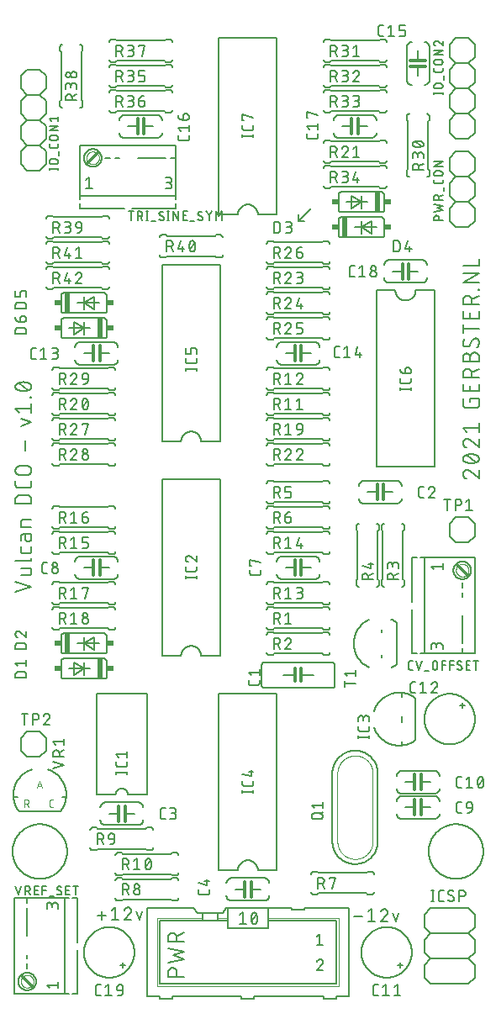
<source format=gbr>
G04 EAGLE Gerber RS-274X export*
G75*
%MOMM*%
%FSLAX34Y34*%
%LPD*%
%INSilkscreen Top*%
%IPPOS*%
%AMOC8*
5,1,8,0,0,1.08239X$1,22.5*%
G01*
%ADD10C,0.152400*%
%ADD11C,0.203200*%
%ADD12C,0.304800*%
%ADD13C,0.050800*%
%ADD14C,0.127000*%
%ADD15R,0.508000X2.032000*%
%ADD16R,0.635000X0.508000*%
%ADD17C,0.076200*%
%ADD18C,0.177800*%


D10*
X89662Y88251D02*
X98129Y88251D01*
X93895Y84018D02*
X93895Y92484D01*
X104023Y93190D02*
X107550Y96012D01*
X107550Y83312D01*
X104023Y83312D02*
X111078Y83312D01*
X120705Y96012D02*
X120816Y96010D01*
X120926Y96004D01*
X121037Y95995D01*
X121147Y95981D01*
X121256Y95964D01*
X121365Y95943D01*
X121473Y95918D01*
X121580Y95889D01*
X121686Y95857D01*
X121791Y95821D01*
X121894Y95781D01*
X121996Y95738D01*
X122097Y95691D01*
X122196Y95640D01*
X122293Y95587D01*
X122387Y95530D01*
X122480Y95469D01*
X122571Y95406D01*
X122660Y95339D01*
X122746Y95269D01*
X122829Y95196D01*
X122911Y95121D01*
X122989Y95043D01*
X123064Y94961D01*
X123137Y94878D01*
X123207Y94792D01*
X123274Y94703D01*
X123337Y94612D01*
X123398Y94519D01*
X123455Y94425D01*
X123508Y94328D01*
X123559Y94229D01*
X123606Y94128D01*
X123649Y94026D01*
X123689Y93923D01*
X123725Y93818D01*
X123757Y93712D01*
X123786Y93605D01*
X123811Y93497D01*
X123832Y93388D01*
X123849Y93279D01*
X123863Y93169D01*
X123872Y93058D01*
X123878Y92948D01*
X123880Y92837D01*
X120705Y96012D02*
X120580Y96010D01*
X120455Y96004D01*
X120330Y95995D01*
X120206Y95981D01*
X120082Y95964D01*
X119959Y95943D01*
X119836Y95918D01*
X119714Y95890D01*
X119593Y95858D01*
X119473Y95822D01*
X119355Y95782D01*
X119237Y95739D01*
X119121Y95692D01*
X119007Y95642D01*
X118894Y95588D01*
X118783Y95531D01*
X118673Y95470D01*
X118566Y95406D01*
X118460Y95339D01*
X118357Y95268D01*
X118256Y95195D01*
X118157Y95118D01*
X118060Y95038D01*
X117966Y94956D01*
X117875Y94870D01*
X117786Y94782D01*
X117700Y94691D01*
X117617Y94598D01*
X117537Y94502D01*
X117459Y94404D01*
X117385Y94303D01*
X117314Y94200D01*
X117246Y94095D01*
X117181Y93988D01*
X117120Y93879D01*
X117062Y93768D01*
X117007Y93655D01*
X116956Y93541D01*
X116909Y93425D01*
X116865Y93308D01*
X116824Y93190D01*
X122821Y90368D02*
X122903Y90448D01*
X122982Y90532D01*
X123058Y90618D01*
X123132Y90707D01*
X123202Y90798D01*
X123269Y90891D01*
X123333Y90987D01*
X123394Y91084D01*
X123452Y91184D01*
X123506Y91285D01*
X123556Y91389D01*
X123603Y91494D01*
X123647Y91600D01*
X123687Y91708D01*
X123723Y91817D01*
X123756Y91928D01*
X123784Y92039D01*
X123809Y92151D01*
X123831Y92264D01*
X123848Y92378D01*
X123862Y92492D01*
X123871Y92607D01*
X123877Y92722D01*
X123879Y92837D01*
X122821Y90368D02*
X116824Y83312D01*
X123880Y83312D01*
X131873Y83312D02*
X129051Y91779D01*
X134696Y91779D02*
X131873Y83312D01*
X347904Y86727D02*
X356371Y86727D01*
X362265Y91666D02*
X365793Y94488D01*
X365793Y81788D01*
X362265Y81788D02*
X369321Y81788D01*
X378947Y94488D02*
X379058Y94486D01*
X379168Y94480D01*
X379279Y94471D01*
X379389Y94457D01*
X379498Y94440D01*
X379607Y94419D01*
X379715Y94394D01*
X379822Y94365D01*
X379928Y94333D01*
X380033Y94297D01*
X380136Y94257D01*
X380238Y94214D01*
X380339Y94167D01*
X380438Y94116D01*
X380535Y94063D01*
X380629Y94006D01*
X380722Y93945D01*
X380813Y93882D01*
X380902Y93815D01*
X380988Y93745D01*
X381071Y93672D01*
X381153Y93597D01*
X381231Y93519D01*
X381306Y93437D01*
X381379Y93354D01*
X381449Y93268D01*
X381516Y93179D01*
X381579Y93088D01*
X381640Y92995D01*
X381697Y92901D01*
X381750Y92804D01*
X381801Y92705D01*
X381848Y92604D01*
X381891Y92502D01*
X381931Y92399D01*
X381967Y92294D01*
X381999Y92188D01*
X382028Y92081D01*
X382053Y91973D01*
X382074Y91864D01*
X382091Y91755D01*
X382105Y91645D01*
X382114Y91534D01*
X382120Y91424D01*
X382122Y91313D01*
X378947Y94488D02*
X378822Y94486D01*
X378697Y94480D01*
X378572Y94471D01*
X378448Y94457D01*
X378324Y94440D01*
X378201Y94419D01*
X378078Y94394D01*
X377956Y94366D01*
X377835Y94334D01*
X377715Y94298D01*
X377597Y94258D01*
X377479Y94215D01*
X377363Y94168D01*
X377249Y94118D01*
X377136Y94064D01*
X377025Y94007D01*
X376915Y93946D01*
X376808Y93882D01*
X376702Y93815D01*
X376599Y93744D01*
X376498Y93671D01*
X376399Y93594D01*
X376302Y93514D01*
X376208Y93432D01*
X376117Y93346D01*
X376028Y93258D01*
X375942Y93167D01*
X375859Y93074D01*
X375779Y92978D01*
X375701Y92880D01*
X375627Y92779D01*
X375556Y92676D01*
X375488Y92571D01*
X375423Y92464D01*
X375362Y92355D01*
X375304Y92244D01*
X375249Y92131D01*
X375198Y92017D01*
X375151Y91901D01*
X375107Y91784D01*
X375066Y91666D01*
X381064Y88844D02*
X381146Y88924D01*
X381225Y89008D01*
X381301Y89094D01*
X381375Y89183D01*
X381445Y89274D01*
X381512Y89367D01*
X381576Y89463D01*
X381637Y89560D01*
X381695Y89660D01*
X381749Y89761D01*
X381799Y89865D01*
X381846Y89970D01*
X381890Y90076D01*
X381930Y90184D01*
X381966Y90293D01*
X381999Y90404D01*
X382027Y90515D01*
X382052Y90627D01*
X382074Y90740D01*
X382091Y90854D01*
X382105Y90968D01*
X382114Y91083D01*
X382120Y91198D01*
X382122Y91313D01*
X381064Y88844D02*
X375067Y81788D01*
X382122Y81788D01*
X390116Y81788D02*
X387294Y90255D01*
X392938Y90255D02*
X390116Y81788D01*
X423418Y152400D02*
X423426Y153073D01*
X423451Y153746D01*
X423492Y154418D01*
X423550Y155089D01*
X423624Y155758D01*
X423715Y156425D01*
X423822Y157090D01*
X423945Y157752D01*
X424085Y158410D01*
X424240Y159065D01*
X424412Y159716D01*
X424599Y160363D01*
X424803Y161005D01*
X425022Y161642D01*
X425256Y162273D01*
X425506Y162898D01*
X425771Y163517D01*
X426052Y164129D01*
X426347Y164734D01*
X426657Y165331D01*
X426982Y165921D01*
X427321Y166503D01*
X427674Y167076D01*
X428041Y167640D01*
X428422Y168196D01*
X428816Y168741D01*
X429224Y169277D01*
X429645Y169803D01*
X430078Y170318D01*
X430524Y170822D01*
X430982Y171315D01*
X431453Y171797D01*
X431935Y172268D01*
X432428Y172726D01*
X432932Y173172D01*
X433447Y173605D01*
X433973Y174026D01*
X434509Y174434D01*
X435054Y174828D01*
X435610Y175209D01*
X436174Y175576D01*
X436747Y175929D01*
X437329Y176268D01*
X437919Y176593D01*
X438516Y176903D01*
X439121Y177198D01*
X439733Y177479D01*
X440352Y177744D01*
X440977Y177994D01*
X441608Y178228D01*
X442245Y178447D01*
X442887Y178651D01*
X443534Y178838D01*
X444185Y179010D01*
X444840Y179165D01*
X445498Y179305D01*
X446160Y179428D01*
X446825Y179535D01*
X447492Y179626D01*
X448161Y179700D01*
X448832Y179758D01*
X449504Y179799D01*
X450177Y179824D01*
X450850Y179832D01*
X451523Y179824D01*
X452196Y179799D01*
X452868Y179758D01*
X453539Y179700D01*
X454208Y179626D01*
X454875Y179535D01*
X455540Y179428D01*
X456202Y179305D01*
X456860Y179165D01*
X457515Y179010D01*
X458166Y178838D01*
X458813Y178651D01*
X459455Y178447D01*
X460092Y178228D01*
X460723Y177994D01*
X461348Y177744D01*
X461967Y177479D01*
X462579Y177198D01*
X463184Y176903D01*
X463781Y176593D01*
X464371Y176268D01*
X464953Y175929D01*
X465526Y175576D01*
X466090Y175209D01*
X466646Y174828D01*
X467191Y174434D01*
X467727Y174026D01*
X468253Y173605D01*
X468768Y173172D01*
X469272Y172726D01*
X469765Y172268D01*
X470247Y171797D01*
X470718Y171315D01*
X471176Y170822D01*
X471622Y170318D01*
X472055Y169803D01*
X472476Y169277D01*
X472884Y168741D01*
X473278Y168196D01*
X473659Y167640D01*
X474026Y167076D01*
X474379Y166503D01*
X474718Y165921D01*
X475043Y165331D01*
X475353Y164734D01*
X475648Y164129D01*
X475929Y163517D01*
X476194Y162898D01*
X476444Y162273D01*
X476678Y161642D01*
X476897Y161005D01*
X477101Y160363D01*
X477288Y159716D01*
X477460Y159065D01*
X477615Y158410D01*
X477755Y157752D01*
X477878Y157090D01*
X477985Y156425D01*
X478076Y155758D01*
X478150Y155089D01*
X478208Y154418D01*
X478249Y153746D01*
X478274Y153073D01*
X478282Y152400D01*
X478274Y151727D01*
X478249Y151054D01*
X478208Y150382D01*
X478150Y149711D01*
X478076Y149042D01*
X477985Y148375D01*
X477878Y147710D01*
X477755Y147048D01*
X477615Y146390D01*
X477460Y145735D01*
X477288Y145084D01*
X477101Y144437D01*
X476897Y143795D01*
X476678Y143158D01*
X476444Y142527D01*
X476194Y141902D01*
X475929Y141283D01*
X475648Y140671D01*
X475353Y140066D01*
X475043Y139469D01*
X474718Y138879D01*
X474379Y138297D01*
X474026Y137724D01*
X473659Y137160D01*
X473278Y136604D01*
X472884Y136059D01*
X472476Y135523D01*
X472055Y134997D01*
X471622Y134482D01*
X471176Y133978D01*
X470718Y133485D01*
X470247Y133003D01*
X469765Y132532D01*
X469272Y132074D01*
X468768Y131628D01*
X468253Y131195D01*
X467727Y130774D01*
X467191Y130366D01*
X466646Y129972D01*
X466090Y129591D01*
X465526Y129224D01*
X464953Y128871D01*
X464371Y128532D01*
X463781Y128207D01*
X463184Y127897D01*
X462579Y127602D01*
X461967Y127321D01*
X461348Y127056D01*
X460723Y126806D01*
X460092Y126572D01*
X459455Y126353D01*
X458813Y126149D01*
X458166Y125962D01*
X457515Y125790D01*
X456860Y125635D01*
X456202Y125495D01*
X455540Y125372D01*
X454875Y125265D01*
X454208Y125174D01*
X453539Y125100D01*
X452868Y125042D01*
X452196Y125001D01*
X451523Y124976D01*
X450850Y124968D01*
X450177Y124976D01*
X449504Y125001D01*
X448832Y125042D01*
X448161Y125100D01*
X447492Y125174D01*
X446825Y125265D01*
X446160Y125372D01*
X445498Y125495D01*
X444840Y125635D01*
X444185Y125790D01*
X443534Y125962D01*
X442887Y126149D01*
X442245Y126353D01*
X441608Y126572D01*
X440977Y126806D01*
X440352Y127056D01*
X439733Y127321D01*
X439121Y127602D01*
X438516Y127897D01*
X437919Y128207D01*
X437329Y128532D01*
X436747Y128871D01*
X436174Y129224D01*
X435610Y129591D01*
X435054Y129972D01*
X434509Y130366D01*
X433973Y130774D01*
X433447Y131195D01*
X432932Y131628D01*
X432428Y132074D01*
X431935Y132532D01*
X431453Y133003D01*
X430982Y133485D01*
X430524Y133978D01*
X430078Y134482D01*
X429645Y134997D01*
X429224Y135523D01*
X428816Y136059D01*
X428422Y136604D01*
X428041Y137160D01*
X427674Y137724D01*
X427321Y138297D01*
X426982Y138879D01*
X426657Y139469D01*
X426347Y140066D01*
X426052Y140671D01*
X425771Y141283D01*
X425506Y141902D01*
X425256Y142527D01*
X425022Y143158D01*
X424803Y143795D01*
X424599Y144437D01*
X424412Y145084D01*
X424240Y145735D01*
X424085Y146390D01*
X423945Y147048D01*
X423822Y147710D01*
X423715Y148375D01*
X423624Y149042D01*
X423550Y149711D01*
X423492Y150382D01*
X423451Y151054D01*
X423426Y151727D01*
X423418Y152400D01*
X4318Y152400D02*
X4326Y153073D01*
X4351Y153746D01*
X4392Y154418D01*
X4450Y155089D01*
X4524Y155758D01*
X4615Y156425D01*
X4722Y157090D01*
X4845Y157752D01*
X4985Y158410D01*
X5140Y159065D01*
X5312Y159716D01*
X5499Y160363D01*
X5703Y161005D01*
X5922Y161642D01*
X6156Y162273D01*
X6406Y162898D01*
X6671Y163517D01*
X6952Y164129D01*
X7247Y164734D01*
X7557Y165331D01*
X7882Y165921D01*
X8221Y166503D01*
X8574Y167076D01*
X8941Y167640D01*
X9322Y168196D01*
X9716Y168741D01*
X10124Y169277D01*
X10545Y169803D01*
X10978Y170318D01*
X11424Y170822D01*
X11882Y171315D01*
X12353Y171797D01*
X12835Y172268D01*
X13328Y172726D01*
X13832Y173172D01*
X14347Y173605D01*
X14873Y174026D01*
X15409Y174434D01*
X15954Y174828D01*
X16510Y175209D01*
X17074Y175576D01*
X17647Y175929D01*
X18229Y176268D01*
X18819Y176593D01*
X19416Y176903D01*
X20021Y177198D01*
X20633Y177479D01*
X21252Y177744D01*
X21877Y177994D01*
X22508Y178228D01*
X23145Y178447D01*
X23787Y178651D01*
X24434Y178838D01*
X25085Y179010D01*
X25740Y179165D01*
X26398Y179305D01*
X27060Y179428D01*
X27725Y179535D01*
X28392Y179626D01*
X29061Y179700D01*
X29732Y179758D01*
X30404Y179799D01*
X31077Y179824D01*
X31750Y179832D01*
X32423Y179824D01*
X33096Y179799D01*
X33768Y179758D01*
X34439Y179700D01*
X35108Y179626D01*
X35775Y179535D01*
X36440Y179428D01*
X37102Y179305D01*
X37760Y179165D01*
X38415Y179010D01*
X39066Y178838D01*
X39713Y178651D01*
X40355Y178447D01*
X40992Y178228D01*
X41623Y177994D01*
X42248Y177744D01*
X42867Y177479D01*
X43479Y177198D01*
X44084Y176903D01*
X44681Y176593D01*
X45271Y176268D01*
X45853Y175929D01*
X46426Y175576D01*
X46990Y175209D01*
X47546Y174828D01*
X48091Y174434D01*
X48627Y174026D01*
X49153Y173605D01*
X49668Y173172D01*
X50172Y172726D01*
X50665Y172268D01*
X51147Y171797D01*
X51618Y171315D01*
X52076Y170822D01*
X52522Y170318D01*
X52955Y169803D01*
X53376Y169277D01*
X53784Y168741D01*
X54178Y168196D01*
X54559Y167640D01*
X54926Y167076D01*
X55279Y166503D01*
X55618Y165921D01*
X55943Y165331D01*
X56253Y164734D01*
X56548Y164129D01*
X56829Y163517D01*
X57094Y162898D01*
X57344Y162273D01*
X57578Y161642D01*
X57797Y161005D01*
X58001Y160363D01*
X58188Y159716D01*
X58360Y159065D01*
X58515Y158410D01*
X58655Y157752D01*
X58778Y157090D01*
X58885Y156425D01*
X58976Y155758D01*
X59050Y155089D01*
X59108Y154418D01*
X59149Y153746D01*
X59174Y153073D01*
X59182Y152400D01*
X59174Y151727D01*
X59149Y151054D01*
X59108Y150382D01*
X59050Y149711D01*
X58976Y149042D01*
X58885Y148375D01*
X58778Y147710D01*
X58655Y147048D01*
X58515Y146390D01*
X58360Y145735D01*
X58188Y145084D01*
X58001Y144437D01*
X57797Y143795D01*
X57578Y143158D01*
X57344Y142527D01*
X57094Y141902D01*
X56829Y141283D01*
X56548Y140671D01*
X56253Y140066D01*
X55943Y139469D01*
X55618Y138879D01*
X55279Y138297D01*
X54926Y137724D01*
X54559Y137160D01*
X54178Y136604D01*
X53784Y136059D01*
X53376Y135523D01*
X52955Y134997D01*
X52522Y134482D01*
X52076Y133978D01*
X51618Y133485D01*
X51147Y133003D01*
X50665Y132532D01*
X50172Y132074D01*
X49668Y131628D01*
X49153Y131195D01*
X48627Y130774D01*
X48091Y130366D01*
X47546Y129972D01*
X46990Y129591D01*
X46426Y129224D01*
X45853Y128871D01*
X45271Y128532D01*
X44681Y128207D01*
X44084Y127897D01*
X43479Y127602D01*
X42867Y127321D01*
X42248Y127056D01*
X41623Y126806D01*
X40992Y126572D01*
X40355Y126353D01*
X39713Y126149D01*
X39066Y125962D01*
X38415Y125790D01*
X37760Y125635D01*
X37102Y125495D01*
X36440Y125372D01*
X35775Y125265D01*
X35108Y125174D01*
X34439Y125100D01*
X33768Y125042D01*
X33096Y125001D01*
X32423Y124976D01*
X31750Y124968D01*
X31077Y124976D01*
X30404Y125001D01*
X29732Y125042D01*
X29061Y125100D01*
X28392Y125174D01*
X27725Y125265D01*
X27060Y125372D01*
X26398Y125495D01*
X25740Y125635D01*
X25085Y125790D01*
X24434Y125962D01*
X23787Y126149D01*
X23145Y126353D01*
X22508Y126572D01*
X21877Y126806D01*
X21252Y127056D01*
X20633Y127321D01*
X20021Y127602D01*
X19416Y127897D01*
X18819Y128207D01*
X18229Y128532D01*
X17647Y128871D01*
X17074Y129224D01*
X16510Y129591D01*
X15954Y129972D01*
X15409Y130366D01*
X14873Y130774D01*
X14347Y131195D01*
X13832Y131628D01*
X13328Y132074D01*
X12835Y132532D01*
X12353Y133003D01*
X11882Y133485D01*
X11424Y133978D01*
X10978Y134482D01*
X10545Y134997D01*
X10124Y135523D01*
X9716Y136059D01*
X9322Y136604D01*
X8941Y137160D01*
X8574Y137724D01*
X8221Y138297D01*
X7882Y138879D01*
X7557Y139469D01*
X7247Y140066D01*
X6952Y140671D01*
X6671Y141283D01*
X6406Y141902D01*
X6156Y142527D01*
X5922Y143158D01*
X5703Y143795D01*
X5499Y144437D01*
X5312Y145084D01*
X5140Y145735D01*
X4985Y146390D01*
X4845Y147048D01*
X4722Y147710D01*
X4615Y148375D01*
X4524Y149042D01*
X4450Y149711D01*
X4392Y150382D01*
X4351Y151054D01*
X4326Y151727D01*
X4318Y152400D01*
X7112Y413512D02*
X23368Y418931D01*
X7112Y424349D01*
X12531Y430428D02*
X20659Y430428D01*
X20659Y430429D02*
X20760Y430431D01*
X20861Y430437D01*
X20962Y430446D01*
X21063Y430459D01*
X21163Y430476D01*
X21262Y430497D01*
X21360Y430521D01*
X21457Y430549D01*
X21554Y430581D01*
X21649Y430616D01*
X21742Y430655D01*
X21834Y430697D01*
X21925Y430743D01*
X22013Y430792D01*
X22100Y430844D01*
X22185Y430900D01*
X22268Y430958D01*
X22348Y431020D01*
X22426Y431085D01*
X22502Y431152D01*
X22575Y431222D01*
X22645Y431295D01*
X22712Y431371D01*
X22777Y431449D01*
X22839Y431529D01*
X22897Y431612D01*
X22953Y431697D01*
X23005Y431784D01*
X23054Y431872D01*
X23100Y431963D01*
X23142Y432055D01*
X23181Y432148D01*
X23216Y432243D01*
X23248Y432340D01*
X23276Y432437D01*
X23300Y432535D01*
X23321Y432634D01*
X23338Y432734D01*
X23351Y432835D01*
X23360Y432936D01*
X23366Y433037D01*
X23368Y433138D01*
X23368Y437653D01*
X12531Y437653D01*
X7112Y444733D02*
X20659Y444733D01*
X20659Y444734D02*
X20760Y444736D01*
X20861Y444742D01*
X20962Y444751D01*
X21063Y444764D01*
X21163Y444781D01*
X21262Y444802D01*
X21360Y444826D01*
X21457Y444854D01*
X21554Y444886D01*
X21649Y444921D01*
X21742Y444960D01*
X21834Y445002D01*
X21925Y445048D01*
X22013Y445097D01*
X22100Y445149D01*
X22185Y445205D01*
X22268Y445263D01*
X22348Y445325D01*
X22426Y445390D01*
X22502Y445457D01*
X22575Y445527D01*
X22645Y445600D01*
X22712Y445676D01*
X22777Y445754D01*
X22839Y445834D01*
X22897Y445917D01*
X22953Y446002D01*
X23005Y446089D01*
X23054Y446177D01*
X23100Y446268D01*
X23142Y446360D01*
X23181Y446453D01*
X23216Y446548D01*
X23248Y446645D01*
X23276Y446742D01*
X23300Y446840D01*
X23321Y446939D01*
X23338Y447039D01*
X23351Y447140D01*
X23360Y447241D01*
X23366Y447342D01*
X23368Y447443D01*
X23368Y455560D02*
X23368Y459173D01*
X23368Y455560D02*
X23366Y455459D01*
X23360Y455358D01*
X23351Y455257D01*
X23338Y455156D01*
X23321Y455056D01*
X23300Y454957D01*
X23276Y454859D01*
X23248Y454762D01*
X23216Y454665D01*
X23181Y454570D01*
X23142Y454477D01*
X23100Y454385D01*
X23054Y454294D01*
X23005Y454206D01*
X22953Y454119D01*
X22897Y454034D01*
X22839Y453951D01*
X22777Y453871D01*
X22712Y453793D01*
X22645Y453717D01*
X22575Y453644D01*
X22502Y453574D01*
X22426Y453507D01*
X22348Y453442D01*
X22268Y453380D01*
X22185Y453322D01*
X22100Y453266D01*
X22013Y453214D01*
X21925Y453165D01*
X21834Y453119D01*
X21742Y453077D01*
X21649Y453038D01*
X21554Y453003D01*
X21457Y452971D01*
X21360Y452943D01*
X21262Y452919D01*
X21163Y452898D01*
X21063Y452881D01*
X20962Y452868D01*
X20861Y452859D01*
X20760Y452853D01*
X20659Y452851D01*
X15240Y452851D01*
X15139Y452853D01*
X15038Y452859D01*
X14937Y452868D01*
X14836Y452881D01*
X14736Y452898D01*
X14637Y452919D01*
X14539Y452943D01*
X14442Y452971D01*
X14345Y453003D01*
X14250Y453038D01*
X14157Y453077D01*
X14065Y453119D01*
X13974Y453165D01*
X13886Y453214D01*
X13799Y453266D01*
X13714Y453322D01*
X13631Y453380D01*
X13551Y453442D01*
X13473Y453507D01*
X13397Y453574D01*
X13324Y453644D01*
X13254Y453717D01*
X13187Y453793D01*
X13122Y453871D01*
X13060Y453951D01*
X13002Y454034D01*
X12946Y454119D01*
X12894Y454206D01*
X12845Y454294D01*
X12799Y454385D01*
X12757Y454477D01*
X12718Y454570D01*
X12683Y454665D01*
X12651Y454762D01*
X12623Y454859D01*
X12599Y454957D01*
X12578Y455056D01*
X12561Y455156D01*
X12548Y455257D01*
X12539Y455358D01*
X12533Y455459D01*
X12531Y455560D01*
X12531Y459173D01*
X17046Y467905D02*
X17046Y471969D01*
X17046Y467905D02*
X17048Y467793D01*
X17054Y467682D01*
X17064Y467571D01*
X17077Y467460D01*
X17095Y467350D01*
X17117Y467241D01*
X17142Y467132D01*
X17171Y467024D01*
X17204Y466918D01*
X17241Y466812D01*
X17281Y466708D01*
X17325Y466606D01*
X17373Y466505D01*
X17424Y466406D01*
X17479Y466308D01*
X17537Y466213D01*
X17598Y466120D01*
X17663Y466029D01*
X17731Y465940D01*
X17802Y465854D01*
X17875Y465771D01*
X17952Y465690D01*
X18032Y465611D01*
X18114Y465536D01*
X18199Y465464D01*
X18286Y465394D01*
X18376Y465328D01*
X18468Y465265D01*
X18563Y465205D01*
X18659Y465149D01*
X18757Y465096D01*
X18857Y465047D01*
X18959Y465001D01*
X19062Y464959D01*
X19167Y464920D01*
X19273Y464885D01*
X19380Y464854D01*
X19488Y464827D01*
X19597Y464803D01*
X19707Y464784D01*
X19817Y464768D01*
X19928Y464756D01*
X20040Y464748D01*
X20151Y464744D01*
X20263Y464744D01*
X20374Y464748D01*
X20486Y464756D01*
X20597Y464768D01*
X20707Y464784D01*
X20817Y464803D01*
X20926Y464827D01*
X21034Y464854D01*
X21141Y464885D01*
X21247Y464920D01*
X21352Y464959D01*
X21455Y465001D01*
X21557Y465047D01*
X21657Y465096D01*
X21755Y465149D01*
X21851Y465205D01*
X21946Y465265D01*
X22038Y465328D01*
X22128Y465394D01*
X22215Y465464D01*
X22300Y465536D01*
X22382Y465611D01*
X22462Y465690D01*
X22539Y465771D01*
X22612Y465854D01*
X22683Y465940D01*
X22751Y466029D01*
X22816Y466120D01*
X22877Y466213D01*
X22935Y466308D01*
X22990Y466406D01*
X23041Y466505D01*
X23089Y466606D01*
X23133Y466708D01*
X23173Y466812D01*
X23210Y466918D01*
X23243Y467024D01*
X23272Y467132D01*
X23297Y467241D01*
X23319Y467350D01*
X23337Y467460D01*
X23350Y467571D01*
X23360Y467682D01*
X23366Y467793D01*
X23368Y467905D01*
X23368Y471969D01*
X15240Y471969D01*
X15240Y471968D02*
X15139Y471966D01*
X15038Y471960D01*
X14937Y471951D01*
X14836Y471938D01*
X14736Y471921D01*
X14637Y471900D01*
X14539Y471876D01*
X14442Y471848D01*
X14345Y471816D01*
X14250Y471781D01*
X14157Y471742D01*
X14065Y471700D01*
X13974Y471654D01*
X13886Y471605D01*
X13799Y471553D01*
X13714Y471497D01*
X13631Y471439D01*
X13551Y471377D01*
X13473Y471312D01*
X13397Y471245D01*
X13324Y471175D01*
X13254Y471102D01*
X13187Y471026D01*
X13122Y470948D01*
X13060Y470868D01*
X13002Y470785D01*
X12946Y470700D01*
X12894Y470614D01*
X12845Y470525D01*
X12799Y470434D01*
X12757Y470342D01*
X12718Y470249D01*
X12683Y470154D01*
X12651Y470057D01*
X12623Y469960D01*
X12599Y469862D01*
X12578Y469763D01*
X12561Y469663D01*
X12548Y469562D01*
X12539Y469461D01*
X12533Y469360D01*
X12531Y469259D01*
X12531Y465647D01*
X12531Y479406D02*
X23368Y479406D01*
X12531Y479406D02*
X12531Y483922D01*
X12533Y484026D01*
X12539Y484129D01*
X12549Y484233D01*
X12563Y484336D01*
X12581Y484438D01*
X12602Y484539D01*
X12628Y484640D01*
X12657Y484739D01*
X12690Y484838D01*
X12727Y484935D01*
X12768Y485030D01*
X12812Y485124D01*
X12860Y485216D01*
X12911Y485306D01*
X12966Y485395D01*
X13024Y485481D01*
X13086Y485564D01*
X13150Y485646D01*
X13218Y485724D01*
X13288Y485800D01*
X13361Y485874D01*
X13438Y485944D01*
X13516Y486012D01*
X13598Y486076D01*
X13681Y486138D01*
X13767Y486196D01*
X13856Y486251D01*
X13946Y486302D01*
X14038Y486350D01*
X14132Y486394D01*
X14227Y486435D01*
X14324Y486472D01*
X14423Y486505D01*
X14522Y486534D01*
X14623Y486560D01*
X14724Y486581D01*
X14826Y486599D01*
X14929Y486613D01*
X15033Y486623D01*
X15136Y486629D01*
X15240Y486631D01*
X23368Y486631D01*
X23368Y502471D02*
X7112Y502471D01*
X7112Y506987D01*
X7114Y507118D01*
X7120Y507250D01*
X7129Y507381D01*
X7143Y507511D01*
X7160Y507642D01*
X7181Y507771D01*
X7205Y507900D01*
X7234Y508028D01*
X7266Y508156D01*
X7302Y508282D01*
X7341Y508407D01*
X7384Y508532D01*
X7431Y508654D01*
X7481Y508776D01*
X7535Y508896D01*
X7592Y509014D01*
X7653Y509130D01*
X7717Y509245D01*
X7784Y509358D01*
X7855Y509469D01*
X7929Y509577D01*
X8006Y509684D01*
X8086Y509788D01*
X8169Y509890D01*
X8254Y509989D01*
X8343Y510086D01*
X8435Y510180D01*
X8529Y510272D01*
X8626Y510361D01*
X8725Y510446D01*
X8827Y510529D01*
X8931Y510609D01*
X9038Y510686D01*
X9146Y510760D01*
X9257Y510831D01*
X9370Y510898D01*
X9485Y510962D01*
X9601Y511023D01*
X9719Y511080D01*
X9839Y511134D01*
X9961Y511184D01*
X10083Y511231D01*
X10208Y511274D01*
X10333Y511313D01*
X10459Y511349D01*
X10587Y511381D01*
X10715Y511410D01*
X10844Y511434D01*
X10973Y511455D01*
X11104Y511472D01*
X11234Y511486D01*
X11365Y511495D01*
X11497Y511501D01*
X11628Y511503D01*
X11628Y511502D02*
X18852Y511502D01*
X18852Y511503D02*
X18983Y511501D01*
X19115Y511495D01*
X19246Y511486D01*
X19376Y511472D01*
X19507Y511455D01*
X19636Y511434D01*
X19765Y511410D01*
X19893Y511381D01*
X20021Y511349D01*
X20147Y511313D01*
X20272Y511274D01*
X20397Y511231D01*
X20519Y511184D01*
X20641Y511134D01*
X20761Y511080D01*
X20879Y511023D01*
X20995Y510962D01*
X21110Y510898D01*
X21223Y510831D01*
X21334Y510760D01*
X21442Y510686D01*
X21549Y510609D01*
X21653Y510529D01*
X21755Y510446D01*
X21854Y510361D01*
X21951Y510272D01*
X22045Y510180D01*
X22137Y510086D01*
X22226Y509989D01*
X22311Y509890D01*
X22394Y509788D01*
X22474Y509684D01*
X22551Y509577D01*
X22625Y509469D01*
X22696Y509358D01*
X22763Y509245D01*
X22827Y509130D01*
X22888Y509014D01*
X22945Y508896D01*
X22999Y508776D01*
X23049Y508654D01*
X23096Y508532D01*
X23139Y508407D01*
X23178Y508282D01*
X23214Y508156D01*
X23246Y508028D01*
X23275Y507900D01*
X23299Y507771D01*
X23320Y507641D01*
X23337Y507511D01*
X23351Y507381D01*
X23360Y507250D01*
X23366Y507118D01*
X23368Y506987D01*
X23368Y502471D01*
X23368Y522196D02*
X23368Y525809D01*
X23368Y522196D02*
X23366Y522078D01*
X23360Y521960D01*
X23351Y521842D01*
X23337Y521725D01*
X23320Y521608D01*
X23299Y521491D01*
X23274Y521376D01*
X23245Y521261D01*
X23212Y521147D01*
X23176Y521035D01*
X23136Y520924D01*
X23093Y520814D01*
X23046Y520705D01*
X22996Y520598D01*
X22941Y520493D01*
X22884Y520390D01*
X22823Y520289D01*
X22759Y520189D01*
X22692Y520092D01*
X22622Y519997D01*
X22548Y519905D01*
X22472Y519814D01*
X22392Y519727D01*
X22310Y519642D01*
X22225Y519560D01*
X22138Y519480D01*
X22047Y519404D01*
X21955Y519330D01*
X21860Y519260D01*
X21763Y519193D01*
X21663Y519129D01*
X21562Y519068D01*
X21459Y519011D01*
X21354Y518956D01*
X21247Y518906D01*
X21138Y518859D01*
X21028Y518816D01*
X20917Y518776D01*
X20805Y518740D01*
X20691Y518707D01*
X20576Y518678D01*
X20461Y518653D01*
X20344Y518632D01*
X20227Y518615D01*
X20110Y518601D01*
X19992Y518592D01*
X19874Y518586D01*
X19756Y518584D01*
X10724Y518584D01*
X10724Y518583D02*
X10606Y518585D01*
X10488Y518591D01*
X10370Y518600D01*
X10252Y518614D01*
X10135Y518631D01*
X10019Y518652D01*
X9904Y518677D01*
X9789Y518706D01*
X9675Y518739D01*
X9563Y518775D01*
X9451Y518815D01*
X9341Y518858D01*
X9233Y518905D01*
X9126Y518956D01*
X9021Y519010D01*
X8918Y519067D01*
X8816Y519128D01*
X8717Y519192D01*
X8620Y519259D01*
X8525Y519330D01*
X8432Y519403D01*
X8342Y519480D01*
X8254Y519559D01*
X8169Y519641D01*
X8087Y519726D01*
X8008Y519814D01*
X7931Y519904D01*
X7858Y519997D01*
X7787Y520091D01*
X7720Y520189D01*
X7656Y520288D01*
X7595Y520389D01*
X7538Y520493D01*
X7484Y520598D01*
X7433Y520705D01*
X7386Y520813D01*
X7343Y520923D01*
X7303Y521035D01*
X7267Y521147D01*
X7234Y521261D01*
X7205Y521376D01*
X7180Y521491D01*
X7159Y521607D01*
X7142Y521724D01*
X7128Y521842D01*
X7119Y521960D01*
X7113Y522078D01*
X7111Y522196D01*
X7112Y522196D02*
X7112Y525809D01*
X11628Y531649D02*
X18852Y531649D01*
X11628Y531649D02*
X11495Y531651D01*
X11363Y531657D01*
X11231Y531667D01*
X11099Y531680D01*
X10967Y531698D01*
X10837Y531719D01*
X10706Y531744D01*
X10577Y531773D01*
X10449Y531806D01*
X10321Y531842D01*
X10195Y531882D01*
X10070Y531926D01*
X9946Y531974D01*
X9824Y532025D01*
X9703Y532080D01*
X9584Y532138D01*
X9466Y532200D01*
X9351Y532265D01*
X9237Y532334D01*
X9126Y532405D01*
X9017Y532481D01*
X8910Y532559D01*
X8805Y532640D01*
X8703Y532725D01*
X8603Y532812D01*
X8506Y532902D01*
X8411Y532995D01*
X8320Y533091D01*
X8231Y533189D01*
X8145Y533290D01*
X8062Y533394D01*
X7982Y533500D01*
X7906Y533608D01*
X7832Y533718D01*
X7762Y533831D01*
X7695Y533945D01*
X7632Y534062D01*
X7572Y534180D01*
X7515Y534300D01*
X7462Y534422D01*
X7413Y534545D01*
X7367Y534669D01*
X7325Y534795D01*
X7287Y534922D01*
X7252Y535050D01*
X7221Y535179D01*
X7194Y535308D01*
X7171Y535439D01*
X7151Y535570D01*
X7136Y535702D01*
X7124Y535834D01*
X7116Y535966D01*
X7112Y536099D01*
X7112Y536231D01*
X7116Y536364D01*
X7124Y536496D01*
X7136Y536628D01*
X7151Y536760D01*
X7171Y536891D01*
X7194Y537022D01*
X7221Y537151D01*
X7252Y537280D01*
X7287Y537408D01*
X7325Y537535D01*
X7367Y537661D01*
X7413Y537785D01*
X7462Y537908D01*
X7515Y538030D01*
X7572Y538150D01*
X7632Y538268D01*
X7695Y538385D01*
X7762Y538499D01*
X7832Y538612D01*
X7906Y538722D01*
X7982Y538830D01*
X8062Y538936D01*
X8145Y539040D01*
X8231Y539141D01*
X8320Y539239D01*
X8411Y539335D01*
X8506Y539428D01*
X8603Y539518D01*
X8703Y539605D01*
X8805Y539690D01*
X8910Y539771D01*
X9017Y539849D01*
X9126Y539925D01*
X9237Y539996D01*
X9351Y540065D01*
X9466Y540130D01*
X9584Y540192D01*
X9703Y540250D01*
X9824Y540305D01*
X9946Y540356D01*
X10070Y540404D01*
X10195Y540448D01*
X10321Y540488D01*
X10449Y540524D01*
X10577Y540557D01*
X10706Y540586D01*
X10837Y540611D01*
X10967Y540632D01*
X11099Y540650D01*
X11231Y540663D01*
X11363Y540673D01*
X11495Y540679D01*
X11628Y540681D01*
X11628Y540680D02*
X18852Y540680D01*
X18852Y540681D02*
X18985Y540679D01*
X19117Y540673D01*
X19249Y540663D01*
X19381Y540650D01*
X19513Y540632D01*
X19643Y540611D01*
X19774Y540586D01*
X19903Y540557D01*
X20031Y540524D01*
X20159Y540488D01*
X20285Y540448D01*
X20410Y540404D01*
X20534Y540356D01*
X20656Y540305D01*
X20777Y540250D01*
X20896Y540192D01*
X21014Y540130D01*
X21129Y540065D01*
X21243Y539996D01*
X21354Y539925D01*
X21463Y539849D01*
X21570Y539771D01*
X21675Y539690D01*
X21777Y539605D01*
X21877Y539518D01*
X21974Y539428D01*
X22069Y539335D01*
X22160Y539239D01*
X22249Y539141D01*
X22335Y539040D01*
X22418Y538936D01*
X22498Y538830D01*
X22574Y538722D01*
X22648Y538612D01*
X22718Y538499D01*
X22785Y538385D01*
X22848Y538268D01*
X22908Y538150D01*
X22965Y538030D01*
X23018Y537908D01*
X23067Y537785D01*
X23113Y537661D01*
X23155Y537535D01*
X23193Y537408D01*
X23228Y537280D01*
X23259Y537151D01*
X23286Y537022D01*
X23309Y536891D01*
X23329Y536760D01*
X23344Y536628D01*
X23356Y536496D01*
X23364Y536364D01*
X23368Y536231D01*
X23368Y536099D01*
X23364Y535966D01*
X23356Y535834D01*
X23344Y535702D01*
X23329Y535570D01*
X23309Y535439D01*
X23286Y535308D01*
X23259Y535179D01*
X23228Y535050D01*
X23193Y534922D01*
X23155Y534795D01*
X23113Y534669D01*
X23067Y534545D01*
X23018Y534422D01*
X22965Y534300D01*
X22908Y534180D01*
X22848Y534062D01*
X22785Y533945D01*
X22718Y533831D01*
X22648Y533718D01*
X22574Y533608D01*
X22498Y533500D01*
X22418Y533394D01*
X22335Y533290D01*
X22249Y533189D01*
X22160Y533091D01*
X22069Y532995D01*
X21974Y532902D01*
X21877Y532812D01*
X21777Y532725D01*
X21675Y532640D01*
X21570Y532559D01*
X21463Y532481D01*
X21354Y532405D01*
X21243Y532334D01*
X21129Y532265D01*
X21014Y532200D01*
X20896Y532138D01*
X20777Y532080D01*
X20656Y532025D01*
X20534Y531974D01*
X20410Y531926D01*
X20285Y531882D01*
X20159Y531842D01*
X20031Y531806D01*
X19903Y531773D01*
X19774Y531744D01*
X19643Y531719D01*
X19513Y531698D01*
X19381Y531680D01*
X19249Y531667D01*
X19117Y531657D01*
X18985Y531651D01*
X18852Y531649D01*
X17046Y555756D02*
X17046Y566593D01*
X12531Y581009D02*
X23368Y584622D01*
X12531Y588234D01*
X10724Y594174D02*
X7112Y598690D01*
X23368Y598690D01*
X23368Y603205D02*
X23368Y594174D01*
X23368Y609180D02*
X22465Y609180D01*
X22465Y610083D01*
X23368Y610083D01*
X23368Y609180D01*
X15240Y616058D02*
X14920Y616062D01*
X14601Y616073D01*
X14281Y616092D01*
X13963Y616119D01*
X13645Y616153D01*
X13328Y616195D01*
X13012Y616245D01*
X12697Y616302D01*
X12384Y616366D01*
X12072Y616438D01*
X11762Y616517D01*
X11455Y616604D01*
X11149Y616698D01*
X10846Y616799D01*
X10545Y616908D01*
X10247Y617023D01*
X9951Y617146D01*
X9659Y617276D01*
X9370Y617413D01*
X9369Y617413D02*
X9261Y617452D01*
X9154Y617495D01*
X9049Y617541D01*
X8946Y617591D01*
X8844Y617645D01*
X8744Y617702D01*
X8646Y617763D01*
X8550Y617827D01*
X8457Y617894D01*
X8366Y617964D01*
X8277Y618038D01*
X8191Y618114D01*
X8108Y618194D01*
X8027Y618276D01*
X7949Y618361D01*
X7875Y618448D01*
X7803Y618539D01*
X7734Y618631D01*
X7669Y618726D01*
X7607Y618823D01*
X7548Y618922D01*
X7493Y619023D01*
X7442Y619126D01*
X7394Y619231D01*
X7349Y619337D01*
X7308Y619444D01*
X7271Y619553D01*
X7238Y619664D01*
X7209Y619775D01*
X7183Y619887D01*
X7161Y620000D01*
X7144Y620114D01*
X7130Y620228D01*
X7120Y620343D01*
X7114Y620458D01*
X7112Y620573D01*
X7114Y620688D01*
X7120Y620803D01*
X7130Y620918D01*
X7144Y621032D01*
X7161Y621146D01*
X7183Y621259D01*
X7209Y621371D01*
X7238Y621483D01*
X7271Y621593D01*
X7308Y621702D01*
X7349Y621810D01*
X7394Y621916D01*
X7442Y622021D01*
X7493Y622123D01*
X7549Y622225D01*
X7607Y622324D01*
X7669Y622421D01*
X7735Y622516D01*
X7803Y622608D01*
X7875Y622698D01*
X7949Y622786D01*
X8027Y622871D01*
X8108Y622953D01*
X8191Y623032D01*
X8277Y623109D01*
X8366Y623182D01*
X8457Y623253D01*
X8551Y623320D01*
X8646Y623384D01*
X8744Y623445D01*
X8844Y623502D01*
X8946Y623555D01*
X9050Y623606D01*
X9155Y623652D01*
X9262Y623695D01*
X9370Y623734D01*
X9659Y623871D01*
X9951Y624001D01*
X10247Y624124D01*
X10545Y624239D01*
X10846Y624348D01*
X11149Y624449D01*
X11455Y624543D01*
X11762Y624630D01*
X12072Y624709D01*
X12384Y624781D01*
X12697Y624845D01*
X13012Y624902D01*
X13328Y624952D01*
X13645Y624994D01*
X13963Y625028D01*
X14281Y625055D01*
X14601Y625074D01*
X14920Y625085D01*
X15240Y625089D01*
X15240Y616058D02*
X15560Y616062D01*
X15879Y616073D01*
X16199Y616092D01*
X16517Y616119D01*
X16835Y616153D01*
X17152Y616195D01*
X17468Y616245D01*
X17783Y616302D01*
X18096Y616366D01*
X18408Y616438D01*
X18718Y616517D01*
X19025Y616604D01*
X19331Y616698D01*
X19634Y616799D01*
X19935Y616908D01*
X20233Y617023D01*
X20529Y617146D01*
X20821Y617276D01*
X21110Y617413D01*
X21111Y617412D02*
X21219Y617451D01*
X21326Y617494D01*
X21431Y617540D01*
X21535Y617591D01*
X21637Y617644D01*
X21737Y617701D01*
X21835Y617762D01*
X21930Y617826D01*
X22024Y617893D01*
X22115Y617964D01*
X22204Y618037D01*
X22290Y618114D01*
X22373Y618193D01*
X22454Y618275D01*
X22532Y618360D01*
X22606Y618448D01*
X22678Y618538D01*
X22747Y618631D01*
X22812Y618725D01*
X22874Y618822D01*
X22932Y618922D01*
X22988Y619023D01*
X23039Y619125D01*
X23087Y619230D01*
X23132Y619336D01*
X23173Y619444D01*
X23210Y619553D01*
X23243Y619663D01*
X23272Y619775D01*
X23298Y619887D01*
X23320Y620000D01*
X23337Y620114D01*
X23351Y620228D01*
X23361Y620343D01*
X23367Y620458D01*
X23369Y620573D01*
X21110Y623733D02*
X20821Y623870D01*
X20529Y624000D01*
X20233Y624123D01*
X19935Y624238D01*
X19634Y624347D01*
X19331Y624448D01*
X19025Y624542D01*
X18718Y624629D01*
X18408Y624708D01*
X18096Y624780D01*
X17783Y624844D01*
X17468Y624901D01*
X17152Y624951D01*
X16835Y624993D01*
X16517Y625027D01*
X16199Y625054D01*
X15879Y625073D01*
X15560Y625084D01*
X15240Y625088D01*
X21110Y623734D02*
X21218Y623695D01*
X21325Y623652D01*
X21430Y623606D01*
X21534Y623555D01*
X21636Y623502D01*
X21736Y623445D01*
X21834Y623384D01*
X21929Y623320D01*
X22023Y623253D01*
X22114Y623182D01*
X22203Y623109D01*
X22289Y623032D01*
X22372Y622953D01*
X22453Y622871D01*
X22531Y622786D01*
X22605Y622698D01*
X22677Y622608D01*
X22746Y622515D01*
X22811Y622421D01*
X22873Y622324D01*
X22931Y622224D01*
X22987Y622123D01*
X23038Y622020D01*
X23086Y621916D01*
X23131Y621810D01*
X23172Y621702D01*
X23209Y621593D01*
X23242Y621483D01*
X23271Y621371D01*
X23297Y621259D01*
X23319Y621146D01*
X23336Y621032D01*
X23350Y620918D01*
X23360Y620803D01*
X23366Y620688D01*
X23368Y620573D01*
X19756Y616961D02*
X10724Y624186D01*
X457962Y532779D02*
X457964Y532904D01*
X457970Y533029D01*
X457979Y533154D01*
X457993Y533278D01*
X458010Y533402D01*
X458031Y533526D01*
X458056Y533648D01*
X458085Y533770D01*
X458117Y533891D01*
X458153Y534011D01*
X458193Y534130D01*
X458236Y534247D01*
X458283Y534363D01*
X458334Y534478D01*
X458388Y534590D01*
X458446Y534702D01*
X458506Y534811D01*
X458571Y534918D01*
X458638Y535024D01*
X458709Y535127D01*
X458783Y535228D01*
X458860Y535327D01*
X458940Y535423D01*
X459023Y535517D01*
X459108Y535608D01*
X459197Y535697D01*
X459288Y535782D01*
X459382Y535865D01*
X459478Y535945D01*
X459577Y536022D01*
X459678Y536096D01*
X459781Y536167D01*
X459887Y536234D01*
X459994Y536299D01*
X460103Y536359D01*
X460215Y536417D01*
X460327Y536471D01*
X460442Y536522D01*
X460558Y536569D01*
X460675Y536612D01*
X460794Y536652D01*
X460914Y536688D01*
X461035Y536720D01*
X461157Y536749D01*
X461279Y536774D01*
X461403Y536795D01*
X461527Y536812D01*
X461651Y536826D01*
X461776Y536835D01*
X461901Y536841D01*
X462026Y536843D01*
X457962Y532779D02*
X457964Y532636D01*
X457970Y532494D01*
X457980Y532351D01*
X457993Y532209D01*
X458011Y532068D01*
X458032Y531926D01*
X458057Y531786D01*
X458086Y531646D01*
X458119Y531507D01*
X458156Y531369D01*
X458196Y531232D01*
X458240Y531097D01*
X458288Y530962D01*
X458340Y530829D01*
X458395Y530697D01*
X458454Y530567D01*
X458516Y530439D01*
X458582Y530312D01*
X458651Y530187D01*
X458723Y530064D01*
X458799Y529943D01*
X458878Y529825D01*
X458961Y529708D01*
X459046Y529594D01*
X459135Y529482D01*
X459226Y529373D01*
X459321Y529266D01*
X459418Y529161D01*
X459519Y529060D01*
X459622Y528961D01*
X459727Y528865D01*
X459836Y528772D01*
X459947Y528682D01*
X460060Y528595D01*
X460175Y528511D01*
X460293Y528431D01*
X460413Y528353D01*
X460535Y528279D01*
X460659Y528209D01*
X460785Y528141D01*
X460913Y528078D01*
X461042Y528017D01*
X461173Y527960D01*
X461305Y527907D01*
X461439Y527858D01*
X461574Y527812D01*
X465187Y535488D02*
X465095Y535582D01*
X465001Y535672D01*
X464904Y535760D01*
X464804Y535845D01*
X464702Y535927D01*
X464597Y536005D01*
X464490Y536081D01*
X464381Y536153D01*
X464270Y536222D01*
X464156Y536288D01*
X464041Y536350D01*
X463924Y536409D01*
X463805Y536464D01*
X463685Y536515D01*
X463563Y536563D01*
X463440Y536608D01*
X463316Y536648D01*
X463190Y536685D01*
X463063Y536718D01*
X462936Y536747D01*
X462807Y536773D01*
X462678Y536794D01*
X462548Y536812D01*
X462418Y536825D01*
X462288Y536835D01*
X462157Y536841D01*
X462026Y536843D01*
X465187Y535488D02*
X474218Y527812D01*
X474218Y536843D01*
X466090Y543444D02*
X465770Y543448D01*
X465451Y543459D01*
X465131Y543478D01*
X464813Y543505D01*
X464495Y543539D01*
X464178Y543581D01*
X463862Y543631D01*
X463547Y543688D01*
X463234Y543752D01*
X462922Y543824D01*
X462612Y543903D01*
X462305Y543990D01*
X461999Y544084D01*
X461696Y544185D01*
X461395Y544294D01*
X461097Y544409D01*
X460801Y544532D01*
X460509Y544662D01*
X460220Y544799D01*
X460219Y544799D02*
X460111Y544838D01*
X460004Y544881D01*
X459899Y544927D01*
X459796Y544977D01*
X459694Y545031D01*
X459594Y545088D01*
X459496Y545149D01*
X459400Y545213D01*
X459307Y545280D01*
X459216Y545350D01*
X459127Y545424D01*
X459041Y545500D01*
X458958Y545580D01*
X458877Y545662D01*
X458799Y545747D01*
X458725Y545834D01*
X458653Y545925D01*
X458584Y546017D01*
X458519Y546112D01*
X458457Y546209D01*
X458398Y546308D01*
X458343Y546409D01*
X458292Y546512D01*
X458244Y546617D01*
X458199Y546723D01*
X458158Y546830D01*
X458121Y546939D01*
X458088Y547050D01*
X458059Y547161D01*
X458033Y547273D01*
X458011Y547386D01*
X457994Y547500D01*
X457980Y547614D01*
X457970Y547729D01*
X457964Y547844D01*
X457962Y547959D01*
X457964Y548074D01*
X457970Y548189D01*
X457980Y548304D01*
X457994Y548418D01*
X458011Y548532D01*
X458033Y548645D01*
X458059Y548757D01*
X458088Y548869D01*
X458121Y548979D01*
X458158Y549088D01*
X458199Y549196D01*
X458244Y549302D01*
X458292Y549407D01*
X458343Y549509D01*
X458399Y549611D01*
X458457Y549710D01*
X458519Y549807D01*
X458585Y549902D01*
X458653Y549994D01*
X458725Y550084D01*
X458799Y550172D01*
X458877Y550257D01*
X458958Y550339D01*
X459041Y550418D01*
X459127Y550495D01*
X459216Y550568D01*
X459307Y550639D01*
X459401Y550706D01*
X459496Y550770D01*
X459594Y550831D01*
X459694Y550888D01*
X459796Y550941D01*
X459900Y550992D01*
X460005Y551038D01*
X460112Y551081D01*
X460220Y551120D01*
X460220Y551119D02*
X460509Y551256D01*
X460801Y551386D01*
X461097Y551509D01*
X461395Y551624D01*
X461696Y551733D01*
X461999Y551834D01*
X462305Y551928D01*
X462612Y552015D01*
X462922Y552094D01*
X463234Y552166D01*
X463547Y552230D01*
X463862Y552287D01*
X464178Y552337D01*
X464495Y552379D01*
X464813Y552413D01*
X465131Y552440D01*
X465451Y552459D01*
X465770Y552470D01*
X466090Y552474D01*
X466090Y543444D02*
X466410Y543448D01*
X466729Y543459D01*
X467049Y543478D01*
X467367Y543505D01*
X467685Y543539D01*
X468002Y543581D01*
X468318Y543631D01*
X468633Y543688D01*
X468946Y543752D01*
X469258Y543824D01*
X469568Y543903D01*
X469875Y543990D01*
X470181Y544084D01*
X470484Y544185D01*
X470785Y544294D01*
X471083Y544409D01*
X471379Y544532D01*
X471671Y544662D01*
X471960Y544799D01*
X471961Y544798D02*
X472069Y544837D01*
X472176Y544880D01*
X472281Y544926D01*
X472385Y544977D01*
X472487Y545030D01*
X472587Y545087D01*
X472685Y545148D01*
X472780Y545212D01*
X472874Y545279D01*
X472965Y545350D01*
X473054Y545423D01*
X473140Y545500D01*
X473223Y545579D01*
X473304Y545661D01*
X473382Y545746D01*
X473456Y545834D01*
X473528Y545924D01*
X473597Y546017D01*
X473662Y546111D01*
X473724Y546208D01*
X473782Y546308D01*
X473838Y546409D01*
X473889Y546511D01*
X473937Y546616D01*
X473982Y546722D01*
X474023Y546830D01*
X474060Y546939D01*
X474093Y547049D01*
X474122Y547161D01*
X474148Y547273D01*
X474170Y547386D01*
X474187Y547500D01*
X474201Y547614D01*
X474211Y547729D01*
X474217Y547844D01*
X474219Y547959D01*
X471960Y551119D02*
X471671Y551256D01*
X471379Y551386D01*
X471083Y551509D01*
X470785Y551624D01*
X470484Y551733D01*
X470181Y551834D01*
X469875Y551928D01*
X469568Y552015D01*
X469258Y552094D01*
X468946Y552166D01*
X468633Y552230D01*
X468318Y552287D01*
X468002Y552337D01*
X467685Y552379D01*
X467367Y552413D01*
X467049Y552440D01*
X466729Y552459D01*
X466410Y552470D01*
X466090Y552474D01*
X471960Y551120D02*
X472068Y551081D01*
X472175Y551038D01*
X472280Y550992D01*
X472384Y550941D01*
X472486Y550888D01*
X472586Y550831D01*
X472684Y550770D01*
X472779Y550706D01*
X472873Y550639D01*
X472964Y550568D01*
X473053Y550495D01*
X473139Y550418D01*
X473222Y550339D01*
X473303Y550257D01*
X473381Y550172D01*
X473455Y550084D01*
X473527Y549994D01*
X473596Y549901D01*
X473661Y549807D01*
X473723Y549710D01*
X473781Y549610D01*
X473837Y549509D01*
X473888Y549406D01*
X473936Y549302D01*
X473981Y549196D01*
X474022Y549088D01*
X474059Y548979D01*
X474092Y548869D01*
X474121Y548757D01*
X474147Y548645D01*
X474169Y548532D01*
X474186Y548418D01*
X474200Y548304D01*
X474210Y548189D01*
X474216Y548074D01*
X474218Y547959D01*
X470606Y544346D02*
X461574Y551571D01*
X457962Y564042D02*
X457964Y564167D01*
X457970Y564292D01*
X457979Y564417D01*
X457993Y564541D01*
X458010Y564665D01*
X458031Y564789D01*
X458056Y564911D01*
X458085Y565033D01*
X458117Y565154D01*
X458153Y565274D01*
X458193Y565393D01*
X458236Y565510D01*
X458283Y565626D01*
X458334Y565741D01*
X458388Y565853D01*
X458446Y565965D01*
X458506Y566074D01*
X458571Y566181D01*
X458638Y566287D01*
X458709Y566390D01*
X458783Y566491D01*
X458860Y566590D01*
X458940Y566686D01*
X459023Y566780D01*
X459108Y566871D01*
X459197Y566960D01*
X459288Y567045D01*
X459382Y567128D01*
X459478Y567208D01*
X459577Y567285D01*
X459678Y567359D01*
X459781Y567430D01*
X459887Y567497D01*
X459994Y567562D01*
X460103Y567622D01*
X460215Y567680D01*
X460327Y567734D01*
X460442Y567785D01*
X460558Y567832D01*
X460675Y567875D01*
X460794Y567915D01*
X460914Y567951D01*
X461035Y567983D01*
X461157Y568012D01*
X461279Y568037D01*
X461403Y568058D01*
X461527Y568075D01*
X461651Y568089D01*
X461776Y568098D01*
X461901Y568104D01*
X462026Y568106D01*
X457962Y564042D02*
X457964Y563899D01*
X457970Y563757D01*
X457980Y563614D01*
X457993Y563472D01*
X458011Y563331D01*
X458032Y563189D01*
X458057Y563049D01*
X458086Y562909D01*
X458119Y562770D01*
X458156Y562632D01*
X458196Y562495D01*
X458240Y562360D01*
X458288Y562225D01*
X458340Y562092D01*
X458395Y561960D01*
X458454Y561830D01*
X458516Y561702D01*
X458582Y561575D01*
X458651Y561450D01*
X458723Y561327D01*
X458799Y561206D01*
X458878Y561088D01*
X458961Y560971D01*
X459046Y560857D01*
X459135Y560745D01*
X459226Y560636D01*
X459321Y560529D01*
X459418Y560424D01*
X459519Y560323D01*
X459622Y560224D01*
X459727Y560128D01*
X459836Y560035D01*
X459947Y559945D01*
X460060Y559858D01*
X460175Y559774D01*
X460293Y559694D01*
X460413Y559616D01*
X460535Y559542D01*
X460659Y559472D01*
X460785Y559404D01*
X460913Y559341D01*
X461042Y559280D01*
X461173Y559223D01*
X461305Y559170D01*
X461439Y559121D01*
X461574Y559075D01*
X465187Y566750D02*
X465095Y566844D01*
X465001Y566934D01*
X464904Y567022D01*
X464804Y567107D01*
X464702Y567189D01*
X464597Y567267D01*
X464490Y567343D01*
X464381Y567415D01*
X464270Y567484D01*
X464156Y567550D01*
X464041Y567612D01*
X463924Y567671D01*
X463805Y567726D01*
X463685Y567777D01*
X463563Y567825D01*
X463440Y567870D01*
X463316Y567910D01*
X463190Y567947D01*
X463063Y567980D01*
X462936Y568009D01*
X462807Y568035D01*
X462678Y568056D01*
X462548Y568074D01*
X462418Y568087D01*
X462288Y568097D01*
X462157Y568103D01*
X462026Y568105D01*
X465187Y566751D02*
X474218Y559074D01*
X474218Y568106D01*
X461574Y574706D02*
X457962Y579221D01*
X474218Y579221D01*
X474218Y574706D02*
X474218Y583737D01*
X465187Y605516D02*
X465187Y608226D01*
X474218Y608226D01*
X474218Y602807D01*
X474216Y602689D01*
X474210Y602571D01*
X474201Y602453D01*
X474187Y602336D01*
X474170Y602219D01*
X474149Y602102D01*
X474124Y601987D01*
X474095Y601872D01*
X474062Y601758D01*
X474026Y601646D01*
X473986Y601535D01*
X473943Y601425D01*
X473896Y601316D01*
X473846Y601209D01*
X473791Y601104D01*
X473734Y601001D01*
X473673Y600900D01*
X473609Y600800D01*
X473542Y600703D01*
X473472Y600608D01*
X473398Y600516D01*
X473322Y600425D01*
X473242Y600338D01*
X473160Y600253D01*
X473075Y600171D01*
X472988Y600091D01*
X472897Y600015D01*
X472805Y599941D01*
X472710Y599871D01*
X472613Y599804D01*
X472513Y599740D01*
X472412Y599679D01*
X472309Y599622D01*
X472204Y599567D01*
X472097Y599517D01*
X471988Y599470D01*
X471878Y599427D01*
X471767Y599387D01*
X471655Y599351D01*
X471541Y599318D01*
X471426Y599289D01*
X471311Y599264D01*
X471194Y599243D01*
X471077Y599226D01*
X470960Y599212D01*
X470842Y599203D01*
X470724Y599197D01*
X470606Y599195D01*
X461574Y599195D01*
X461574Y599194D02*
X461456Y599196D01*
X461338Y599202D01*
X461220Y599211D01*
X461102Y599225D01*
X460985Y599242D01*
X460869Y599263D01*
X460754Y599288D01*
X460639Y599317D01*
X460525Y599350D01*
X460413Y599386D01*
X460301Y599426D01*
X460191Y599469D01*
X460083Y599516D01*
X459976Y599567D01*
X459871Y599621D01*
X459768Y599678D01*
X459666Y599739D01*
X459567Y599803D01*
X459470Y599870D01*
X459375Y599941D01*
X459282Y600014D01*
X459192Y600091D01*
X459104Y600170D01*
X459019Y600252D01*
X458937Y600337D01*
X458858Y600425D01*
X458781Y600515D01*
X458708Y600608D01*
X458637Y600702D01*
X458570Y600800D01*
X458506Y600899D01*
X458445Y601000D01*
X458388Y601104D01*
X458334Y601209D01*
X458283Y601316D01*
X458236Y601424D01*
X458193Y601534D01*
X458153Y601646D01*
X458117Y601758D01*
X458084Y601872D01*
X458055Y601987D01*
X458030Y602102D01*
X458009Y602218D01*
X457992Y602335D01*
X457978Y602453D01*
X457969Y602571D01*
X457963Y602689D01*
X457961Y602807D01*
X457962Y602807D02*
X457962Y608226D01*
X474218Y615898D02*
X474218Y623123D01*
X474218Y615898D02*
X457962Y615898D01*
X457962Y623123D01*
X465187Y621316D02*
X465187Y615898D01*
X457962Y629507D02*
X474218Y629507D01*
X457962Y629507D02*
X457962Y634022D01*
X457964Y634155D01*
X457970Y634287D01*
X457980Y634419D01*
X457993Y634551D01*
X458011Y634683D01*
X458032Y634813D01*
X458057Y634944D01*
X458086Y635073D01*
X458119Y635201D01*
X458155Y635329D01*
X458195Y635455D01*
X458239Y635580D01*
X458287Y635704D01*
X458338Y635826D01*
X458393Y635947D01*
X458451Y636066D01*
X458513Y636184D01*
X458578Y636299D01*
X458647Y636413D01*
X458718Y636524D01*
X458794Y636633D01*
X458872Y636740D01*
X458953Y636845D01*
X459038Y636947D01*
X459125Y637047D01*
X459215Y637144D01*
X459308Y637239D01*
X459404Y637330D01*
X459502Y637419D01*
X459603Y637505D01*
X459707Y637588D01*
X459813Y637668D01*
X459921Y637744D01*
X460031Y637818D01*
X460144Y637888D01*
X460258Y637955D01*
X460375Y638018D01*
X460493Y638078D01*
X460613Y638135D01*
X460735Y638188D01*
X460858Y638237D01*
X460982Y638283D01*
X461108Y638325D01*
X461235Y638363D01*
X461363Y638398D01*
X461492Y638429D01*
X461621Y638456D01*
X461752Y638479D01*
X461883Y638499D01*
X462015Y638514D01*
X462147Y638526D01*
X462279Y638534D01*
X462412Y638538D01*
X462544Y638538D01*
X462677Y638534D01*
X462809Y638526D01*
X462941Y638514D01*
X463073Y638499D01*
X463204Y638479D01*
X463335Y638456D01*
X463464Y638429D01*
X463593Y638398D01*
X463721Y638363D01*
X463848Y638325D01*
X463974Y638283D01*
X464098Y638237D01*
X464221Y638188D01*
X464343Y638135D01*
X464463Y638078D01*
X464581Y638018D01*
X464698Y637955D01*
X464812Y637888D01*
X464925Y637818D01*
X465035Y637744D01*
X465143Y637668D01*
X465249Y637588D01*
X465353Y637505D01*
X465454Y637419D01*
X465552Y637330D01*
X465648Y637239D01*
X465741Y637144D01*
X465831Y637047D01*
X465918Y636947D01*
X466003Y636845D01*
X466084Y636740D01*
X466162Y636633D01*
X466238Y636524D01*
X466309Y636413D01*
X466378Y636299D01*
X466443Y636184D01*
X466505Y636066D01*
X466563Y635947D01*
X466618Y635826D01*
X466669Y635704D01*
X466717Y635580D01*
X466761Y635455D01*
X466801Y635329D01*
X466837Y635201D01*
X466870Y635073D01*
X466899Y634944D01*
X466924Y634813D01*
X466945Y634683D01*
X466963Y634551D01*
X466976Y634419D01*
X466986Y634287D01*
X466992Y634155D01*
X466994Y634022D01*
X466993Y634022D02*
X466993Y629507D01*
X466993Y634925D02*
X474218Y638538D01*
X465187Y645778D02*
X465187Y650294D01*
X465186Y650294D02*
X465188Y650427D01*
X465194Y650559D01*
X465204Y650691D01*
X465217Y650823D01*
X465235Y650955D01*
X465256Y651085D01*
X465281Y651216D01*
X465310Y651345D01*
X465343Y651473D01*
X465379Y651601D01*
X465419Y651727D01*
X465463Y651852D01*
X465511Y651976D01*
X465562Y652098D01*
X465617Y652219D01*
X465675Y652338D01*
X465737Y652456D01*
X465802Y652571D01*
X465871Y652685D01*
X465942Y652796D01*
X466018Y652905D01*
X466096Y653012D01*
X466177Y653117D01*
X466262Y653219D01*
X466349Y653319D01*
X466439Y653416D01*
X466532Y653511D01*
X466628Y653602D01*
X466726Y653691D01*
X466827Y653777D01*
X466931Y653860D01*
X467037Y653940D01*
X467145Y654016D01*
X467255Y654090D01*
X467368Y654160D01*
X467482Y654227D01*
X467599Y654290D01*
X467717Y654350D01*
X467837Y654407D01*
X467959Y654460D01*
X468082Y654509D01*
X468206Y654555D01*
X468332Y654597D01*
X468459Y654635D01*
X468587Y654670D01*
X468716Y654701D01*
X468845Y654728D01*
X468976Y654751D01*
X469107Y654771D01*
X469239Y654786D01*
X469371Y654798D01*
X469503Y654806D01*
X469636Y654810D01*
X469768Y654810D01*
X469901Y654806D01*
X470033Y654798D01*
X470165Y654786D01*
X470297Y654771D01*
X470428Y654751D01*
X470559Y654728D01*
X470688Y654701D01*
X470817Y654670D01*
X470945Y654635D01*
X471072Y654597D01*
X471198Y654555D01*
X471322Y654509D01*
X471445Y654460D01*
X471567Y654407D01*
X471687Y654350D01*
X471805Y654290D01*
X471922Y654227D01*
X472036Y654160D01*
X472149Y654090D01*
X472259Y654016D01*
X472367Y653940D01*
X472473Y653860D01*
X472577Y653777D01*
X472678Y653691D01*
X472776Y653602D01*
X472872Y653511D01*
X472965Y653416D01*
X473055Y653319D01*
X473142Y653219D01*
X473227Y653117D01*
X473308Y653012D01*
X473386Y652905D01*
X473462Y652796D01*
X473533Y652685D01*
X473602Y652571D01*
X473667Y652456D01*
X473729Y652338D01*
X473787Y652219D01*
X473842Y652098D01*
X473893Y651976D01*
X473941Y651852D01*
X473985Y651727D01*
X474025Y651601D01*
X474061Y651473D01*
X474094Y651345D01*
X474123Y651216D01*
X474148Y651085D01*
X474169Y650955D01*
X474187Y650823D01*
X474200Y650691D01*
X474210Y650559D01*
X474216Y650427D01*
X474218Y650294D01*
X474218Y645778D01*
X457962Y645778D01*
X457962Y650294D01*
X457964Y650413D01*
X457970Y650533D01*
X457980Y650652D01*
X457994Y650770D01*
X458011Y650889D01*
X458033Y651006D01*
X458058Y651123D01*
X458088Y651238D01*
X458121Y651353D01*
X458158Y651467D01*
X458198Y651579D01*
X458243Y651690D01*
X458291Y651799D01*
X458342Y651907D01*
X458397Y652013D01*
X458456Y652117D01*
X458518Y652219D01*
X458583Y652319D01*
X458652Y652417D01*
X458724Y652513D01*
X458799Y652606D01*
X458876Y652696D01*
X458957Y652784D01*
X459041Y652869D01*
X459128Y652951D01*
X459217Y653031D01*
X459309Y653107D01*
X459403Y653181D01*
X459500Y653251D01*
X459598Y653318D01*
X459699Y653382D01*
X459803Y653442D01*
X459908Y653499D01*
X460015Y653552D01*
X460123Y653602D01*
X460233Y653648D01*
X460345Y653690D01*
X460458Y653729D01*
X460572Y653764D01*
X460687Y653795D01*
X460804Y653823D01*
X460921Y653846D01*
X461038Y653866D01*
X461157Y653882D01*
X461276Y653894D01*
X461395Y653902D01*
X461514Y653906D01*
X461634Y653906D01*
X461753Y653902D01*
X461872Y653894D01*
X461991Y653882D01*
X462110Y653866D01*
X462227Y653846D01*
X462344Y653823D01*
X462461Y653795D01*
X462576Y653764D01*
X462690Y653729D01*
X462803Y653690D01*
X462915Y653648D01*
X463025Y653602D01*
X463133Y653552D01*
X463240Y653499D01*
X463345Y653442D01*
X463449Y653382D01*
X463550Y653318D01*
X463648Y653251D01*
X463745Y653181D01*
X463839Y653107D01*
X463931Y653031D01*
X464020Y652951D01*
X464107Y652869D01*
X464191Y652784D01*
X464272Y652696D01*
X464349Y652606D01*
X464424Y652513D01*
X464496Y652417D01*
X464565Y652319D01*
X464630Y652219D01*
X464692Y652117D01*
X464751Y652013D01*
X464806Y651907D01*
X464857Y651799D01*
X464905Y651690D01*
X464950Y651579D01*
X464990Y651467D01*
X465027Y651353D01*
X465060Y651238D01*
X465090Y651123D01*
X465115Y651006D01*
X465137Y650889D01*
X465154Y650770D01*
X465168Y650652D01*
X465178Y650533D01*
X465184Y650413D01*
X465186Y650294D01*
X474218Y665575D02*
X474216Y665693D01*
X474210Y665811D01*
X474201Y665929D01*
X474187Y666046D01*
X474170Y666163D01*
X474149Y666280D01*
X474124Y666395D01*
X474095Y666510D01*
X474062Y666624D01*
X474026Y666736D01*
X473986Y666847D01*
X473943Y666957D01*
X473896Y667066D01*
X473846Y667173D01*
X473791Y667278D01*
X473734Y667381D01*
X473673Y667482D01*
X473609Y667582D01*
X473542Y667679D01*
X473472Y667774D01*
X473398Y667866D01*
X473322Y667957D01*
X473242Y668044D01*
X473160Y668129D01*
X473075Y668211D01*
X472988Y668291D01*
X472897Y668367D01*
X472805Y668441D01*
X472710Y668511D01*
X472613Y668578D01*
X472513Y668642D01*
X472412Y668703D01*
X472309Y668760D01*
X472204Y668815D01*
X472097Y668865D01*
X471988Y668912D01*
X471878Y668955D01*
X471767Y668995D01*
X471655Y669031D01*
X471541Y669064D01*
X471426Y669093D01*
X471311Y669118D01*
X471194Y669139D01*
X471077Y669156D01*
X470960Y669170D01*
X470842Y669179D01*
X470724Y669185D01*
X470606Y669187D01*
X474218Y665575D02*
X474216Y665392D01*
X474209Y665210D01*
X474198Y665028D01*
X474183Y664846D01*
X474163Y664664D01*
X474140Y664483D01*
X474111Y664303D01*
X474079Y664123D01*
X474042Y663944D01*
X474001Y663767D01*
X473955Y663590D01*
X473906Y663414D01*
X473852Y663240D01*
X473794Y663066D01*
X473732Y662895D01*
X473666Y662725D01*
X473595Y662556D01*
X473521Y662389D01*
X473443Y662224D01*
X473361Y662061D01*
X473275Y661900D01*
X473185Y661741D01*
X473091Y661584D01*
X472994Y661430D01*
X472893Y661278D01*
X472788Y661128D01*
X472680Y660981D01*
X472569Y660837D01*
X472454Y660695D01*
X472335Y660556D01*
X472213Y660420D01*
X472088Y660287D01*
X471960Y660157D01*
X461574Y660608D02*
X461456Y660610D01*
X461338Y660616D01*
X461220Y660625D01*
X461103Y660639D01*
X460986Y660656D01*
X460869Y660677D01*
X460754Y660702D01*
X460639Y660731D01*
X460525Y660764D01*
X460413Y660800D01*
X460302Y660840D01*
X460192Y660883D01*
X460083Y660930D01*
X459976Y660980D01*
X459871Y661035D01*
X459768Y661092D01*
X459667Y661153D01*
X459567Y661217D01*
X459470Y661284D01*
X459375Y661354D01*
X459283Y661428D01*
X459192Y661504D01*
X459105Y661584D01*
X459020Y661666D01*
X458938Y661751D01*
X458858Y661838D01*
X458782Y661929D01*
X458708Y662021D01*
X458638Y662116D01*
X458571Y662213D01*
X458507Y662313D01*
X458446Y662414D01*
X458389Y662517D01*
X458334Y662622D01*
X458284Y662729D01*
X458237Y662838D01*
X458194Y662948D01*
X458154Y663059D01*
X458118Y663171D01*
X458085Y663285D01*
X458056Y663400D01*
X458031Y663515D01*
X458010Y663632D01*
X457993Y663749D01*
X457979Y663866D01*
X457970Y663984D01*
X457964Y664102D01*
X457962Y664220D01*
X457964Y664381D01*
X457970Y664543D01*
X457979Y664704D01*
X457993Y664865D01*
X458010Y665025D01*
X458031Y665185D01*
X458056Y665345D01*
X458085Y665504D01*
X458117Y665662D01*
X458153Y665819D01*
X458193Y665975D01*
X458237Y666131D01*
X458285Y666285D01*
X458336Y666438D01*
X458390Y666590D01*
X458449Y666741D01*
X458510Y666890D01*
X458576Y667037D01*
X458645Y667183D01*
X458717Y667328D01*
X458793Y667470D01*
X458872Y667611D01*
X458954Y667750D01*
X459040Y667886D01*
X459129Y668021D01*
X459221Y668154D01*
X459317Y668284D01*
X464735Y662414D02*
X464673Y662313D01*
X464608Y662213D01*
X464539Y662116D01*
X464467Y662021D01*
X464393Y661928D01*
X464315Y661838D01*
X464234Y661750D01*
X464151Y661665D01*
X464065Y661583D01*
X463976Y661504D01*
X463885Y661427D01*
X463791Y661354D01*
X463695Y661283D01*
X463597Y661216D01*
X463497Y661152D01*
X463394Y661091D01*
X463290Y661034D01*
X463184Y660980D01*
X463076Y660930D01*
X462967Y660883D01*
X462856Y660839D01*
X462744Y660799D01*
X462630Y660763D01*
X462516Y660731D01*
X462400Y660702D01*
X462284Y660677D01*
X462167Y660656D01*
X462049Y660639D01*
X461931Y660625D01*
X461812Y660616D01*
X461693Y660610D01*
X461574Y660608D01*
X467445Y667382D02*
X467507Y667483D01*
X467572Y667583D01*
X467641Y667680D01*
X467713Y667775D01*
X467787Y667868D01*
X467865Y667958D01*
X467946Y668046D01*
X468029Y668131D01*
X468115Y668213D01*
X468204Y668292D01*
X468295Y668369D01*
X468389Y668442D01*
X468485Y668513D01*
X468583Y668580D01*
X468683Y668644D01*
X468786Y668705D01*
X468890Y668762D01*
X468996Y668816D01*
X469104Y668866D01*
X469213Y668913D01*
X469324Y668957D01*
X469436Y668997D01*
X469550Y669033D01*
X469664Y669065D01*
X469780Y669094D01*
X469896Y669119D01*
X470013Y669140D01*
X470131Y669157D01*
X470249Y669171D01*
X470368Y669180D01*
X470487Y669186D01*
X470606Y669188D01*
X467445Y667381D02*
X464735Y662414D01*
X457962Y678740D02*
X474218Y678740D01*
X457962Y674225D02*
X457962Y683256D01*
X474218Y689365D02*
X474218Y696589D01*
X474218Y689365D02*
X457962Y689365D01*
X457962Y696589D01*
X465187Y694783D02*
X465187Y689365D01*
X457962Y702973D02*
X474218Y702973D01*
X457962Y702973D02*
X457962Y707489D01*
X457964Y707622D01*
X457970Y707754D01*
X457980Y707886D01*
X457993Y708018D01*
X458011Y708150D01*
X458032Y708280D01*
X458057Y708411D01*
X458086Y708540D01*
X458119Y708668D01*
X458155Y708796D01*
X458195Y708922D01*
X458239Y709047D01*
X458287Y709171D01*
X458338Y709293D01*
X458393Y709414D01*
X458451Y709533D01*
X458513Y709651D01*
X458578Y709766D01*
X458647Y709880D01*
X458718Y709991D01*
X458794Y710100D01*
X458872Y710207D01*
X458953Y710312D01*
X459038Y710414D01*
X459125Y710514D01*
X459215Y710611D01*
X459308Y710706D01*
X459404Y710797D01*
X459502Y710886D01*
X459603Y710972D01*
X459707Y711055D01*
X459813Y711135D01*
X459921Y711211D01*
X460031Y711285D01*
X460144Y711355D01*
X460258Y711422D01*
X460375Y711485D01*
X460493Y711545D01*
X460613Y711602D01*
X460735Y711655D01*
X460858Y711704D01*
X460982Y711750D01*
X461108Y711792D01*
X461235Y711830D01*
X461363Y711865D01*
X461492Y711896D01*
X461621Y711923D01*
X461752Y711946D01*
X461883Y711966D01*
X462015Y711981D01*
X462147Y711993D01*
X462279Y712001D01*
X462412Y712005D01*
X462544Y712005D01*
X462677Y712001D01*
X462809Y711993D01*
X462941Y711981D01*
X463073Y711966D01*
X463204Y711946D01*
X463335Y711923D01*
X463464Y711896D01*
X463593Y711865D01*
X463721Y711830D01*
X463848Y711792D01*
X463974Y711750D01*
X464098Y711704D01*
X464221Y711655D01*
X464343Y711602D01*
X464463Y711545D01*
X464581Y711485D01*
X464698Y711422D01*
X464812Y711355D01*
X464925Y711285D01*
X465035Y711211D01*
X465143Y711135D01*
X465249Y711055D01*
X465353Y710972D01*
X465454Y710886D01*
X465552Y710797D01*
X465648Y710706D01*
X465741Y710611D01*
X465831Y710514D01*
X465918Y710414D01*
X466003Y710312D01*
X466084Y710207D01*
X466162Y710100D01*
X466238Y709991D01*
X466309Y709880D01*
X466378Y709766D01*
X466443Y709651D01*
X466505Y709533D01*
X466563Y709414D01*
X466618Y709293D01*
X466669Y709171D01*
X466717Y709047D01*
X466761Y708922D01*
X466801Y708796D01*
X466837Y708668D01*
X466870Y708540D01*
X466899Y708411D01*
X466924Y708280D01*
X466945Y708150D01*
X466963Y708018D01*
X466976Y707886D01*
X466986Y707754D01*
X466992Y707622D01*
X466994Y707489D01*
X466993Y707489D02*
X466993Y702973D01*
X466993Y708392D02*
X474218Y712004D01*
X474218Y717888D02*
X473315Y717888D01*
X473315Y718791D01*
X474218Y718791D01*
X474218Y717888D01*
X474218Y725287D02*
X457962Y725287D01*
X474218Y734318D01*
X457962Y734318D01*
X457962Y741990D02*
X474218Y741990D01*
X474218Y749215D01*
D11*
X304800Y800100D02*
X292100Y787400D01*
X292100Y793750D01*
X292100Y787400D02*
X298450Y787400D01*
D12*
X295148Y330200D02*
X295148Y323850D01*
X295148Y330200D02*
X295148Y336550D01*
D10*
X295148Y330200D02*
X307340Y330200D01*
D12*
X288798Y330200D02*
X288798Y323850D01*
X288798Y330200D02*
X288798Y336550D01*
D10*
X288798Y330200D02*
X276860Y330200D01*
X328930Y320040D02*
X328930Y340360D01*
X326390Y342900D02*
X257810Y342900D01*
X255270Y340360D02*
X255270Y320040D01*
X257810Y317500D02*
X326390Y317500D01*
X257810Y317500D02*
X257710Y317502D01*
X257611Y317508D01*
X257511Y317518D01*
X257413Y317531D01*
X257314Y317549D01*
X257217Y317570D01*
X257121Y317595D01*
X257025Y317624D01*
X256931Y317657D01*
X256838Y317693D01*
X256747Y317733D01*
X256657Y317777D01*
X256569Y317824D01*
X256483Y317874D01*
X256399Y317928D01*
X256317Y317985D01*
X256238Y318045D01*
X256160Y318109D01*
X256086Y318175D01*
X256014Y318244D01*
X255945Y318316D01*
X255879Y318390D01*
X255815Y318468D01*
X255755Y318547D01*
X255698Y318629D01*
X255644Y318713D01*
X255594Y318799D01*
X255547Y318887D01*
X255503Y318977D01*
X255463Y319068D01*
X255427Y319161D01*
X255394Y319255D01*
X255365Y319351D01*
X255340Y319447D01*
X255319Y319544D01*
X255301Y319643D01*
X255288Y319741D01*
X255278Y319841D01*
X255272Y319940D01*
X255270Y320040D01*
X255270Y340360D02*
X255272Y340460D01*
X255278Y340559D01*
X255288Y340659D01*
X255301Y340757D01*
X255319Y340856D01*
X255340Y340953D01*
X255365Y341049D01*
X255394Y341145D01*
X255427Y341239D01*
X255463Y341332D01*
X255503Y341423D01*
X255547Y341513D01*
X255594Y341601D01*
X255644Y341687D01*
X255698Y341771D01*
X255755Y341853D01*
X255815Y341932D01*
X255879Y342010D01*
X255945Y342084D01*
X256014Y342156D01*
X256086Y342225D01*
X256160Y342291D01*
X256238Y342355D01*
X256317Y342415D01*
X256399Y342472D01*
X256483Y342526D01*
X256569Y342576D01*
X256657Y342623D01*
X256747Y342667D01*
X256838Y342707D01*
X256931Y342743D01*
X257025Y342776D01*
X257121Y342805D01*
X257217Y342830D01*
X257314Y342851D01*
X257413Y342869D01*
X257511Y342882D01*
X257611Y342892D01*
X257710Y342898D01*
X257810Y342900D01*
X326390Y342900D02*
X326490Y342898D01*
X326589Y342892D01*
X326689Y342882D01*
X326787Y342869D01*
X326886Y342851D01*
X326983Y342830D01*
X327079Y342805D01*
X327175Y342776D01*
X327269Y342743D01*
X327362Y342707D01*
X327453Y342667D01*
X327543Y342623D01*
X327631Y342576D01*
X327717Y342526D01*
X327801Y342472D01*
X327883Y342415D01*
X327962Y342355D01*
X328040Y342291D01*
X328114Y342225D01*
X328186Y342156D01*
X328255Y342084D01*
X328321Y342010D01*
X328385Y341932D01*
X328445Y341853D01*
X328502Y341771D01*
X328556Y341687D01*
X328606Y341601D01*
X328653Y341513D01*
X328697Y341423D01*
X328737Y341332D01*
X328773Y341239D01*
X328806Y341145D01*
X328835Y341049D01*
X328860Y340953D01*
X328881Y340856D01*
X328899Y340757D01*
X328912Y340659D01*
X328922Y340559D01*
X328928Y340460D01*
X328930Y340360D01*
X328930Y320040D02*
X328928Y319940D01*
X328922Y319841D01*
X328912Y319741D01*
X328899Y319643D01*
X328881Y319544D01*
X328860Y319447D01*
X328835Y319351D01*
X328806Y319255D01*
X328773Y319161D01*
X328737Y319068D01*
X328697Y318977D01*
X328653Y318887D01*
X328606Y318799D01*
X328556Y318713D01*
X328502Y318629D01*
X328445Y318547D01*
X328385Y318468D01*
X328321Y318390D01*
X328255Y318316D01*
X328186Y318244D01*
X328114Y318175D01*
X328040Y318109D01*
X327962Y318045D01*
X327883Y317985D01*
X327801Y317928D01*
X327717Y317874D01*
X327631Y317824D01*
X327543Y317777D01*
X327453Y317733D01*
X327362Y317693D01*
X327269Y317657D01*
X327175Y317624D01*
X327079Y317595D01*
X326983Y317570D01*
X326886Y317549D01*
X326787Y317531D01*
X326689Y317518D01*
X326589Y317508D01*
X326490Y317502D01*
X326390Y317500D01*
X253238Y322496D02*
X253238Y324980D01*
X253238Y322496D02*
X253236Y322398D01*
X253230Y322301D01*
X253221Y322204D01*
X253207Y322107D01*
X253190Y322011D01*
X253169Y321916D01*
X253145Y321822D01*
X253116Y321728D01*
X253084Y321636D01*
X253049Y321545D01*
X253010Y321456D01*
X252967Y321368D01*
X252921Y321282D01*
X252872Y321198D01*
X252819Y321116D01*
X252764Y321036D01*
X252705Y320958D01*
X252643Y320883D01*
X252578Y320810D01*
X252510Y320740D01*
X252440Y320672D01*
X252367Y320607D01*
X252292Y320545D01*
X252214Y320486D01*
X252134Y320431D01*
X252052Y320378D01*
X251968Y320329D01*
X251882Y320283D01*
X251794Y320240D01*
X251705Y320201D01*
X251614Y320166D01*
X251522Y320134D01*
X251428Y320105D01*
X251334Y320081D01*
X251239Y320060D01*
X251143Y320043D01*
X251046Y320029D01*
X250949Y320020D01*
X250852Y320014D01*
X250754Y320012D01*
X250754Y320013D02*
X244546Y320013D01*
X244546Y320012D02*
X244448Y320014D01*
X244351Y320020D01*
X244254Y320029D01*
X244157Y320043D01*
X244061Y320060D01*
X243966Y320081D01*
X243872Y320105D01*
X243778Y320134D01*
X243686Y320166D01*
X243595Y320201D01*
X243506Y320240D01*
X243418Y320283D01*
X243332Y320329D01*
X243248Y320378D01*
X243166Y320431D01*
X243086Y320486D01*
X243008Y320545D01*
X242933Y320607D01*
X242860Y320672D01*
X242790Y320740D01*
X242722Y320810D01*
X242657Y320883D01*
X242595Y320958D01*
X242536Y321036D01*
X242481Y321116D01*
X242428Y321198D01*
X242379Y321282D01*
X242333Y321368D01*
X242290Y321456D01*
X242251Y321545D01*
X242216Y321636D01*
X242184Y321728D01*
X242155Y321822D01*
X242131Y321916D01*
X242110Y322011D01*
X242093Y322107D01*
X242079Y322204D01*
X242070Y322301D01*
X242064Y322398D01*
X242062Y322496D01*
X242062Y324980D01*
X244546Y329579D02*
X242062Y332684D01*
X253238Y332684D01*
X253238Y335788D02*
X253238Y329579D01*
X429260Y210820D02*
X429400Y210822D01*
X429540Y210828D01*
X429680Y210837D01*
X429819Y210851D01*
X429958Y210868D01*
X430096Y210889D01*
X430234Y210914D01*
X430371Y210943D01*
X430507Y210975D01*
X430642Y211012D01*
X430776Y211052D01*
X430909Y211095D01*
X431041Y211143D01*
X431172Y211193D01*
X431301Y211248D01*
X431428Y211306D01*
X431554Y211367D01*
X431678Y211432D01*
X431800Y211501D01*
X431920Y211572D01*
X432038Y211647D01*
X432155Y211725D01*
X432269Y211807D01*
X432380Y211891D01*
X432489Y211979D01*
X432596Y212069D01*
X432701Y212163D01*
X432802Y212259D01*
X432901Y212358D01*
X432997Y212459D01*
X433091Y212564D01*
X433181Y212671D01*
X433269Y212780D01*
X433353Y212891D01*
X433435Y213005D01*
X433513Y213122D01*
X433588Y213240D01*
X433659Y213360D01*
X433728Y213482D01*
X433793Y213606D01*
X433854Y213732D01*
X433912Y213859D01*
X433967Y213988D01*
X434017Y214119D01*
X434065Y214251D01*
X434108Y214384D01*
X434148Y214518D01*
X434185Y214653D01*
X434217Y214789D01*
X434246Y214926D01*
X434271Y215064D01*
X434292Y215202D01*
X434309Y215341D01*
X434323Y215480D01*
X434332Y215620D01*
X434338Y215760D01*
X434340Y215900D01*
X434340Y228600D02*
X434338Y228740D01*
X434332Y228880D01*
X434323Y229020D01*
X434309Y229159D01*
X434292Y229298D01*
X434271Y229436D01*
X434246Y229574D01*
X434217Y229711D01*
X434185Y229847D01*
X434148Y229982D01*
X434108Y230116D01*
X434065Y230249D01*
X434017Y230381D01*
X433967Y230512D01*
X433912Y230641D01*
X433854Y230768D01*
X433793Y230894D01*
X433728Y231018D01*
X433659Y231140D01*
X433588Y231260D01*
X433513Y231378D01*
X433435Y231495D01*
X433353Y231609D01*
X433269Y231720D01*
X433181Y231829D01*
X433091Y231936D01*
X432997Y232041D01*
X432901Y232142D01*
X432802Y232241D01*
X432701Y232337D01*
X432596Y232431D01*
X432489Y232521D01*
X432380Y232609D01*
X432269Y232693D01*
X432155Y232775D01*
X432038Y232853D01*
X431920Y232928D01*
X431800Y232999D01*
X431678Y233068D01*
X431554Y233133D01*
X431428Y233194D01*
X431301Y233252D01*
X431172Y233307D01*
X431041Y233357D01*
X430909Y233405D01*
X430776Y233448D01*
X430642Y233488D01*
X430507Y233525D01*
X430371Y233557D01*
X430234Y233586D01*
X430096Y233611D01*
X429958Y233632D01*
X429819Y233649D01*
X429680Y233663D01*
X429540Y233672D01*
X429400Y233678D01*
X429260Y233680D01*
X429260Y210820D02*
X396240Y210820D01*
X396240Y233680D02*
X429260Y233680D01*
X396240Y210820D02*
X396100Y210822D01*
X395960Y210828D01*
X395820Y210837D01*
X395681Y210851D01*
X395542Y210868D01*
X395404Y210889D01*
X395266Y210914D01*
X395129Y210943D01*
X394993Y210975D01*
X394858Y211012D01*
X394724Y211052D01*
X394591Y211095D01*
X394459Y211143D01*
X394328Y211193D01*
X394199Y211248D01*
X394072Y211306D01*
X393946Y211367D01*
X393822Y211432D01*
X393700Y211501D01*
X393580Y211572D01*
X393462Y211647D01*
X393345Y211725D01*
X393231Y211807D01*
X393120Y211891D01*
X393011Y211979D01*
X392904Y212069D01*
X392799Y212163D01*
X392698Y212259D01*
X392599Y212358D01*
X392503Y212459D01*
X392409Y212564D01*
X392319Y212671D01*
X392231Y212780D01*
X392147Y212891D01*
X392065Y213005D01*
X391987Y213122D01*
X391912Y213240D01*
X391841Y213360D01*
X391772Y213482D01*
X391707Y213606D01*
X391646Y213732D01*
X391588Y213859D01*
X391533Y213988D01*
X391483Y214119D01*
X391435Y214251D01*
X391392Y214384D01*
X391352Y214518D01*
X391315Y214653D01*
X391283Y214789D01*
X391254Y214926D01*
X391229Y215064D01*
X391208Y215202D01*
X391191Y215341D01*
X391177Y215480D01*
X391168Y215620D01*
X391162Y215760D01*
X391160Y215900D01*
X391160Y228600D02*
X391162Y228740D01*
X391168Y228880D01*
X391177Y229020D01*
X391191Y229159D01*
X391208Y229298D01*
X391229Y229436D01*
X391254Y229574D01*
X391283Y229711D01*
X391315Y229847D01*
X391352Y229982D01*
X391392Y230116D01*
X391435Y230249D01*
X391483Y230381D01*
X391533Y230512D01*
X391588Y230641D01*
X391646Y230768D01*
X391707Y230894D01*
X391772Y231018D01*
X391841Y231140D01*
X391912Y231260D01*
X391987Y231378D01*
X392065Y231495D01*
X392147Y231609D01*
X392231Y231720D01*
X392319Y231829D01*
X392409Y231936D01*
X392503Y232041D01*
X392599Y232142D01*
X392698Y232241D01*
X392799Y232337D01*
X392904Y232431D01*
X393011Y232521D01*
X393120Y232609D01*
X393231Y232693D01*
X393345Y232775D01*
X393462Y232853D01*
X393580Y232928D01*
X393700Y232999D01*
X393822Y233068D01*
X393946Y233133D01*
X394072Y233194D01*
X394199Y233252D01*
X394328Y233307D01*
X394459Y233357D01*
X394591Y233405D01*
X394724Y233448D01*
X394858Y233488D01*
X394993Y233525D01*
X395129Y233557D01*
X395266Y233586D01*
X395404Y233611D01*
X395542Y233632D01*
X395681Y233649D01*
X395820Y233663D01*
X395960Y233672D01*
X396100Y233678D01*
X396240Y233680D01*
D12*
X415798Y222250D02*
X415798Y214630D01*
X415798Y222250D02*
X415798Y229870D01*
X409448Y222250D02*
X409448Y214630D01*
X409448Y222250D02*
X409448Y229870D01*
D10*
X409448Y222250D02*
X400050Y222250D01*
X415798Y222250D02*
X425450Y222250D01*
X454096Y216662D02*
X456579Y216662D01*
X454096Y216662D02*
X453998Y216664D01*
X453901Y216670D01*
X453804Y216679D01*
X453707Y216693D01*
X453611Y216710D01*
X453516Y216731D01*
X453422Y216755D01*
X453328Y216784D01*
X453236Y216816D01*
X453145Y216851D01*
X453056Y216890D01*
X452968Y216933D01*
X452882Y216979D01*
X452798Y217028D01*
X452716Y217081D01*
X452636Y217136D01*
X452558Y217195D01*
X452483Y217257D01*
X452410Y217322D01*
X452340Y217390D01*
X452272Y217460D01*
X452207Y217533D01*
X452145Y217608D01*
X452086Y217686D01*
X452031Y217766D01*
X451978Y217848D01*
X451929Y217932D01*
X451883Y218018D01*
X451840Y218106D01*
X451801Y218195D01*
X451766Y218286D01*
X451734Y218378D01*
X451705Y218472D01*
X451681Y218566D01*
X451660Y218661D01*
X451643Y218757D01*
X451629Y218854D01*
X451620Y218951D01*
X451614Y219048D01*
X451612Y219146D01*
X451612Y225354D01*
X451614Y225452D01*
X451620Y225549D01*
X451629Y225646D01*
X451643Y225743D01*
X451660Y225839D01*
X451681Y225934D01*
X451705Y226028D01*
X451734Y226122D01*
X451766Y226214D01*
X451801Y226305D01*
X451840Y226394D01*
X451883Y226482D01*
X451929Y226568D01*
X451978Y226652D01*
X452031Y226734D01*
X452086Y226814D01*
X452145Y226892D01*
X452207Y226967D01*
X452272Y227040D01*
X452340Y227110D01*
X452410Y227178D01*
X452483Y227243D01*
X452558Y227305D01*
X452636Y227364D01*
X452716Y227419D01*
X452798Y227472D01*
X452882Y227521D01*
X452968Y227567D01*
X453056Y227610D01*
X453145Y227649D01*
X453236Y227684D01*
X453328Y227716D01*
X453422Y227745D01*
X453516Y227769D01*
X453611Y227790D01*
X453707Y227807D01*
X453804Y227821D01*
X453901Y227830D01*
X453998Y227836D01*
X454096Y227838D01*
X456579Y227838D01*
X461179Y225354D02*
X464283Y227838D01*
X464283Y216662D01*
X461179Y216662D02*
X467387Y216662D01*
X472608Y222250D02*
X472611Y222470D01*
X472618Y222690D01*
X472632Y222909D01*
X472650Y223128D01*
X472674Y223347D01*
X472702Y223565D01*
X472736Y223782D01*
X472775Y223998D01*
X472820Y224214D01*
X472869Y224428D01*
X472924Y224641D01*
X472983Y224853D01*
X473048Y225063D01*
X473118Y225271D01*
X473192Y225478D01*
X473272Y225683D01*
X473356Y225886D01*
X473445Y226087D01*
X473539Y226286D01*
X473540Y226286D02*
X473573Y226375D01*
X473609Y226463D01*
X473649Y226549D01*
X473692Y226634D01*
X473739Y226716D01*
X473790Y226797D01*
X473843Y226875D01*
X473900Y226951D01*
X473960Y227025D01*
X474023Y227096D01*
X474088Y227165D01*
X474157Y227231D01*
X474228Y227293D01*
X474302Y227353D01*
X474378Y227410D01*
X474456Y227464D01*
X474537Y227514D01*
X474619Y227561D01*
X474704Y227604D01*
X474790Y227644D01*
X474878Y227681D01*
X474967Y227713D01*
X475057Y227742D01*
X475149Y227768D01*
X475241Y227789D01*
X475335Y227807D01*
X475429Y227820D01*
X475523Y227830D01*
X475618Y227836D01*
X475713Y227838D01*
X475808Y227836D01*
X475903Y227830D01*
X475997Y227820D01*
X476091Y227807D01*
X476185Y227789D01*
X476277Y227768D01*
X476369Y227742D01*
X476459Y227713D01*
X476548Y227681D01*
X476636Y227644D01*
X476722Y227604D01*
X476807Y227561D01*
X476889Y227514D01*
X476970Y227464D01*
X477048Y227410D01*
X477124Y227353D01*
X477198Y227293D01*
X477269Y227231D01*
X477338Y227165D01*
X477403Y227096D01*
X477466Y227025D01*
X477526Y226951D01*
X477583Y226875D01*
X477636Y226797D01*
X477687Y226716D01*
X477734Y226633D01*
X477777Y226549D01*
X477817Y226463D01*
X477853Y226375D01*
X477886Y226286D01*
X477887Y226286D02*
X477981Y226087D01*
X478070Y225886D01*
X478154Y225683D01*
X478234Y225478D01*
X478308Y225271D01*
X478378Y225063D01*
X478443Y224853D01*
X478502Y224641D01*
X478557Y224428D01*
X478606Y224214D01*
X478651Y223998D01*
X478690Y223782D01*
X478724Y223565D01*
X478752Y223347D01*
X478776Y223128D01*
X478794Y222909D01*
X478808Y222690D01*
X478815Y222470D01*
X478818Y222250D01*
X472609Y222250D02*
X472612Y222030D01*
X472619Y221810D01*
X472633Y221591D01*
X472651Y221372D01*
X472675Y221153D01*
X472703Y220935D01*
X472737Y220718D01*
X472776Y220502D01*
X472821Y220286D01*
X472870Y220072D01*
X472925Y219859D01*
X472984Y219648D01*
X473049Y219437D01*
X473119Y219229D01*
X473193Y219022D01*
X473273Y218817D01*
X473357Y218614D01*
X473446Y218413D01*
X473540Y218214D01*
X473573Y218125D01*
X473609Y218037D01*
X473649Y217951D01*
X473692Y217866D01*
X473739Y217784D01*
X473790Y217703D01*
X473843Y217625D01*
X473900Y217549D01*
X473960Y217475D01*
X474023Y217404D01*
X474088Y217335D01*
X474157Y217269D01*
X474228Y217207D01*
X474302Y217147D01*
X474378Y217090D01*
X474456Y217036D01*
X474537Y216986D01*
X474619Y216939D01*
X474704Y216896D01*
X474790Y216856D01*
X474878Y216819D01*
X474967Y216787D01*
X475057Y216758D01*
X475149Y216732D01*
X475241Y216711D01*
X475335Y216693D01*
X475429Y216680D01*
X475523Y216670D01*
X475618Y216664D01*
X475713Y216662D01*
X477887Y218214D02*
X477981Y218413D01*
X478070Y218614D01*
X478154Y218817D01*
X478234Y219022D01*
X478308Y219229D01*
X478378Y219437D01*
X478443Y219647D01*
X478502Y219859D01*
X478557Y220072D01*
X478606Y220286D01*
X478651Y220502D01*
X478690Y220718D01*
X478724Y220935D01*
X478752Y221153D01*
X478776Y221372D01*
X478794Y221591D01*
X478808Y221810D01*
X478815Y222030D01*
X478818Y222250D01*
X477886Y218214D02*
X477853Y218125D01*
X477817Y218037D01*
X477777Y217951D01*
X477734Y217866D01*
X477687Y217784D01*
X477636Y217703D01*
X477583Y217625D01*
X477526Y217549D01*
X477466Y217475D01*
X477403Y217404D01*
X477338Y217335D01*
X477269Y217269D01*
X477198Y217207D01*
X477124Y217147D01*
X477048Y217090D01*
X476970Y217036D01*
X476889Y216986D01*
X476807Y216939D01*
X476722Y216896D01*
X476636Y216856D01*
X476548Y216819D01*
X476459Y216787D01*
X476369Y216758D01*
X476277Y216732D01*
X476185Y216711D01*
X476091Y216693D01*
X475997Y216680D01*
X475903Y216670D01*
X475808Y216664D01*
X475713Y216662D01*
X473229Y219146D02*
X478197Y225354D01*
X457200Y299720D02*
X457200Y302260D01*
X457200Y299720D02*
X454660Y299720D01*
X457200Y299720D02*
X457200Y297180D01*
X457200Y299720D02*
X459740Y299720D01*
X419100Y285750D02*
X419108Y286373D01*
X419131Y286996D01*
X419169Y287619D01*
X419222Y288240D01*
X419291Y288859D01*
X419375Y289477D01*
X419474Y290092D01*
X419588Y290705D01*
X419717Y291315D01*
X419861Y291922D01*
X420020Y292525D01*
X420194Y293123D01*
X420382Y293718D01*
X420585Y294307D01*
X420802Y294891D01*
X421033Y295470D01*
X421279Y296043D01*
X421539Y296610D01*
X421812Y297170D01*
X422099Y297723D01*
X422400Y298270D01*
X422714Y298808D01*
X423041Y299339D01*
X423381Y299861D01*
X423733Y300376D01*
X424099Y300881D01*
X424476Y301377D01*
X424866Y301864D01*
X425267Y302341D01*
X425680Y302808D01*
X426104Y303264D01*
X426539Y303711D01*
X426986Y304146D01*
X427442Y304570D01*
X427909Y304983D01*
X428386Y305384D01*
X428873Y305774D01*
X429369Y306151D01*
X429874Y306517D01*
X430389Y306869D01*
X430911Y307209D01*
X431442Y307536D01*
X431980Y307850D01*
X432527Y308151D01*
X433080Y308438D01*
X433640Y308711D01*
X434207Y308971D01*
X434780Y309217D01*
X435359Y309448D01*
X435943Y309665D01*
X436532Y309868D01*
X437127Y310056D01*
X437725Y310230D01*
X438328Y310389D01*
X438935Y310533D01*
X439545Y310662D01*
X440158Y310776D01*
X440773Y310875D01*
X441391Y310959D01*
X442010Y311028D01*
X442631Y311081D01*
X443254Y311119D01*
X443877Y311142D01*
X444500Y311150D01*
X445123Y311142D01*
X445746Y311119D01*
X446369Y311081D01*
X446990Y311028D01*
X447609Y310959D01*
X448227Y310875D01*
X448842Y310776D01*
X449455Y310662D01*
X450065Y310533D01*
X450672Y310389D01*
X451275Y310230D01*
X451873Y310056D01*
X452468Y309868D01*
X453057Y309665D01*
X453641Y309448D01*
X454220Y309217D01*
X454793Y308971D01*
X455360Y308711D01*
X455920Y308438D01*
X456473Y308151D01*
X457020Y307850D01*
X457558Y307536D01*
X458089Y307209D01*
X458611Y306869D01*
X459126Y306517D01*
X459631Y306151D01*
X460127Y305774D01*
X460614Y305384D01*
X461091Y304983D01*
X461558Y304570D01*
X462014Y304146D01*
X462461Y303711D01*
X462896Y303264D01*
X463320Y302808D01*
X463733Y302341D01*
X464134Y301864D01*
X464524Y301377D01*
X464901Y300881D01*
X465267Y300376D01*
X465619Y299861D01*
X465959Y299339D01*
X466286Y298808D01*
X466600Y298270D01*
X466901Y297723D01*
X467188Y297170D01*
X467461Y296610D01*
X467721Y296043D01*
X467967Y295470D01*
X468198Y294891D01*
X468415Y294307D01*
X468618Y293718D01*
X468806Y293123D01*
X468980Y292525D01*
X469139Y291922D01*
X469283Y291315D01*
X469412Y290705D01*
X469526Y290092D01*
X469625Y289477D01*
X469709Y288859D01*
X469778Y288240D01*
X469831Y287619D01*
X469869Y286996D01*
X469892Y286373D01*
X469900Y285750D01*
X469892Y285127D01*
X469869Y284504D01*
X469831Y283881D01*
X469778Y283260D01*
X469709Y282641D01*
X469625Y282023D01*
X469526Y281408D01*
X469412Y280795D01*
X469283Y280185D01*
X469139Y279578D01*
X468980Y278975D01*
X468806Y278377D01*
X468618Y277782D01*
X468415Y277193D01*
X468198Y276609D01*
X467967Y276030D01*
X467721Y275457D01*
X467461Y274890D01*
X467188Y274330D01*
X466901Y273777D01*
X466600Y273230D01*
X466286Y272692D01*
X465959Y272161D01*
X465619Y271639D01*
X465267Y271124D01*
X464901Y270619D01*
X464524Y270123D01*
X464134Y269636D01*
X463733Y269159D01*
X463320Y268692D01*
X462896Y268236D01*
X462461Y267789D01*
X462014Y267354D01*
X461558Y266930D01*
X461091Y266517D01*
X460614Y266116D01*
X460127Y265726D01*
X459631Y265349D01*
X459126Y264983D01*
X458611Y264631D01*
X458089Y264291D01*
X457558Y263964D01*
X457020Y263650D01*
X456473Y263349D01*
X455920Y263062D01*
X455360Y262789D01*
X454793Y262529D01*
X454220Y262283D01*
X453641Y262052D01*
X453057Y261835D01*
X452468Y261632D01*
X451873Y261444D01*
X451275Y261270D01*
X450672Y261111D01*
X450065Y260967D01*
X449455Y260838D01*
X448842Y260724D01*
X448227Y260625D01*
X447609Y260541D01*
X446990Y260472D01*
X446369Y260419D01*
X445746Y260381D01*
X445123Y260358D01*
X444500Y260350D01*
X443877Y260358D01*
X443254Y260381D01*
X442631Y260419D01*
X442010Y260472D01*
X441391Y260541D01*
X440773Y260625D01*
X440158Y260724D01*
X439545Y260838D01*
X438935Y260967D01*
X438328Y261111D01*
X437725Y261270D01*
X437127Y261444D01*
X436532Y261632D01*
X435943Y261835D01*
X435359Y262052D01*
X434780Y262283D01*
X434207Y262529D01*
X433640Y262789D01*
X433080Y263062D01*
X432527Y263349D01*
X431980Y263650D01*
X431442Y263964D01*
X430911Y264291D01*
X430389Y264631D01*
X429874Y264983D01*
X429369Y265349D01*
X428873Y265726D01*
X428386Y266116D01*
X427909Y266517D01*
X427442Y266930D01*
X426986Y267354D01*
X426539Y267789D01*
X426104Y268236D01*
X425680Y268692D01*
X425267Y269159D01*
X424866Y269636D01*
X424476Y270123D01*
X424099Y270619D01*
X423733Y271124D01*
X423381Y271639D01*
X423041Y272161D01*
X422714Y272692D01*
X422400Y273230D01*
X422099Y273777D01*
X421812Y274330D01*
X421539Y274890D01*
X421279Y275457D01*
X421033Y276030D01*
X420802Y276609D01*
X420585Y277193D01*
X420382Y277782D01*
X420194Y278377D01*
X420020Y278975D01*
X419861Y279578D01*
X419717Y280185D01*
X419588Y280795D01*
X419474Y281408D01*
X419375Y282023D01*
X419291Y282641D01*
X419222Y283260D01*
X419169Y283881D01*
X419131Y284504D01*
X419108Y285127D01*
X419100Y285750D01*
X410070Y311912D02*
X407586Y311912D01*
X407488Y311914D01*
X407391Y311920D01*
X407294Y311929D01*
X407197Y311943D01*
X407101Y311960D01*
X407006Y311981D01*
X406912Y312005D01*
X406818Y312034D01*
X406726Y312066D01*
X406635Y312101D01*
X406546Y312140D01*
X406458Y312183D01*
X406372Y312229D01*
X406288Y312278D01*
X406206Y312331D01*
X406126Y312386D01*
X406048Y312445D01*
X405973Y312507D01*
X405900Y312572D01*
X405830Y312640D01*
X405762Y312710D01*
X405697Y312783D01*
X405635Y312858D01*
X405576Y312936D01*
X405521Y313016D01*
X405468Y313098D01*
X405419Y313182D01*
X405373Y313268D01*
X405330Y313356D01*
X405291Y313445D01*
X405256Y313536D01*
X405224Y313628D01*
X405195Y313722D01*
X405171Y313816D01*
X405150Y313911D01*
X405133Y314007D01*
X405119Y314104D01*
X405110Y314201D01*
X405104Y314298D01*
X405102Y314396D01*
X405103Y314396D02*
X405103Y320604D01*
X405102Y320604D02*
X405104Y320702D01*
X405110Y320799D01*
X405119Y320896D01*
X405133Y320993D01*
X405150Y321089D01*
X405171Y321184D01*
X405195Y321278D01*
X405224Y321372D01*
X405256Y321464D01*
X405291Y321555D01*
X405330Y321644D01*
X405373Y321732D01*
X405419Y321818D01*
X405468Y321902D01*
X405521Y321984D01*
X405576Y322064D01*
X405635Y322142D01*
X405697Y322217D01*
X405762Y322290D01*
X405830Y322360D01*
X405900Y322428D01*
X405973Y322493D01*
X406048Y322555D01*
X406126Y322614D01*
X406206Y322669D01*
X406288Y322722D01*
X406372Y322771D01*
X406458Y322817D01*
X406546Y322860D01*
X406635Y322899D01*
X406726Y322934D01*
X406818Y322966D01*
X406912Y322995D01*
X407006Y323019D01*
X407101Y323040D01*
X407197Y323057D01*
X407294Y323071D01*
X407391Y323080D01*
X407488Y323086D01*
X407586Y323088D01*
X410070Y323088D01*
X414669Y320604D02*
X417774Y323088D01*
X417774Y311912D01*
X420878Y311912D02*
X414669Y311912D01*
X429514Y323088D02*
X429618Y323086D01*
X429723Y323080D01*
X429827Y323070D01*
X429930Y323057D01*
X430033Y323039D01*
X430136Y323018D01*
X430237Y322993D01*
X430338Y322964D01*
X430437Y322931D01*
X430535Y322895D01*
X430631Y322855D01*
X430726Y322811D01*
X430820Y322764D01*
X430911Y322714D01*
X431000Y322660D01*
X431088Y322603D01*
X431173Y322542D01*
X431256Y322478D01*
X431336Y322412D01*
X431414Y322342D01*
X431490Y322270D01*
X431562Y322194D01*
X431632Y322116D01*
X431698Y322036D01*
X431762Y321953D01*
X431823Y321868D01*
X431880Y321780D01*
X431934Y321691D01*
X431984Y321600D01*
X432031Y321506D01*
X432075Y321411D01*
X432115Y321315D01*
X432151Y321217D01*
X432184Y321118D01*
X432213Y321017D01*
X432238Y320916D01*
X432259Y320813D01*
X432277Y320710D01*
X432290Y320607D01*
X432300Y320503D01*
X432306Y320398D01*
X432308Y320294D01*
X429514Y323089D02*
X429395Y323087D01*
X429277Y323081D01*
X429158Y323071D01*
X429040Y323058D01*
X428923Y323040D01*
X428806Y323018D01*
X428690Y322993D01*
X428575Y322964D01*
X428460Y322931D01*
X428347Y322894D01*
X428236Y322854D01*
X428125Y322810D01*
X428017Y322762D01*
X427910Y322711D01*
X427804Y322656D01*
X427701Y322597D01*
X427599Y322536D01*
X427500Y322471D01*
X427402Y322402D01*
X427308Y322331D01*
X427215Y322256D01*
X427125Y322179D01*
X427038Y322098D01*
X426953Y322015D01*
X426871Y321929D01*
X426792Y321840D01*
X426716Y321749D01*
X426643Y321655D01*
X426574Y321559D01*
X426507Y321460D01*
X426444Y321360D01*
X426384Y321257D01*
X426327Y321153D01*
X426275Y321046D01*
X426225Y320938D01*
X426179Y320829D01*
X426137Y320717D01*
X426099Y320605D01*
X431377Y318121D02*
X431452Y318195D01*
X431524Y318272D01*
X431594Y318351D01*
X431661Y318433D01*
X431725Y318517D01*
X431786Y318603D01*
X431844Y318691D01*
X431899Y318782D01*
X431951Y318874D01*
X431999Y318968D01*
X432044Y319063D01*
X432086Y319161D01*
X432124Y319259D01*
X432159Y319359D01*
X432190Y319460D01*
X432217Y319562D01*
X432241Y319665D01*
X432262Y319768D01*
X432278Y319873D01*
X432291Y319978D01*
X432301Y320083D01*
X432306Y320188D01*
X432308Y320294D01*
X431377Y318121D02*
X426099Y311912D01*
X432308Y311912D01*
X72390Y665480D02*
X72250Y665478D01*
X72110Y665472D01*
X71970Y665463D01*
X71831Y665449D01*
X71692Y665432D01*
X71554Y665411D01*
X71416Y665386D01*
X71279Y665357D01*
X71143Y665325D01*
X71008Y665288D01*
X70874Y665248D01*
X70741Y665205D01*
X70609Y665157D01*
X70478Y665107D01*
X70349Y665052D01*
X70222Y664994D01*
X70096Y664933D01*
X69972Y664868D01*
X69850Y664799D01*
X69730Y664728D01*
X69612Y664653D01*
X69495Y664575D01*
X69381Y664493D01*
X69270Y664409D01*
X69161Y664321D01*
X69054Y664231D01*
X68949Y664137D01*
X68848Y664041D01*
X68749Y663942D01*
X68653Y663841D01*
X68559Y663736D01*
X68469Y663629D01*
X68381Y663520D01*
X68297Y663409D01*
X68215Y663295D01*
X68137Y663178D01*
X68062Y663060D01*
X67991Y662940D01*
X67922Y662818D01*
X67857Y662694D01*
X67796Y662568D01*
X67738Y662441D01*
X67683Y662312D01*
X67633Y662181D01*
X67585Y662049D01*
X67542Y661916D01*
X67502Y661782D01*
X67465Y661647D01*
X67433Y661511D01*
X67404Y661374D01*
X67379Y661236D01*
X67358Y661098D01*
X67341Y660959D01*
X67327Y660820D01*
X67318Y660680D01*
X67312Y660540D01*
X67310Y660400D01*
X67310Y647700D02*
X67312Y647560D01*
X67318Y647420D01*
X67327Y647280D01*
X67341Y647141D01*
X67358Y647002D01*
X67379Y646864D01*
X67404Y646726D01*
X67433Y646589D01*
X67465Y646453D01*
X67502Y646318D01*
X67542Y646184D01*
X67585Y646051D01*
X67633Y645919D01*
X67683Y645788D01*
X67738Y645659D01*
X67796Y645532D01*
X67857Y645406D01*
X67922Y645282D01*
X67991Y645160D01*
X68062Y645040D01*
X68137Y644922D01*
X68215Y644805D01*
X68297Y644691D01*
X68381Y644580D01*
X68469Y644471D01*
X68559Y644364D01*
X68653Y644259D01*
X68749Y644158D01*
X68848Y644059D01*
X68949Y643963D01*
X69054Y643869D01*
X69161Y643779D01*
X69270Y643691D01*
X69381Y643607D01*
X69495Y643525D01*
X69612Y643447D01*
X69730Y643372D01*
X69850Y643301D01*
X69972Y643232D01*
X70096Y643167D01*
X70222Y643106D01*
X70349Y643048D01*
X70478Y642993D01*
X70609Y642943D01*
X70741Y642895D01*
X70874Y642852D01*
X71008Y642812D01*
X71143Y642775D01*
X71279Y642743D01*
X71416Y642714D01*
X71554Y642689D01*
X71692Y642668D01*
X71831Y642651D01*
X71970Y642637D01*
X72110Y642628D01*
X72250Y642622D01*
X72390Y642620D01*
X72390Y665480D02*
X105410Y665480D01*
X105410Y642620D02*
X72390Y642620D01*
X105410Y665480D02*
X105550Y665478D01*
X105690Y665472D01*
X105830Y665463D01*
X105969Y665449D01*
X106108Y665432D01*
X106246Y665411D01*
X106384Y665386D01*
X106521Y665357D01*
X106657Y665325D01*
X106792Y665288D01*
X106926Y665248D01*
X107059Y665205D01*
X107191Y665157D01*
X107322Y665107D01*
X107451Y665052D01*
X107578Y664994D01*
X107704Y664933D01*
X107828Y664868D01*
X107950Y664799D01*
X108070Y664728D01*
X108188Y664653D01*
X108305Y664575D01*
X108419Y664493D01*
X108530Y664409D01*
X108639Y664321D01*
X108746Y664231D01*
X108851Y664137D01*
X108952Y664041D01*
X109051Y663942D01*
X109147Y663841D01*
X109241Y663736D01*
X109331Y663629D01*
X109419Y663520D01*
X109503Y663409D01*
X109585Y663295D01*
X109663Y663178D01*
X109738Y663060D01*
X109809Y662940D01*
X109878Y662818D01*
X109943Y662694D01*
X110004Y662568D01*
X110062Y662441D01*
X110117Y662312D01*
X110167Y662181D01*
X110215Y662049D01*
X110258Y661916D01*
X110298Y661782D01*
X110335Y661647D01*
X110367Y661511D01*
X110396Y661374D01*
X110421Y661236D01*
X110442Y661098D01*
X110459Y660959D01*
X110473Y660820D01*
X110482Y660680D01*
X110488Y660540D01*
X110490Y660400D01*
X110490Y647700D02*
X110488Y647560D01*
X110482Y647420D01*
X110473Y647280D01*
X110459Y647141D01*
X110442Y647002D01*
X110421Y646864D01*
X110396Y646726D01*
X110367Y646589D01*
X110335Y646453D01*
X110298Y646318D01*
X110258Y646184D01*
X110215Y646051D01*
X110167Y645919D01*
X110117Y645788D01*
X110062Y645659D01*
X110004Y645532D01*
X109943Y645406D01*
X109878Y645282D01*
X109809Y645160D01*
X109738Y645040D01*
X109663Y644922D01*
X109585Y644805D01*
X109503Y644691D01*
X109419Y644580D01*
X109331Y644471D01*
X109241Y644364D01*
X109147Y644259D01*
X109051Y644158D01*
X108952Y644059D01*
X108851Y643963D01*
X108746Y643869D01*
X108639Y643779D01*
X108530Y643691D01*
X108419Y643607D01*
X108305Y643525D01*
X108188Y643447D01*
X108070Y643372D01*
X107950Y643301D01*
X107828Y643232D01*
X107704Y643167D01*
X107578Y643106D01*
X107451Y643048D01*
X107322Y642993D01*
X107191Y642943D01*
X107059Y642895D01*
X106926Y642852D01*
X106792Y642812D01*
X106657Y642775D01*
X106521Y642743D01*
X106384Y642714D01*
X106246Y642689D01*
X106108Y642668D01*
X105969Y642651D01*
X105830Y642637D01*
X105690Y642628D01*
X105550Y642622D01*
X105410Y642620D01*
D12*
X85852Y654050D02*
X85852Y661670D01*
X85852Y654050D02*
X85852Y646430D01*
X92202Y654050D02*
X92202Y661670D01*
X92202Y654050D02*
X92202Y646430D01*
D10*
X92202Y654050D02*
X101600Y654050D01*
X85852Y654050D02*
X76200Y654050D01*
X27800Y648462D02*
X25316Y648462D01*
X25218Y648464D01*
X25121Y648470D01*
X25024Y648479D01*
X24927Y648493D01*
X24831Y648510D01*
X24736Y648531D01*
X24642Y648555D01*
X24548Y648584D01*
X24456Y648616D01*
X24365Y648651D01*
X24276Y648690D01*
X24188Y648733D01*
X24102Y648779D01*
X24018Y648828D01*
X23936Y648881D01*
X23856Y648936D01*
X23778Y648995D01*
X23703Y649057D01*
X23630Y649122D01*
X23560Y649190D01*
X23492Y649260D01*
X23427Y649333D01*
X23365Y649408D01*
X23306Y649486D01*
X23251Y649566D01*
X23198Y649648D01*
X23149Y649732D01*
X23103Y649818D01*
X23060Y649906D01*
X23021Y649995D01*
X22986Y650086D01*
X22954Y650178D01*
X22925Y650272D01*
X22901Y650366D01*
X22880Y650461D01*
X22863Y650557D01*
X22849Y650654D01*
X22840Y650751D01*
X22834Y650848D01*
X22832Y650946D01*
X22833Y650946D02*
X22833Y657154D01*
X22832Y657154D02*
X22834Y657252D01*
X22840Y657349D01*
X22849Y657446D01*
X22863Y657543D01*
X22880Y657639D01*
X22901Y657734D01*
X22925Y657828D01*
X22954Y657922D01*
X22986Y658014D01*
X23021Y658105D01*
X23060Y658194D01*
X23103Y658282D01*
X23149Y658368D01*
X23198Y658452D01*
X23251Y658534D01*
X23306Y658614D01*
X23365Y658692D01*
X23427Y658767D01*
X23492Y658840D01*
X23560Y658910D01*
X23630Y658978D01*
X23703Y659043D01*
X23778Y659105D01*
X23856Y659164D01*
X23936Y659219D01*
X24018Y659272D01*
X24102Y659321D01*
X24188Y659367D01*
X24276Y659410D01*
X24365Y659449D01*
X24456Y659484D01*
X24548Y659516D01*
X24642Y659545D01*
X24736Y659569D01*
X24831Y659590D01*
X24927Y659607D01*
X25024Y659621D01*
X25121Y659630D01*
X25218Y659636D01*
X25316Y659638D01*
X27800Y659638D01*
X32399Y657154D02*
X35504Y659638D01*
X35504Y648462D01*
X38608Y648462D02*
X32399Y648462D01*
X43829Y648462D02*
X46934Y648462D01*
X47045Y648464D01*
X47155Y648470D01*
X47266Y648480D01*
X47376Y648494D01*
X47485Y648511D01*
X47594Y648533D01*
X47702Y648558D01*
X47808Y648588D01*
X47914Y648621D01*
X48019Y648658D01*
X48122Y648698D01*
X48223Y648743D01*
X48323Y648790D01*
X48422Y648842D01*
X48518Y648897D01*
X48612Y648955D01*
X48704Y649016D01*
X48794Y649081D01*
X48882Y649149D01*
X48967Y649220D01*
X49049Y649294D01*
X49129Y649371D01*
X49206Y649451D01*
X49280Y649533D01*
X49351Y649618D01*
X49419Y649706D01*
X49484Y649796D01*
X49545Y649888D01*
X49603Y649982D01*
X49658Y650078D01*
X49710Y650177D01*
X49757Y650277D01*
X49802Y650378D01*
X49842Y650481D01*
X49879Y650586D01*
X49912Y650692D01*
X49942Y650798D01*
X49967Y650906D01*
X49989Y651015D01*
X50006Y651124D01*
X50020Y651234D01*
X50030Y651345D01*
X50036Y651455D01*
X50038Y651566D01*
X50036Y651677D01*
X50030Y651787D01*
X50020Y651898D01*
X50006Y652008D01*
X49989Y652117D01*
X49967Y652226D01*
X49942Y652334D01*
X49912Y652440D01*
X49879Y652546D01*
X49842Y652651D01*
X49802Y652754D01*
X49757Y652855D01*
X49710Y652955D01*
X49658Y653054D01*
X49603Y653150D01*
X49545Y653244D01*
X49484Y653336D01*
X49419Y653426D01*
X49351Y653514D01*
X49280Y653599D01*
X49206Y653681D01*
X49129Y653761D01*
X49049Y653838D01*
X48967Y653912D01*
X48882Y653983D01*
X48794Y654051D01*
X48704Y654116D01*
X48612Y654177D01*
X48518Y654235D01*
X48422Y654290D01*
X48323Y654342D01*
X48223Y654389D01*
X48122Y654434D01*
X48019Y654474D01*
X47914Y654511D01*
X47808Y654544D01*
X47702Y654574D01*
X47594Y654599D01*
X47485Y654621D01*
X47376Y654638D01*
X47266Y654652D01*
X47155Y654662D01*
X47045Y654668D01*
X46934Y654670D01*
X47554Y659638D02*
X43829Y659638D01*
X47554Y659638D02*
X47653Y659636D01*
X47751Y659630D01*
X47850Y659620D01*
X47947Y659607D01*
X48045Y659589D01*
X48141Y659568D01*
X48237Y659542D01*
X48331Y659513D01*
X48424Y659481D01*
X48516Y659444D01*
X48606Y659404D01*
X48695Y659360D01*
X48782Y659313D01*
X48867Y659263D01*
X48949Y659209D01*
X49030Y659152D01*
X49108Y659092D01*
X49184Y659028D01*
X49257Y658962D01*
X49328Y658893D01*
X49396Y658821D01*
X49460Y658746D01*
X49522Y658669D01*
X49581Y658590D01*
X49636Y658508D01*
X49689Y658424D01*
X49737Y658339D01*
X49783Y658251D01*
X49825Y658161D01*
X49863Y658070D01*
X49897Y657978D01*
X49928Y657884D01*
X49955Y657789D01*
X49979Y657693D01*
X49998Y657596D01*
X50014Y657499D01*
X50026Y657401D01*
X50034Y657302D01*
X50038Y657203D01*
X50038Y657105D01*
X50034Y657006D01*
X50026Y656907D01*
X50014Y656809D01*
X49998Y656712D01*
X49979Y656615D01*
X49955Y656519D01*
X49928Y656424D01*
X49897Y656330D01*
X49863Y656238D01*
X49825Y656147D01*
X49783Y656057D01*
X49737Y655969D01*
X49689Y655884D01*
X49636Y655800D01*
X49581Y655718D01*
X49522Y655639D01*
X49460Y655562D01*
X49396Y655487D01*
X49328Y655415D01*
X49257Y655346D01*
X49184Y655280D01*
X49108Y655216D01*
X49030Y655156D01*
X48949Y655099D01*
X48867Y655045D01*
X48782Y654995D01*
X48695Y654948D01*
X48606Y654904D01*
X48516Y654864D01*
X48424Y654827D01*
X48331Y654795D01*
X48237Y654766D01*
X48141Y654740D01*
X48045Y654719D01*
X47947Y654701D01*
X47850Y654688D01*
X47751Y654678D01*
X47653Y654672D01*
X47554Y654670D01*
X47554Y654671D02*
X45071Y654671D01*
X308610Y642620D02*
X308750Y642622D01*
X308890Y642628D01*
X309030Y642637D01*
X309169Y642651D01*
X309308Y642668D01*
X309446Y642689D01*
X309584Y642714D01*
X309721Y642743D01*
X309857Y642775D01*
X309992Y642812D01*
X310126Y642852D01*
X310259Y642895D01*
X310391Y642943D01*
X310522Y642993D01*
X310651Y643048D01*
X310778Y643106D01*
X310904Y643167D01*
X311028Y643232D01*
X311150Y643301D01*
X311270Y643372D01*
X311388Y643447D01*
X311505Y643525D01*
X311619Y643607D01*
X311730Y643691D01*
X311839Y643779D01*
X311946Y643869D01*
X312051Y643963D01*
X312152Y644059D01*
X312251Y644158D01*
X312347Y644259D01*
X312441Y644364D01*
X312531Y644471D01*
X312619Y644580D01*
X312703Y644691D01*
X312785Y644805D01*
X312863Y644922D01*
X312938Y645040D01*
X313009Y645160D01*
X313078Y645282D01*
X313143Y645406D01*
X313204Y645532D01*
X313262Y645659D01*
X313317Y645788D01*
X313367Y645919D01*
X313415Y646051D01*
X313458Y646184D01*
X313498Y646318D01*
X313535Y646453D01*
X313567Y646589D01*
X313596Y646726D01*
X313621Y646864D01*
X313642Y647002D01*
X313659Y647141D01*
X313673Y647280D01*
X313682Y647420D01*
X313688Y647560D01*
X313690Y647700D01*
X313690Y660400D02*
X313688Y660540D01*
X313682Y660680D01*
X313673Y660820D01*
X313659Y660959D01*
X313642Y661098D01*
X313621Y661236D01*
X313596Y661374D01*
X313567Y661511D01*
X313535Y661647D01*
X313498Y661782D01*
X313458Y661916D01*
X313415Y662049D01*
X313367Y662181D01*
X313317Y662312D01*
X313262Y662441D01*
X313204Y662568D01*
X313143Y662694D01*
X313078Y662818D01*
X313009Y662940D01*
X312938Y663060D01*
X312863Y663178D01*
X312785Y663295D01*
X312703Y663409D01*
X312619Y663520D01*
X312531Y663629D01*
X312441Y663736D01*
X312347Y663841D01*
X312251Y663942D01*
X312152Y664041D01*
X312051Y664137D01*
X311946Y664231D01*
X311839Y664321D01*
X311730Y664409D01*
X311619Y664493D01*
X311505Y664575D01*
X311388Y664653D01*
X311270Y664728D01*
X311150Y664799D01*
X311028Y664868D01*
X310904Y664933D01*
X310778Y664994D01*
X310651Y665052D01*
X310522Y665107D01*
X310391Y665157D01*
X310259Y665205D01*
X310126Y665248D01*
X309992Y665288D01*
X309857Y665325D01*
X309721Y665357D01*
X309584Y665386D01*
X309446Y665411D01*
X309308Y665432D01*
X309169Y665449D01*
X309030Y665463D01*
X308890Y665472D01*
X308750Y665478D01*
X308610Y665480D01*
X308610Y642620D02*
X275590Y642620D01*
X275590Y665480D02*
X308610Y665480D01*
X275590Y642620D02*
X275450Y642622D01*
X275310Y642628D01*
X275170Y642637D01*
X275031Y642651D01*
X274892Y642668D01*
X274754Y642689D01*
X274616Y642714D01*
X274479Y642743D01*
X274343Y642775D01*
X274208Y642812D01*
X274074Y642852D01*
X273941Y642895D01*
X273809Y642943D01*
X273678Y642993D01*
X273549Y643048D01*
X273422Y643106D01*
X273296Y643167D01*
X273172Y643232D01*
X273050Y643301D01*
X272930Y643372D01*
X272812Y643447D01*
X272695Y643525D01*
X272581Y643607D01*
X272470Y643691D01*
X272361Y643779D01*
X272254Y643869D01*
X272149Y643963D01*
X272048Y644059D01*
X271949Y644158D01*
X271853Y644259D01*
X271759Y644364D01*
X271669Y644471D01*
X271581Y644580D01*
X271497Y644691D01*
X271415Y644805D01*
X271337Y644922D01*
X271262Y645040D01*
X271191Y645160D01*
X271122Y645282D01*
X271057Y645406D01*
X270996Y645532D01*
X270938Y645659D01*
X270883Y645788D01*
X270833Y645919D01*
X270785Y646051D01*
X270742Y646184D01*
X270702Y646318D01*
X270665Y646453D01*
X270633Y646589D01*
X270604Y646726D01*
X270579Y646864D01*
X270558Y647002D01*
X270541Y647141D01*
X270527Y647280D01*
X270518Y647420D01*
X270512Y647560D01*
X270510Y647700D01*
X270510Y660400D02*
X270512Y660540D01*
X270518Y660680D01*
X270527Y660820D01*
X270541Y660959D01*
X270558Y661098D01*
X270579Y661236D01*
X270604Y661374D01*
X270633Y661511D01*
X270665Y661647D01*
X270702Y661782D01*
X270742Y661916D01*
X270785Y662049D01*
X270833Y662181D01*
X270883Y662312D01*
X270938Y662441D01*
X270996Y662568D01*
X271057Y662694D01*
X271122Y662818D01*
X271191Y662940D01*
X271262Y663060D01*
X271337Y663178D01*
X271415Y663295D01*
X271497Y663409D01*
X271581Y663520D01*
X271669Y663629D01*
X271759Y663736D01*
X271853Y663841D01*
X271949Y663942D01*
X272048Y664041D01*
X272149Y664137D01*
X272254Y664231D01*
X272361Y664321D01*
X272470Y664409D01*
X272581Y664493D01*
X272695Y664575D01*
X272812Y664653D01*
X272930Y664728D01*
X273050Y664799D01*
X273172Y664868D01*
X273296Y664933D01*
X273422Y664994D01*
X273549Y665052D01*
X273678Y665107D01*
X273809Y665157D01*
X273941Y665205D01*
X274074Y665248D01*
X274208Y665288D01*
X274343Y665325D01*
X274479Y665357D01*
X274616Y665386D01*
X274754Y665411D01*
X274892Y665432D01*
X275031Y665449D01*
X275170Y665463D01*
X275310Y665472D01*
X275450Y665478D01*
X275590Y665480D01*
D12*
X295148Y654050D02*
X295148Y646430D01*
X295148Y654050D02*
X295148Y661670D01*
X288798Y654050D02*
X288798Y646430D01*
X288798Y654050D02*
X288798Y661670D01*
D10*
X288798Y654050D02*
X279400Y654050D01*
X295148Y654050D02*
X304800Y654050D01*
X330906Y649732D02*
X333389Y649732D01*
X330906Y649732D02*
X330808Y649734D01*
X330711Y649740D01*
X330614Y649749D01*
X330517Y649763D01*
X330421Y649780D01*
X330326Y649801D01*
X330232Y649825D01*
X330138Y649854D01*
X330046Y649886D01*
X329955Y649921D01*
X329866Y649960D01*
X329778Y650003D01*
X329692Y650049D01*
X329608Y650098D01*
X329526Y650151D01*
X329446Y650206D01*
X329368Y650265D01*
X329293Y650327D01*
X329220Y650392D01*
X329150Y650460D01*
X329082Y650530D01*
X329017Y650603D01*
X328955Y650678D01*
X328896Y650756D01*
X328841Y650836D01*
X328788Y650918D01*
X328739Y651002D01*
X328693Y651088D01*
X328650Y651176D01*
X328611Y651265D01*
X328576Y651356D01*
X328544Y651448D01*
X328515Y651542D01*
X328491Y651636D01*
X328470Y651731D01*
X328453Y651827D01*
X328439Y651924D01*
X328430Y652021D01*
X328424Y652118D01*
X328422Y652216D01*
X328422Y658424D01*
X328424Y658522D01*
X328430Y658619D01*
X328439Y658716D01*
X328453Y658813D01*
X328470Y658909D01*
X328491Y659004D01*
X328515Y659098D01*
X328544Y659192D01*
X328576Y659284D01*
X328611Y659375D01*
X328650Y659464D01*
X328693Y659552D01*
X328739Y659638D01*
X328788Y659722D01*
X328841Y659804D01*
X328896Y659884D01*
X328955Y659962D01*
X329017Y660037D01*
X329082Y660110D01*
X329150Y660180D01*
X329220Y660248D01*
X329293Y660313D01*
X329368Y660375D01*
X329446Y660434D01*
X329526Y660489D01*
X329608Y660542D01*
X329692Y660591D01*
X329778Y660637D01*
X329866Y660680D01*
X329955Y660719D01*
X330046Y660754D01*
X330138Y660786D01*
X330232Y660815D01*
X330326Y660839D01*
X330421Y660860D01*
X330517Y660877D01*
X330614Y660891D01*
X330711Y660900D01*
X330808Y660906D01*
X330906Y660908D01*
X333389Y660908D01*
X337989Y658424D02*
X341093Y660908D01*
X341093Y649732D01*
X337989Y649732D02*
X344197Y649732D01*
X349419Y652216D02*
X351902Y660908D01*
X349419Y652216D02*
X355627Y652216D01*
X353765Y654699D02*
X353765Y649732D01*
X358140Y525780D02*
X358000Y525778D01*
X357860Y525772D01*
X357720Y525763D01*
X357581Y525749D01*
X357442Y525732D01*
X357304Y525711D01*
X357166Y525686D01*
X357029Y525657D01*
X356893Y525625D01*
X356758Y525588D01*
X356624Y525548D01*
X356491Y525505D01*
X356359Y525457D01*
X356228Y525407D01*
X356099Y525352D01*
X355972Y525294D01*
X355846Y525233D01*
X355722Y525168D01*
X355600Y525099D01*
X355480Y525028D01*
X355362Y524953D01*
X355245Y524875D01*
X355131Y524793D01*
X355020Y524709D01*
X354911Y524621D01*
X354804Y524531D01*
X354699Y524437D01*
X354598Y524341D01*
X354499Y524242D01*
X354403Y524141D01*
X354309Y524036D01*
X354219Y523929D01*
X354131Y523820D01*
X354047Y523709D01*
X353965Y523595D01*
X353887Y523478D01*
X353812Y523360D01*
X353741Y523240D01*
X353672Y523118D01*
X353607Y522994D01*
X353546Y522868D01*
X353488Y522741D01*
X353433Y522612D01*
X353383Y522481D01*
X353335Y522349D01*
X353292Y522216D01*
X353252Y522082D01*
X353215Y521947D01*
X353183Y521811D01*
X353154Y521674D01*
X353129Y521536D01*
X353108Y521398D01*
X353091Y521259D01*
X353077Y521120D01*
X353068Y520980D01*
X353062Y520840D01*
X353060Y520700D01*
X353060Y508000D02*
X353062Y507860D01*
X353068Y507720D01*
X353077Y507580D01*
X353091Y507441D01*
X353108Y507302D01*
X353129Y507164D01*
X353154Y507026D01*
X353183Y506889D01*
X353215Y506753D01*
X353252Y506618D01*
X353292Y506484D01*
X353335Y506351D01*
X353383Y506219D01*
X353433Y506088D01*
X353488Y505959D01*
X353546Y505832D01*
X353607Y505706D01*
X353672Y505582D01*
X353741Y505460D01*
X353812Y505340D01*
X353887Y505222D01*
X353965Y505105D01*
X354047Y504991D01*
X354131Y504880D01*
X354219Y504771D01*
X354309Y504664D01*
X354403Y504559D01*
X354499Y504458D01*
X354598Y504359D01*
X354699Y504263D01*
X354804Y504169D01*
X354911Y504079D01*
X355020Y503991D01*
X355131Y503907D01*
X355245Y503825D01*
X355362Y503747D01*
X355480Y503672D01*
X355600Y503601D01*
X355722Y503532D01*
X355846Y503467D01*
X355972Y503406D01*
X356099Y503348D01*
X356228Y503293D01*
X356359Y503243D01*
X356491Y503195D01*
X356624Y503152D01*
X356758Y503112D01*
X356893Y503075D01*
X357029Y503043D01*
X357166Y503014D01*
X357304Y502989D01*
X357442Y502968D01*
X357581Y502951D01*
X357720Y502937D01*
X357860Y502928D01*
X358000Y502922D01*
X358140Y502920D01*
X358140Y525780D02*
X391160Y525780D01*
X391160Y502920D02*
X358140Y502920D01*
X391160Y525780D02*
X391300Y525778D01*
X391440Y525772D01*
X391580Y525763D01*
X391719Y525749D01*
X391858Y525732D01*
X391996Y525711D01*
X392134Y525686D01*
X392271Y525657D01*
X392407Y525625D01*
X392542Y525588D01*
X392676Y525548D01*
X392809Y525505D01*
X392941Y525457D01*
X393072Y525407D01*
X393201Y525352D01*
X393328Y525294D01*
X393454Y525233D01*
X393578Y525168D01*
X393700Y525099D01*
X393820Y525028D01*
X393938Y524953D01*
X394055Y524875D01*
X394169Y524793D01*
X394280Y524709D01*
X394389Y524621D01*
X394496Y524531D01*
X394601Y524437D01*
X394702Y524341D01*
X394801Y524242D01*
X394897Y524141D01*
X394991Y524036D01*
X395081Y523929D01*
X395169Y523820D01*
X395253Y523709D01*
X395335Y523595D01*
X395413Y523478D01*
X395488Y523360D01*
X395559Y523240D01*
X395628Y523118D01*
X395693Y522994D01*
X395754Y522868D01*
X395812Y522741D01*
X395867Y522612D01*
X395917Y522481D01*
X395965Y522349D01*
X396008Y522216D01*
X396048Y522082D01*
X396085Y521947D01*
X396117Y521811D01*
X396146Y521674D01*
X396171Y521536D01*
X396192Y521398D01*
X396209Y521259D01*
X396223Y521120D01*
X396232Y520980D01*
X396238Y520840D01*
X396240Y520700D01*
X396240Y508000D02*
X396238Y507860D01*
X396232Y507720D01*
X396223Y507580D01*
X396209Y507441D01*
X396192Y507302D01*
X396171Y507164D01*
X396146Y507026D01*
X396117Y506889D01*
X396085Y506753D01*
X396048Y506618D01*
X396008Y506484D01*
X395965Y506351D01*
X395917Y506219D01*
X395867Y506088D01*
X395812Y505959D01*
X395754Y505832D01*
X395693Y505706D01*
X395628Y505582D01*
X395559Y505460D01*
X395488Y505340D01*
X395413Y505222D01*
X395335Y505105D01*
X395253Y504991D01*
X395169Y504880D01*
X395081Y504771D01*
X394991Y504664D01*
X394897Y504559D01*
X394801Y504458D01*
X394702Y504359D01*
X394601Y504263D01*
X394496Y504169D01*
X394389Y504079D01*
X394280Y503991D01*
X394169Y503907D01*
X394055Y503825D01*
X393938Y503747D01*
X393820Y503672D01*
X393700Y503601D01*
X393578Y503532D01*
X393454Y503467D01*
X393328Y503406D01*
X393201Y503348D01*
X393072Y503293D01*
X392941Y503243D01*
X392809Y503195D01*
X392676Y503152D01*
X392542Y503112D01*
X392407Y503075D01*
X392271Y503043D01*
X392134Y503014D01*
X391996Y502989D01*
X391858Y502968D01*
X391719Y502951D01*
X391580Y502937D01*
X391440Y502928D01*
X391300Y502922D01*
X391160Y502920D01*
D12*
X371602Y514350D02*
X371602Y521970D01*
X371602Y514350D02*
X371602Y506730D01*
X377952Y514350D02*
X377952Y521970D01*
X377952Y514350D02*
X377952Y506730D01*
D10*
X377952Y514350D02*
X387350Y514350D01*
X371602Y514350D02*
X361950Y514350D01*
X415996Y508762D02*
X418479Y508762D01*
X415996Y508762D02*
X415898Y508764D01*
X415801Y508770D01*
X415704Y508779D01*
X415607Y508793D01*
X415511Y508810D01*
X415416Y508831D01*
X415322Y508855D01*
X415228Y508884D01*
X415136Y508916D01*
X415045Y508951D01*
X414956Y508990D01*
X414868Y509033D01*
X414782Y509079D01*
X414698Y509128D01*
X414616Y509181D01*
X414536Y509236D01*
X414458Y509295D01*
X414383Y509357D01*
X414310Y509422D01*
X414240Y509490D01*
X414172Y509560D01*
X414107Y509633D01*
X414045Y509708D01*
X413986Y509786D01*
X413931Y509866D01*
X413878Y509948D01*
X413829Y510032D01*
X413783Y510118D01*
X413740Y510206D01*
X413701Y510295D01*
X413666Y510386D01*
X413634Y510478D01*
X413605Y510572D01*
X413581Y510666D01*
X413560Y510761D01*
X413543Y510857D01*
X413529Y510954D01*
X413520Y511051D01*
X413514Y511148D01*
X413512Y511246D01*
X413512Y517454D01*
X413514Y517552D01*
X413520Y517649D01*
X413529Y517746D01*
X413543Y517843D01*
X413560Y517939D01*
X413581Y518034D01*
X413605Y518128D01*
X413634Y518222D01*
X413666Y518314D01*
X413701Y518405D01*
X413740Y518494D01*
X413783Y518582D01*
X413829Y518668D01*
X413878Y518752D01*
X413931Y518834D01*
X413986Y518914D01*
X414045Y518992D01*
X414107Y519067D01*
X414172Y519140D01*
X414240Y519210D01*
X414310Y519278D01*
X414383Y519343D01*
X414458Y519405D01*
X414536Y519464D01*
X414616Y519519D01*
X414698Y519572D01*
X414782Y519621D01*
X414868Y519667D01*
X414956Y519710D01*
X415045Y519749D01*
X415136Y519784D01*
X415228Y519816D01*
X415322Y519845D01*
X415416Y519869D01*
X415511Y519890D01*
X415607Y519907D01*
X415704Y519921D01*
X415801Y519930D01*
X415898Y519936D01*
X415996Y519938D01*
X418479Y519938D01*
X426493Y519938D02*
X426597Y519936D01*
X426702Y519930D01*
X426806Y519920D01*
X426909Y519907D01*
X427012Y519889D01*
X427115Y519868D01*
X427216Y519843D01*
X427317Y519814D01*
X427416Y519781D01*
X427514Y519745D01*
X427610Y519705D01*
X427705Y519661D01*
X427799Y519614D01*
X427890Y519564D01*
X427979Y519510D01*
X428067Y519453D01*
X428152Y519392D01*
X428235Y519328D01*
X428315Y519262D01*
X428393Y519192D01*
X428469Y519120D01*
X428541Y519044D01*
X428611Y518966D01*
X428677Y518886D01*
X428741Y518803D01*
X428802Y518718D01*
X428859Y518630D01*
X428913Y518541D01*
X428963Y518450D01*
X429010Y518356D01*
X429054Y518261D01*
X429094Y518165D01*
X429130Y518067D01*
X429163Y517968D01*
X429192Y517867D01*
X429217Y517766D01*
X429238Y517663D01*
X429256Y517560D01*
X429269Y517457D01*
X429279Y517353D01*
X429285Y517248D01*
X429287Y517144D01*
X426493Y519939D02*
X426374Y519937D01*
X426256Y519931D01*
X426137Y519921D01*
X426019Y519908D01*
X425902Y519890D01*
X425785Y519868D01*
X425669Y519843D01*
X425554Y519814D01*
X425439Y519781D01*
X425326Y519744D01*
X425215Y519704D01*
X425104Y519660D01*
X424996Y519612D01*
X424889Y519561D01*
X424783Y519506D01*
X424680Y519447D01*
X424578Y519386D01*
X424479Y519321D01*
X424381Y519252D01*
X424287Y519181D01*
X424194Y519106D01*
X424104Y519029D01*
X424017Y518948D01*
X423932Y518865D01*
X423850Y518779D01*
X423771Y518690D01*
X423695Y518599D01*
X423622Y518505D01*
X423553Y518409D01*
X423486Y518310D01*
X423423Y518210D01*
X423363Y518107D01*
X423306Y518003D01*
X423254Y517896D01*
X423204Y517788D01*
X423158Y517679D01*
X423116Y517567D01*
X423078Y517455D01*
X428356Y514971D02*
X428431Y515045D01*
X428503Y515122D01*
X428573Y515201D01*
X428640Y515283D01*
X428704Y515367D01*
X428765Y515453D01*
X428823Y515541D01*
X428878Y515632D01*
X428930Y515724D01*
X428978Y515818D01*
X429023Y515913D01*
X429065Y516011D01*
X429103Y516109D01*
X429138Y516209D01*
X429169Y516310D01*
X429196Y516412D01*
X429220Y516515D01*
X429241Y516618D01*
X429257Y516723D01*
X429270Y516828D01*
X429280Y516933D01*
X429285Y517038D01*
X429287Y517144D01*
X428356Y514971D02*
X423079Y508762D01*
X429287Y508762D01*
X97790Y201930D02*
X97650Y201928D01*
X97510Y201922D01*
X97370Y201913D01*
X97231Y201899D01*
X97092Y201882D01*
X96954Y201861D01*
X96816Y201836D01*
X96679Y201807D01*
X96543Y201775D01*
X96408Y201738D01*
X96274Y201698D01*
X96141Y201655D01*
X96009Y201607D01*
X95878Y201557D01*
X95749Y201502D01*
X95622Y201444D01*
X95496Y201383D01*
X95372Y201318D01*
X95250Y201249D01*
X95130Y201178D01*
X95012Y201103D01*
X94895Y201025D01*
X94781Y200943D01*
X94670Y200859D01*
X94561Y200771D01*
X94454Y200681D01*
X94349Y200587D01*
X94248Y200491D01*
X94149Y200392D01*
X94053Y200291D01*
X93959Y200186D01*
X93869Y200079D01*
X93781Y199970D01*
X93697Y199859D01*
X93615Y199745D01*
X93537Y199628D01*
X93462Y199510D01*
X93391Y199390D01*
X93322Y199268D01*
X93257Y199144D01*
X93196Y199018D01*
X93138Y198891D01*
X93083Y198762D01*
X93033Y198631D01*
X92985Y198499D01*
X92942Y198366D01*
X92902Y198232D01*
X92865Y198097D01*
X92833Y197961D01*
X92804Y197824D01*
X92779Y197686D01*
X92758Y197548D01*
X92741Y197409D01*
X92727Y197270D01*
X92718Y197130D01*
X92712Y196990D01*
X92710Y196850D01*
X92710Y184150D02*
X92712Y184010D01*
X92718Y183870D01*
X92727Y183730D01*
X92741Y183591D01*
X92758Y183452D01*
X92779Y183314D01*
X92804Y183176D01*
X92833Y183039D01*
X92865Y182903D01*
X92902Y182768D01*
X92942Y182634D01*
X92985Y182501D01*
X93033Y182369D01*
X93083Y182238D01*
X93138Y182109D01*
X93196Y181982D01*
X93257Y181856D01*
X93322Y181732D01*
X93391Y181610D01*
X93462Y181490D01*
X93537Y181372D01*
X93615Y181255D01*
X93697Y181141D01*
X93781Y181030D01*
X93869Y180921D01*
X93959Y180814D01*
X94053Y180709D01*
X94149Y180608D01*
X94248Y180509D01*
X94349Y180413D01*
X94454Y180319D01*
X94561Y180229D01*
X94670Y180141D01*
X94781Y180057D01*
X94895Y179975D01*
X95012Y179897D01*
X95130Y179822D01*
X95250Y179751D01*
X95372Y179682D01*
X95496Y179617D01*
X95622Y179556D01*
X95749Y179498D01*
X95878Y179443D01*
X96009Y179393D01*
X96141Y179345D01*
X96274Y179302D01*
X96408Y179262D01*
X96543Y179225D01*
X96679Y179193D01*
X96816Y179164D01*
X96954Y179139D01*
X97092Y179118D01*
X97231Y179101D01*
X97370Y179087D01*
X97510Y179078D01*
X97650Y179072D01*
X97790Y179070D01*
X97790Y201930D02*
X130810Y201930D01*
X130810Y179070D02*
X97790Y179070D01*
X130810Y201930D02*
X130950Y201928D01*
X131090Y201922D01*
X131230Y201913D01*
X131369Y201899D01*
X131508Y201882D01*
X131646Y201861D01*
X131784Y201836D01*
X131921Y201807D01*
X132057Y201775D01*
X132192Y201738D01*
X132326Y201698D01*
X132459Y201655D01*
X132591Y201607D01*
X132722Y201557D01*
X132851Y201502D01*
X132978Y201444D01*
X133104Y201383D01*
X133228Y201318D01*
X133350Y201249D01*
X133470Y201178D01*
X133588Y201103D01*
X133705Y201025D01*
X133819Y200943D01*
X133930Y200859D01*
X134039Y200771D01*
X134146Y200681D01*
X134251Y200587D01*
X134352Y200491D01*
X134451Y200392D01*
X134547Y200291D01*
X134641Y200186D01*
X134731Y200079D01*
X134819Y199970D01*
X134903Y199859D01*
X134985Y199745D01*
X135063Y199628D01*
X135138Y199510D01*
X135209Y199390D01*
X135278Y199268D01*
X135343Y199144D01*
X135404Y199018D01*
X135462Y198891D01*
X135517Y198762D01*
X135567Y198631D01*
X135615Y198499D01*
X135658Y198366D01*
X135698Y198232D01*
X135735Y198097D01*
X135767Y197961D01*
X135796Y197824D01*
X135821Y197686D01*
X135842Y197548D01*
X135859Y197409D01*
X135873Y197270D01*
X135882Y197130D01*
X135888Y196990D01*
X135890Y196850D01*
X135890Y184150D02*
X135888Y184010D01*
X135882Y183870D01*
X135873Y183730D01*
X135859Y183591D01*
X135842Y183452D01*
X135821Y183314D01*
X135796Y183176D01*
X135767Y183039D01*
X135735Y182903D01*
X135698Y182768D01*
X135658Y182634D01*
X135615Y182501D01*
X135567Y182369D01*
X135517Y182238D01*
X135462Y182109D01*
X135404Y181982D01*
X135343Y181856D01*
X135278Y181732D01*
X135209Y181610D01*
X135138Y181490D01*
X135063Y181372D01*
X134985Y181255D01*
X134903Y181141D01*
X134819Y181030D01*
X134731Y180921D01*
X134641Y180814D01*
X134547Y180709D01*
X134451Y180608D01*
X134352Y180509D01*
X134251Y180413D01*
X134146Y180319D01*
X134039Y180229D01*
X133930Y180141D01*
X133819Y180057D01*
X133705Y179975D01*
X133588Y179897D01*
X133470Y179822D01*
X133350Y179751D01*
X133228Y179682D01*
X133104Y179617D01*
X132978Y179556D01*
X132851Y179498D01*
X132722Y179443D01*
X132591Y179393D01*
X132459Y179345D01*
X132326Y179302D01*
X132192Y179262D01*
X132057Y179225D01*
X131921Y179193D01*
X131784Y179164D01*
X131646Y179139D01*
X131508Y179118D01*
X131369Y179101D01*
X131230Y179087D01*
X131090Y179078D01*
X130950Y179072D01*
X130810Y179070D01*
D12*
X111252Y190500D02*
X111252Y198120D01*
X111252Y190500D02*
X111252Y182880D01*
X117602Y190500D02*
X117602Y198120D01*
X117602Y190500D02*
X117602Y182880D01*
D10*
X117602Y190500D02*
X127000Y190500D01*
X111252Y190500D02*
X101600Y190500D01*
X155646Y184912D02*
X158129Y184912D01*
X155646Y184912D02*
X155548Y184914D01*
X155451Y184920D01*
X155354Y184929D01*
X155257Y184943D01*
X155161Y184960D01*
X155066Y184981D01*
X154972Y185005D01*
X154878Y185034D01*
X154786Y185066D01*
X154695Y185101D01*
X154606Y185140D01*
X154518Y185183D01*
X154432Y185229D01*
X154348Y185278D01*
X154266Y185331D01*
X154186Y185386D01*
X154108Y185445D01*
X154033Y185507D01*
X153960Y185572D01*
X153890Y185640D01*
X153822Y185710D01*
X153757Y185783D01*
X153695Y185858D01*
X153636Y185936D01*
X153581Y186016D01*
X153528Y186098D01*
X153479Y186182D01*
X153433Y186268D01*
X153390Y186356D01*
X153351Y186445D01*
X153316Y186536D01*
X153284Y186628D01*
X153255Y186722D01*
X153231Y186816D01*
X153210Y186911D01*
X153193Y187007D01*
X153179Y187104D01*
X153170Y187201D01*
X153164Y187298D01*
X153162Y187396D01*
X153162Y193604D01*
X153164Y193702D01*
X153170Y193799D01*
X153179Y193896D01*
X153193Y193993D01*
X153210Y194089D01*
X153231Y194184D01*
X153255Y194278D01*
X153284Y194372D01*
X153316Y194464D01*
X153351Y194555D01*
X153390Y194644D01*
X153433Y194732D01*
X153479Y194818D01*
X153528Y194902D01*
X153581Y194984D01*
X153636Y195064D01*
X153695Y195142D01*
X153757Y195217D01*
X153822Y195290D01*
X153890Y195360D01*
X153960Y195428D01*
X154033Y195493D01*
X154108Y195555D01*
X154186Y195614D01*
X154266Y195669D01*
X154348Y195722D01*
X154432Y195771D01*
X154518Y195817D01*
X154606Y195860D01*
X154695Y195899D01*
X154786Y195934D01*
X154878Y195966D01*
X154972Y195995D01*
X155066Y196019D01*
X155161Y196040D01*
X155257Y196057D01*
X155354Y196071D01*
X155451Y196080D01*
X155548Y196086D01*
X155646Y196088D01*
X158129Y196088D01*
X162729Y184912D02*
X165833Y184912D01*
X165944Y184914D01*
X166054Y184920D01*
X166165Y184930D01*
X166275Y184944D01*
X166384Y184961D01*
X166493Y184983D01*
X166601Y185008D01*
X166707Y185038D01*
X166813Y185071D01*
X166918Y185108D01*
X167021Y185148D01*
X167122Y185193D01*
X167222Y185240D01*
X167321Y185292D01*
X167417Y185347D01*
X167511Y185405D01*
X167603Y185466D01*
X167693Y185531D01*
X167781Y185599D01*
X167866Y185670D01*
X167948Y185744D01*
X168028Y185821D01*
X168105Y185901D01*
X168179Y185983D01*
X168250Y186068D01*
X168318Y186156D01*
X168383Y186246D01*
X168444Y186338D01*
X168502Y186432D01*
X168557Y186528D01*
X168609Y186627D01*
X168656Y186727D01*
X168701Y186828D01*
X168741Y186931D01*
X168778Y187036D01*
X168811Y187142D01*
X168841Y187248D01*
X168866Y187356D01*
X168888Y187465D01*
X168905Y187574D01*
X168919Y187684D01*
X168929Y187795D01*
X168935Y187905D01*
X168937Y188016D01*
X168935Y188127D01*
X168929Y188237D01*
X168919Y188348D01*
X168905Y188458D01*
X168888Y188567D01*
X168866Y188676D01*
X168841Y188784D01*
X168811Y188890D01*
X168778Y188996D01*
X168741Y189101D01*
X168701Y189204D01*
X168656Y189305D01*
X168609Y189405D01*
X168557Y189504D01*
X168502Y189600D01*
X168444Y189694D01*
X168383Y189786D01*
X168318Y189876D01*
X168250Y189964D01*
X168179Y190049D01*
X168105Y190131D01*
X168028Y190211D01*
X167948Y190288D01*
X167866Y190362D01*
X167781Y190433D01*
X167693Y190501D01*
X167603Y190566D01*
X167511Y190627D01*
X167417Y190685D01*
X167321Y190740D01*
X167222Y190792D01*
X167122Y190839D01*
X167021Y190884D01*
X166918Y190924D01*
X166813Y190961D01*
X166707Y190994D01*
X166601Y191024D01*
X166493Y191049D01*
X166384Y191071D01*
X166275Y191088D01*
X166165Y191102D01*
X166054Y191112D01*
X165944Y191118D01*
X165833Y191120D01*
X166454Y196088D02*
X162729Y196088D01*
X166454Y196088D02*
X166553Y196086D01*
X166651Y196080D01*
X166750Y196070D01*
X166847Y196057D01*
X166945Y196039D01*
X167041Y196018D01*
X167137Y195992D01*
X167231Y195963D01*
X167324Y195931D01*
X167416Y195894D01*
X167506Y195854D01*
X167595Y195810D01*
X167682Y195763D01*
X167767Y195713D01*
X167849Y195659D01*
X167930Y195602D01*
X168008Y195542D01*
X168084Y195478D01*
X168157Y195412D01*
X168228Y195343D01*
X168296Y195271D01*
X168360Y195196D01*
X168422Y195119D01*
X168481Y195040D01*
X168536Y194958D01*
X168589Y194874D01*
X168637Y194789D01*
X168683Y194701D01*
X168725Y194611D01*
X168763Y194520D01*
X168797Y194428D01*
X168828Y194334D01*
X168855Y194239D01*
X168879Y194143D01*
X168898Y194046D01*
X168914Y193949D01*
X168926Y193851D01*
X168934Y193752D01*
X168938Y193653D01*
X168938Y193555D01*
X168934Y193456D01*
X168926Y193357D01*
X168914Y193259D01*
X168898Y193162D01*
X168879Y193065D01*
X168855Y192969D01*
X168828Y192874D01*
X168797Y192780D01*
X168763Y192688D01*
X168725Y192597D01*
X168683Y192507D01*
X168637Y192419D01*
X168589Y192334D01*
X168536Y192250D01*
X168481Y192168D01*
X168422Y192089D01*
X168360Y192012D01*
X168296Y191937D01*
X168228Y191865D01*
X168157Y191796D01*
X168084Y191730D01*
X168008Y191666D01*
X167930Y191606D01*
X167849Y191549D01*
X167767Y191495D01*
X167682Y191445D01*
X167595Y191398D01*
X167506Y191354D01*
X167416Y191314D01*
X167324Y191277D01*
X167231Y191245D01*
X167137Y191216D01*
X167041Y191190D01*
X166945Y191169D01*
X166847Y191151D01*
X166750Y191138D01*
X166651Y191128D01*
X166553Y191122D01*
X166454Y191120D01*
X166454Y191121D02*
X163970Y191121D01*
X224790Y125730D02*
X224650Y125728D01*
X224510Y125722D01*
X224370Y125713D01*
X224231Y125699D01*
X224092Y125682D01*
X223954Y125661D01*
X223816Y125636D01*
X223679Y125607D01*
X223543Y125575D01*
X223408Y125538D01*
X223274Y125498D01*
X223141Y125455D01*
X223009Y125407D01*
X222878Y125357D01*
X222749Y125302D01*
X222622Y125244D01*
X222496Y125183D01*
X222372Y125118D01*
X222250Y125049D01*
X222130Y124978D01*
X222012Y124903D01*
X221895Y124825D01*
X221781Y124743D01*
X221670Y124659D01*
X221561Y124571D01*
X221454Y124481D01*
X221349Y124387D01*
X221248Y124291D01*
X221149Y124192D01*
X221053Y124091D01*
X220959Y123986D01*
X220869Y123879D01*
X220781Y123770D01*
X220697Y123659D01*
X220615Y123545D01*
X220537Y123428D01*
X220462Y123310D01*
X220391Y123190D01*
X220322Y123068D01*
X220257Y122944D01*
X220196Y122818D01*
X220138Y122691D01*
X220083Y122562D01*
X220033Y122431D01*
X219985Y122299D01*
X219942Y122166D01*
X219902Y122032D01*
X219865Y121897D01*
X219833Y121761D01*
X219804Y121624D01*
X219779Y121486D01*
X219758Y121348D01*
X219741Y121209D01*
X219727Y121070D01*
X219718Y120930D01*
X219712Y120790D01*
X219710Y120650D01*
X219710Y107950D02*
X219712Y107810D01*
X219718Y107670D01*
X219727Y107530D01*
X219741Y107391D01*
X219758Y107252D01*
X219779Y107114D01*
X219804Y106976D01*
X219833Y106839D01*
X219865Y106703D01*
X219902Y106568D01*
X219942Y106434D01*
X219985Y106301D01*
X220033Y106169D01*
X220083Y106038D01*
X220138Y105909D01*
X220196Y105782D01*
X220257Y105656D01*
X220322Y105532D01*
X220391Y105410D01*
X220462Y105290D01*
X220537Y105172D01*
X220615Y105055D01*
X220697Y104941D01*
X220781Y104830D01*
X220869Y104721D01*
X220959Y104614D01*
X221053Y104509D01*
X221149Y104408D01*
X221248Y104309D01*
X221349Y104213D01*
X221454Y104119D01*
X221561Y104029D01*
X221670Y103941D01*
X221781Y103857D01*
X221895Y103775D01*
X222012Y103697D01*
X222130Y103622D01*
X222250Y103551D01*
X222372Y103482D01*
X222496Y103417D01*
X222622Y103356D01*
X222749Y103298D01*
X222878Y103243D01*
X223009Y103193D01*
X223141Y103145D01*
X223274Y103102D01*
X223408Y103062D01*
X223543Y103025D01*
X223679Y102993D01*
X223816Y102964D01*
X223954Y102939D01*
X224092Y102918D01*
X224231Y102901D01*
X224370Y102887D01*
X224510Y102878D01*
X224650Y102872D01*
X224790Y102870D01*
X224790Y125730D02*
X257810Y125730D01*
X257810Y102870D02*
X224790Y102870D01*
X257810Y125730D02*
X257950Y125728D01*
X258090Y125722D01*
X258230Y125713D01*
X258369Y125699D01*
X258508Y125682D01*
X258646Y125661D01*
X258784Y125636D01*
X258921Y125607D01*
X259057Y125575D01*
X259192Y125538D01*
X259326Y125498D01*
X259459Y125455D01*
X259591Y125407D01*
X259722Y125357D01*
X259851Y125302D01*
X259978Y125244D01*
X260104Y125183D01*
X260228Y125118D01*
X260350Y125049D01*
X260470Y124978D01*
X260588Y124903D01*
X260705Y124825D01*
X260819Y124743D01*
X260930Y124659D01*
X261039Y124571D01*
X261146Y124481D01*
X261251Y124387D01*
X261352Y124291D01*
X261451Y124192D01*
X261547Y124091D01*
X261641Y123986D01*
X261731Y123879D01*
X261819Y123770D01*
X261903Y123659D01*
X261985Y123545D01*
X262063Y123428D01*
X262138Y123310D01*
X262209Y123190D01*
X262278Y123068D01*
X262343Y122944D01*
X262404Y122818D01*
X262462Y122691D01*
X262517Y122562D01*
X262567Y122431D01*
X262615Y122299D01*
X262658Y122166D01*
X262698Y122032D01*
X262735Y121897D01*
X262767Y121761D01*
X262796Y121624D01*
X262821Y121486D01*
X262842Y121348D01*
X262859Y121209D01*
X262873Y121070D01*
X262882Y120930D01*
X262888Y120790D01*
X262890Y120650D01*
X262890Y107950D02*
X262888Y107810D01*
X262882Y107670D01*
X262873Y107530D01*
X262859Y107391D01*
X262842Y107252D01*
X262821Y107114D01*
X262796Y106976D01*
X262767Y106839D01*
X262735Y106703D01*
X262698Y106568D01*
X262658Y106434D01*
X262615Y106301D01*
X262567Y106169D01*
X262517Y106038D01*
X262462Y105909D01*
X262404Y105782D01*
X262343Y105656D01*
X262278Y105532D01*
X262209Y105410D01*
X262138Y105290D01*
X262063Y105172D01*
X261985Y105055D01*
X261903Y104941D01*
X261819Y104830D01*
X261731Y104721D01*
X261641Y104614D01*
X261547Y104509D01*
X261451Y104408D01*
X261352Y104309D01*
X261251Y104213D01*
X261146Y104119D01*
X261039Y104029D01*
X260930Y103941D01*
X260819Y103857D01*
X260705Y103775D01*
X260588Y103697D01*
X260470Y103622D01*
X260350Y103551D01*
X260228Y103482D01*
X260104Y103417D01*
X259978Y103356D01*
X259851Y103298D01*
X259722Y103243D01*
X259591Y103193D01*
X259459Y103145D01*
X259326Y103102D01*
X259192Y103062D01*
X259057Y103025D01*
X258921Y102993D01*
X258784Y102964D01*
X258646Y102939D01*
X258508Y102918D01*
X258369Y102901D01*
X258230Y102887D01*
X258090Y102878D01*
X257950Y102872D01*
X257810Y102870D01*
D12*
X238252Y114300D02*
X238252Y121920D01*
X238252Y114300D02*
X238252Y106680D01*
X244602Y114300D02*
X244602Y121920D01*
X244602Y114300D02*
X244602Y106680D01*
D10*
X244602Y114300D02*
X254000Y114300D01*
X238252Y114300D02*
X228600Y114300D01*
X202438Y113679D02*
X202438Y111196D01*
X202436Y111098D01*
X202430Y111001D01*
X202421Y110904D01*
X202407Y110807D01*
X202390Y110711D01*
X202369Y110616D01*
X202345Y110522D01*
X202316Y110428D01*
X202284Y110336D01*
X202249Y110245D01*
X202210Y110156D01*
X202167Y110068D01*
X202121Y109982D01*
X202072Y109898D01*
X202019Y109816D01*
X201964Y109736D01*
X201905Y109658D01*
X201843Y109583D01*
X201778Y109510D01*
X201710Y109440D01*
X201640Y109372D01*
X201567Y109307D01*
X201492Y109245D01*
X201414Y109186D01*
X201334Y109131D01*
X201252Y109078D01*
X201168Y109029D01*
X201082Y108983D01*
X200994Y108940D01*
X200905Y108901D01*
X200814Y108866D01*
X200722Y108834D01*
X200628Y108805D01*
X200534Y108781D01*
X200439Y108760D01*
X200343Y108743D01*
X200246Y108729D01*
X200149Y108720D01*
X200052Y108714D01*
X199954Y108712D01*
X193746Y108712D01*
X193648Y108714D01*
X193551Y108720D01*
X193454Y108729D01*
X193357Y108743D01*
X193261Y108760D01*
X193166Y108781D01*
X193072Y108805D01*
X192978Y108834D01*
X192886Y108866D01*
X192795Y108901D01*
X192706Y108940D01*
X192618Y108983D01*
X192532Y109029D01*
X192448Y109078D01*
X192366Y109131D01*
X192286Y109186D01*
X192208Y109245D01*
X192133Y109307D01*
X192060Y109372D01*
X191990Y109440D01*
X191922Y109510D01*
X191857Y109583D01*
X191795Y109658D01*
X191736Y109736D01*
X191681Y109816D01*
X191628Y109898D01*
X191579Y109982D01*
X191533Y110068D01*
X191490Y110156D01*
X191451Y110245D01*
X191416Y110336D01*
X191384Y110428D01*
X191355Y110522D01*
X191331Y110616D01*
X191310Y110711D01*
X191293Y110807D01*
X191279Y110904D01*
X191270Y111001D01*
X191264Y111098D01*
X191262Y111196D01*
X191262Y113679D01*
X191262Y120762D02*
X199954Y118279D01*
X199954Y124487D01*
X197471Y122625D02*
X202438Y122625D01*
X308610Y426720D02*
X308750Y426722D01*
X308890Y426728D01*
X309030Y426737D01*
X309169Y426751D01*
X309308Y426768D01*
X309446Y426789D01*
X309584Y426814D01*
X309721Y426843D01*
X309857Y426875D01*
X309992Y426912D01*
X310126Y426952D01*
X310259Y426995D01*
X310391Y427043D01*
X310522Y427093D01*
X310651Y427148D01*
X310778Y427206D01*
X310904Y427267D01*
X311028Y427332D01*
X311150Y427401D01*
X311270Y427472D01*
X311388Y427547D01*
X311505Y427625D01*
X311619Y427707D01*
X311730Y427791D01*
X311839Y427879D01*
X311946Y427969D01*
X312051Y428063D01*
X312152Y428159D01*
X312251Y428258D01*
X312347Y428359D01*
X312441Y428464D01*
X312531Y428571D01*
X312619Y428680D01*
X312703Y428791D01*
X312785Y428905D01*
X312863Y429022D01*
X312938Y429140D01*
X313009Y429260D01*
X313078Y429382D01*
X313143Y429506D01*
X313204Y429632D01*
X313262Y429759D01*
X313317Y429888D01*
X313367Y430019D01*
X313415Y430151D01*
X313458Y430284D01*
X313498Y430418D01*
X313535Y430553D01*
X313567Y430689D01*
X313596Y430826D01*
X313621Y430964D01*
X313642Y431102D01*
X313659Y431241D01*
X313673Y431380D01*
X313682Y431520D01*
X313688Y431660D01*
X313690Y431800D01*
X313690Y444500D02*
X313688Y444640D01*
X313682Y444780D01*
X313673Y444920D01*
X313659Y445059D01*
X313642Y445198D01*
X313621Y445336D01*
X313596Y445474D01*
X313567Y445611D01*
X313535Y445747D01*
X313498Y445882D01*
X313458Y446016D01*
X313415Y446149D01*
X313367Y446281D01*
X313317Y446412D01*
X313262Y446541D01*
X313204Y446668D01*
X313143Y446794D01*
X313078Y446918D01*
X313009Y447040D01*
X312938Y447160D01*
X312863Y447278D01*
X312785Y447395D01*
X312703Y447509D01*
X312619Y447620D01*
X312531Y447729D01*
X312441Y447836D01*
X312347Y447941D01*
X312251Y448042D01*
X312152Y448141D01*
X312051Y448237D01*
X311946Y448331D01*
X311839Y448421D01*
X311730Y448509D01*
X311619Y448593D01*
X311505Y448675D01*
X311388Y448753D01*
X311270Y448828D01*
X311150Y448899D01*
X311028Y448968D01*
X310904Y449033D01*
X310778Y449094D01*
X310651Y449152D01*
X310522Y449207D01*
X310391Y449257D01*
X310259Y449305D01*
X310126Y449348D01*
X309992Y449388D01*
X309857Y449425D01*
X309721Y449457D01*
X309584Y449486D01*
X309446Y449511D01*
X309308Y449532D01*
X309169Y449549D01*
X309030Y449563D01*
X308890Y449572D01*
X308750Y449578D01*
X308610Y449580D01*
X308610Y426720D02*
X275590Y426720D01*
X275590Y449580D02*
X308610Y449580D01*
X275590Y426720D02*
X275450Y426722D01*
X275310Y426728D01*
X275170Y426737D01*
X275031Y426751D01*
X274892Y426768D01*
X274754Y426789D01*
X274616Y426814D01*
X274479Y426843D01*
X274343Y426875D01*
X274208Y426912D01*
X274074Y426952D01*
X273941Y426995D01*
X273809Y427043D01*
X273678Y427093D01*
X273549Y427148D01*
X273422Y427206D01*
X273296Y427267D01*
X273172Y427332D01*
X273050Y427401D01*
X272930Y427472D01*
X272812Y427547D01*
X272695Y427625D01*
X272581Y427707D01*
X272470Y427791D01*
X272361Y427879D01*
X272254Y427969D01*
X272149Y428063D01*
X272048Y428159D01*
X271949Y428258D01*
X271853Y428359D01*
X271759Y428464D01*
X271669Y428571D01*
X271581Y428680D01*
X271497Y428791D01*
X271415Y428905D01*
X271337Y429022D01*
X271262Y429140D01*
X271191Y429260D01*
X271122Y429382D01*
X271057Y429506D01*
X270996Y429632D01*
X270938Y429759D01*
X270883Y429888D01*
X270833Y430019D01*
X270785Y430151D01*
X270742Y430284D01*
X270702Y430418D01*
X270665Y430553D01*
X270633Y430689D01*
X270604Y430826D01*
X270579Y430964D01*
X270558Y431102D01*
X270541Y431241D01*
X270527Y431380D01*
X270518Y431520D01*
X270512Y431660D01*
X270510Y431800D01*
X270510Y444500D02*
X270512Y444640D01*
X270518Y444780D01*
X270527Y444920D01*
X270541Y445059D01*
X270558Y445198D01*
X270579Y445336D01*
X270604Y445474D01*
X270633Y445611D01*
X270665Y445747D01*
X270702Y445882D01*
X270742Y446016D01*
X270785Y446149D01*
X270833Y446281D01*
X270883Y446412D01*
X270938Y446541D01*
X270996Y446668D01*
X271057Y446794D01*
X271122Y446918D01*
X271191Y447040D01*
X271262Y447160D01*
X271337Y447278D01*
X271415Y447395D01*
X271497Y447509D01*
X271581Y447620D01*
X271669Y447729D01*
X271759Y447836D01*
X271853Y447941D01*
X271949Y448042D01*
X272048Y448141D01*
X272149Y448237D01*
X272254Y448331D01*
X272361Y448421D01*
X272470Y448509D01*
X272581Y448593D01*
X272695Y448675D01*
X272812Y448753D01*
X272930Y448828D01*
X273050Y448899D01*
X273172Y448968D01*
X273296Y449033D01*
X273422Y449094D01*
X273549Y449152D01*
X273678Y449207D01*
X273809Y449257D01*
X273941Y449305D01*
X274074Y449348D01*
X274208Y449388D01*
X274343Y449425D01*
X274479Y449457D01*
X274616Y449486D01*
X274754Y449511D01*
X274892Y449532D01*
X275031Y449549D01*
X275170Y449563D01*
X275310Y449572D01*
X275450Y449578D01*
X275590Y449580D01*
D12*
X295148Y438150D02*
X295148Y430530D01*
X295148Y438150D02*
X295148Y445770D01*
X288798Y438150D02*
X288798Y430530D01*
X288798Y438150D02*
X288798Y445770D01*
D10*
X288798Y438150D02*
X279400Y438150D01*
X295148Y438150D02*
X304800Y438150D01*
X254508Y435470D02*
X254508Y432986D01*
X254506Y432888D01*
X254500Y432791D01*
X254491Y432694D01*
X254477Y432597D01*
X254460Y432501D01*
X254439Y432406D01*
X254415Y432312D01*
X254386Y432218D01*
X254354Y432126D01*
X254319Y432035D01*
X254280Y431946D01*
X254237Y431858D01*
X254191Y431772D01*
X254142Y431688D01*
X254089Y431606D01*
X254034Y431526D01*
X253975Y431448D01*
X253913Y431373D01*
X253848Y431300D01*
X253780Y431230D01*
X253710Y431162D01*
X253637Y431097D01*
X253562Y431035D01*
X253484Y430976D01*
X253404Y430921D01*
X253322Y430868D01*
X253238Y430819D01*
X253152Y430773D01*
X253064Y430730D01*
X252975Y430691D01*
X252884Y430656D01*
X252792Y430624D01*
X252698Y430595D01*
X252604Y430571D01*
X252509Y430550D01*
X252413Y430533D01*
X252316Y430519D01*
X252219Y430510D01*
X252122Y430504D01*
X252024Y430502D01*
X252024Y430503D02*
X245816Y430503D01*
X245816Y430502D02*
X245718Y430504D01*
X245621Y430510D01*
X245524Y430519D01*
X245427Y430533D01*
X245331Y430550D01*
X245236Y430571D01*
X245142Y430595D01*
X245048Y430624D01*
X244956Y430656D01*
X244865Y430691D01*
X244776Y430730D01*
X244688Y430773D01*
X244602Y430819D01*
X244518Y430868D01*
X244436Y430921D01*
X244356Y430976D01*
X244278Y431035D01*
X244203Y431097D01*
X244130Y431162D01*
X244060Y431230D01*
X243992Y431300D01*
X243927Y431373D01*
X243865Y431448D01*
X243806Y431526D01*
X243751Y431606D01*
X243698Y431688D01*
X243649Y431772D01*
X243603Y431858D01*
X243560Y431946D01*
X243521Y432035D01*
X243486Y432126D01*
X243454Y432218D01*
X243425Y432312D01*
X243401Y432406D01*
X243380Y432501D01*
X243363Y432597D01*
X243349Y432694D01*
X243340Y432791D01*
X243334Y432888D01*
X243332Y432986D01*
X243332Y435470D01*
X243332Y440069D02*
X244574Y440069D01*
X243332Y440069D02*
X243332Y446278D01*
X254508Y443174D01*
X72390Y449580D02*
X72250Y449578D01*
X72110Y449572D01*
X71970Y449563D01*
X71831Y449549D01*
X71692Y449532D01*
X71554Y449511D01*
X71416Y449486D01*
X71279Y449457D01*
X71143Y449425D01*
X71008Y449388D01*
X70874Y449348D01*
X70741Y449305D01*
X70609Y449257D01*
X70478Y449207D01*
X70349Y449152D01*
X70222Y449094D01*
X70096Y449033D01*
X69972Y448968D01*
X69850Y448899D01*
X69730Y448828D01*
X69612Y448753D01*
X69495Y448675D01*
X69381Y448593D01*
X69270Y448509D01*
X69161Y448421D01*
X69054Y448331D01*
X68949Y448237D01*
X68848Y448141D01*
X68749Y448042D01*
X68653Y447941D01*
X68559Y447836D01*
X68469Y447729D01*
X68381Y447620D01*
X68297Y447509D01*
X68215Y447395D01*
X68137Y447278D01*
X68062Y447160D01*
X67991Y447040D01*
X67922Y446918D01*
X67857Y446794D01*
X67796Y446668D01*
X67738Y446541D01*
X67683Y446412D01*
X67633Y446281D01*
X67585Y446149D01*
X67542Y446016D01*
X67502Y445882D01*
X67465Y445747D01*
X67433Y445611D01*
X67404Y445474D01*
X67379Y445336D01*
X67358Y445198D01*
X67341Y445059D01*
X67327Y444920D01*
X67318Y444780D01*
X67312Y444640D01*
X67310Y444500D01*
X67310Y431800D02*
X67312Y431660D01*
X67318Y431520D01*
X67327Y431380D01*
X67341Y431241D01*
X67358Y431102D01*
X67379Y430964D01*
X67404Y430826D01*
X67433Y430689D01*
X67465Y430553D01*
X67502Y430418D01*
X67542Y430284D01*
X67585Y430151D01*
X67633Y430019D01*
X67683Y429888D01*
X67738Y429759D01*
X67796Y429632D01*
X67857Y429506D01*
X67922Y429382D01*
X67991Y429260D01*
X68062Y429140D01*
X68137Y429022D01*
X68215Y428905D01*
X68297Y428791D01*
X68381Y428680D01*
X68469Y428571D01*
X68559Y428464D01*
X68653Y428359D01*
X68749Y428258D01*
X68848Y428159D01*
X68949Y428063D01*
X69054Y427969D01*
X69161Y427879D01*
X69270Y427791D01*
X69381Y427707D01*
X69495Y427625D01*
X69612Y427547D01*
X69730Y427472D01*
X69850Y427401D01*
X69972Y427332D01*
X70096Y427267D01*
X70222Y427206D01*
X70349Y427148D01*
X70478Y427093D01*
X70609Y427043D01*
X70741Y426995D01*
X70874Y426952D01*
X71008Y426912D01*
X71143Y426875D01*
X71279Y426843D01*
X71416Y426814D01*
X71554Y426789D01*
X71692Y426768D01*
X71831Y426751D01*
X71970Y426737D01*
X72110Y426728D01*
X72250Y426722D01*
X72390Y426720D01*
X72390Y449580D02*
X105410Y449580D01*
X105410Y426720D02*
X72390Y426720D01*
X105410Y449580D02*
X105550Y449578D01*
X105690Y449572D01*
X105830Y449563D01*
X105969Y449549D01*
X106108Y449532D01*
X106246Y449511D01*
X106384Y449486D01*
X106521Y449457D01*
X106657Y449425D01*
X106792Y449388D01*
X106926Y449348D01*
X107059Y449305D01*
X107191Y449257D01*
X107322Y449207D01*
X107451Y449152D01*
X107578Y449094D01*
X107704Y449033D01*
X107828Y448968D01*
X107950Y448899D01*
X108070Y448828D01*
X108188Y448753D01*
X108305Y448675D01*
X108419Y448593D01*
X108530Y448509D01*
X108639Y448421D01*
X108746Y448331D01*
X108851Y448237D01*
X108952Y448141D01*
X109051Y448042D01*
X109147Y447941D01*
X109241Y447836D01*
X109331Y447729D01*
X109419Y447620D01*
X109503Y447509D01*
X109585Y447395D01*
X109663Y447278D01*
X109738Y447160D01*
X109809Y447040D01*
X109878Y446918D01*
X109943Y446794D01*
X110004Y446668D01*
X110062Y446541D01*
X110117Y446412D01*
X110167Y446281D01*
X110215Y446149D01*
X110258Y446016D01*
X110298Y445882D01*
X110335Y445747D01*
X110367Y445611D01*
X110396Y445474D01*
X110421Y445336D01*
X110442Y445198D01*
X110459Y445059D01*
X110473Y444920D01*
X110482Y444780D01*
X110488Y444640D01*
X110490Y444500D01*
X110490Y431800D02*
X110488Y431660D01*
X110482Y431520D01*
X110473Y431380D01*
X110459Y431241D01*
X110442Y431102D01*
X110421Y430964D01*
X110396Y430826D01*
X110367Y430689D01*
X110335Y430553D01*
X110298Y430418D01*
X110258Y430284D01*
X110215Y430151D01*
X110167Y430019D01*
X110117Y429888D01*
X110062Y429759D01*
X110004Y429632D01*
X109943Y429506D01*
X109878Y429382D01*
X109809Y429260D01*
X109738Y429140D01*
X109663Y429022D01*
X109585Y428905D01*
X109503Y428791D01*
X109419Y428680D01*
X109331Y428571D01*
X109241Y428464D01*
X109147Y428359D01*
X109051Y428258D01*
X108952Y428159D01*
X108851Y428063D01*
X108746Y427969D01*
X108639Y427879D01*
X108530Y427791D01*
X108419Y427707D01*
X108305Y427625D01*
X108188Y427547D01*
X108070Y427472D01*
X107950Y427401D01*
X107828Y427332D01*
X107704Y427267D01*
X107578Y427206D01*
X107451Y427148D01*
X107322Y427093D01*
X107191Y427043D01*
X107059Y426995D01*
X106926Y426952D01*
X106792Y426912D01*
X106657Y426875D01*
X106521Y426843D01*
X106384Y426814D01*
X106246Y426789D01*
X106108Y426768D01*
X105969Y426751D01*
X105830Y426737D01*
X105690Y426728D01*
X105550Y426722D01*
X105410Y426720D01*
D12*
X85852Y438150D02*
X85852Y445770D01*
X85852Y438150D02*
X85852Y430530D01*
X92202Y438150D02*
X92202Y445770D01*
X92202Y438150D02*
X92202Y430530D01*
D10*
X92202Y438150D02*
X101600Y438150D01*
X85852Y438150D02*
X76200Y438150D01*
X39230Y432562D02*
X36746Y432562D01*
X36648Y432564D01*
X36551Y432570D01*
X36454Y432579D01*
X36357Y432593D01*
X36261Y432610D01*
X36166Y432631D01*
X36072Y432655D01*
X35978Y432684D01*
X35886Y432716D01*
X35795Y432751D01*
X35706Y432790D01*
X35618Y432833D01*
X35532Y432879D01*
X35448Y432928D01*
X35366Y432981D01*
X35286Y433036D01*
X35208Y433095D01*
X35133Y433157D01*
X35060Y433222D01*
X34990Y433290D01*
X34922Y433360D01*
X34857Y433433D01*
X34795Y433508D01*
X34736Y433586D01*
X34681Y433666D01*
X34628Y433748D01*
X34579Y433832D01*
X34533Y433918D01*
X34490Y434006D01*
X34451Y434095D01*
X34416Y434186D01*
X34384Y434278D01*
X34355Y434372D01*
X34331Y434466D01*
X34310Y434561D01*
X34293Y434657D01*
X34279Y434754D01*
X34270Y434851D01*
X34264Y434948D01*
X34262Y435046D01*
X34263Y435046D02*
X34263Y441254D01*
X34262Y441254D02*
X34264Y441352D01*
X34270Y441449D01*
X34279Y441546D01*
X34293Y441643D01*
X34310Y441739D01*
X34331Y441834D01*
X34355Y441928D01*
X34384Y442022D01*
X34416Y442114D01*
X34451Y442205D01*
X34490Y442294D01*
X34533Y442382D01*
X34579Y442468D01*
X34628Y442552D01*
X34681Y442634D01*
X34736Y442714D01*
X34795Y442792D01*
X34857Y442867D01*
X34922Y442940D01*
X34990Y443010D01*
X35060Y443078D01*
X35133Y443143D01*
X35208Y443205D01*
X35286Y443264D01*
X35366Y443319D01*
X35448Y443372D01*
X35532Y443421D01*
X35618Y443467D01*
X35706Y443510D01*
X35795Y443549D01*
X35886Y443584D01*
X35978Y443616D01*
X36072Y443645D01*
X36166Y443669D01*
X36261Y443690D01*
X36357Y443707D01*
X36454Y443721D01*
X36551Y443730D01*
X36648Y443736D01*
X36746Y443738D01*
X39230Y443738D01*
X43830Y435666D02*
X43832Y435777D01*
X43838Y435887D01*
X43848Y435998D01*
X43862Y436108D01*
X43879Y436217D01*
X43901Y436326D01*
X43926Y436434D01*
X43956Y436540D01*
X43989Y436646D01*
X44026Y436751D01*
X44066Y436854D01*
X44111Y436955D01*
X44158Y437055D01*
X44210Y437154D01*
X44265Y437250D01*
X44323Y437344D01*
X44384Y437436D01*
X44449Y437526D01*
X44517Y437614D01*
X44588Y437699D01*
X44662Y437781D01*
X44739Y437861D01*
X44819Y437938D01*
X44901Y438012D01*
X44986Y438083D01*
X45074Y438151D01*
X45164Y438216D01*
X45256Y438277D01*
X45350Y438335D01*
X45446Y438390D01*
X45545Y438442D01*
X45645Y438489D01*
X45746Y438534D01*
X45849Y438574D01*
X45954Y438611D01*
X46060Y438644D01*
X46166Y438674D01*
X46274Y438699D01*
X46383Y438721D01*
X46492Y438738D01*
X46602Y438752D01*
X46713Y438762D01*
X46823Y438768D01*
X46934Y438770D01*
X47045Y438768D01*
X47155Y438762D01*
X47266Y438752D01*
X47376Y438738D01*
X47485Y438721D01*
X47594Y438699D01*
X47702Y438674D01*
X47808Y438644D01*
X47914Y438611D01*
X48019Y438574D01*
X48122Y438534D01*
X48223Y438489D01*
X48323Y438442D01*
X48422Y438390D01*
X48518Y438335D01*
X48612Y438277D01*
X48704Y438216D01*
X48794Y438151D01*
X48882Y438083D01*
X48967Y438012D01*
X49049Y437938D01*
X49129Y437861D01*
X49206Y437781D01*
X49280Y437699D01*
X49351Y437614D01*
X49419Y437526D01*
X49484Y437436D01*
X49545Y437344D01*
X49603Y437250D01*
X49658Y437154D01*
X49710Y437055D01*
X49757Y436955D01*
X49802Y436854D01*
X49842Y436751D01*
X49879Y436646D01*
X49912Y436540D01*
X49942Y436434D01*
X49967Y436326D01*
X49989Y436217D01*
X50006Y436108D01*
X50020Y435998D01*
X50030Y435887D01*
X50036Y435777D01*
X50038Y435666D01*
X50036Y435555D01*
X50030Y435445D01*
X50020Y435334D01*
X50006Y435224D01*
X49989Y435115D01*
X49967Y435006D01*
X49942Y434898D01*
X49912Y434792D01*
X49879Y434686D01*
X49842Y434581D01*
X49802Y434478D01*
X49757Y434377D01*
X49710Y434277D01*
X49658Y434178D01*
X49603Y434082D01*
X49545Y433988D01*
X49484Y433896D01*
X49419Y433806D01*
X49351Y433718D01*
X49280Y433633D01*
X49206Y433551D01*
X49129Y433471D01*
X49049Y433394D01*
X48967Y433320D01*
X48882Y433249D01*
X48794Y433181D01*
X48704Y433116D01*
X48612Y433055D01*
X48518Y432997D01*
X48422Y432942D01*
X48323Y432890D01*
X48223Y432843D01*
X48122Y432798D01*
X48019Y432758D01*
X47914Y432721D01*
X47808Y432688D01*
X47702Y432658D01*
X47594Y432633D01*
X47485Y432611D01*
X47376Y432594D01*
X47266Y432580D01*
X47155Y432570D01*
X47045Y432564D01*
X46934Y432562D01*
X46823Y432564D01*
X46713Y432570D01*
X46602Y432580D01*
X46492Y432594D01*
X46383Y432611D01*
X46274Y432633D01*
X46166Y432658D01*
X46060Y432688D01*
X45954Y432721D01*
X45849Y432758D01*
X45746Y432798D01*
X45645Y432843D01*
X45545Y432890D01*
X45446Y432942D01*
X45350Y432997D01*
X45256Y433055D01*
X45164Y433116D01*
X45074Y433181D01*
X44986Y433249D01*
X44901Y433320D01*
X44819Y433394D01*
X44739Y433471D01*
X44662Y433551D01*
X44588Y433633D01*
X44517Y433718D01*
X44449Y433806D01*
X44384Y433896D01*
X44323Y433988D01*
X44265Y434082D01*
X44210Y434178D01*
X44158Y434277D01*
X44111Y434377D01*
X44066Y434478D01*
X44026Y434581D01*
X43989Y434686D01*
X43956Y434792D01*
X43926Y434898D01*
X43901Y435006D01*
X43879Y435115D01*
X43862Y435224D01*
X43848Y435334D01*
X43838Y435445D01*
X43832Y435555D01*
X43830Y435666D01*
X44450Y441254D02*
X44452Y441353D01*
X44458Y441451D01*
X44468Y441550D01*
X44481Y441647D01*
X44499Y441745D01*
X44520Y441841D01*
X44546Y441937D01*
X44575Y442031D01*
X44607Y442124D01*
X44644Y442216D01*
X44684Y442306D01*
X44728Y442395D01*
X44775Y442482D01*
X44825Y442567D01*
X44879Y442649D01*
X44936Y442730D01*
X44996Y442808D01*
X45060Y442884D01*
X45126Y442957D01*
X45195Y443028D01*
X45267Y443096D01*
X45342Y443160D01*
X45419Y443222D01*
X45498Y443281D01*
X45580Y443336D01*
X45664Y443389D01*
X45749Y443437D01*
X45837Y443483D01*
X45927Y443525D01*
X46018Y443563D01*
X46110Y443597D01*
X46204Y443628D01*
X46299Y443655D01*
X46395Y443679D01*
X46492Y443698D01*
X46589Y443714D01*
X46687Y443726D01*
X46786Y443734D01*
X46885Y443738D01*
X46983Y443738D01*
X47082Y443734D01*
X47181Y443726D01*
X47279Y443714D01*
X47376Y443698D01*
X47473Y443679D01*
X47569Y443655D01*
X47664Y443628D01*
X47758Y443597D01*
X47850Y443563D01*
X47941Y443525D01*
X48031Y443483D01*
X48119Y443437D01*
X48204Y443389D01*
X48288Y443336D01*
X48370Y443281D01*
X48449Y443222D01*
X48526Y443160D01*
X48601Y443096D01*
X48673Y443028D01*
X48742Y442957D01*
X48808Y442884D01*
X48872Y442808D01*
X48932Y442730D01*
X48989Y442649D01*
X49043Y442567D01*
X49093Y442482D01*
X49140Y442395D01*
X49184Y442306D01*
X49224Y442216D01*
X49261Y442124D01*
X49293Y442031D01*
X49322Y441937D01*
X49348Y441841D01*
X49369Y441745D01*
X49387Y441647D01*
X49400Y441550D01*
X49410Y441451D01*
X49416Y441353D01*
X49418Y441254D01*
X49416Y441155D01*
X49410Y441057D01*
X49400Y440958D01*
X49387Y440861D01*
X49369Y440763D01*
X49348Y440667D01*
X49322Y440571D01*
X49293Y440477D01*
X49261Y440384D01*
X49224Y440292D01*
X49184Y440202D01*
X49140Y440113D01*
X49093Y440026D01*
X49043Y439941D01*
X48989Y439859D01*
X48932Y439778D01*
X48872Y439700D01*
X48808Y439624D01*
X48742Y439551D01*
X48673Y439480D01*
X48601Y439412D01*
X48526Y439348D01*
X48449Y439286D01*
X48370Y439227D01*
X48288Y439172D01*
X48204Y439119D01*
X48119Y439071D01*
X48031Y439025D01*
X47941Y438983D01*
X47850Y438945D01*
X47758Y438911D01*
X47664Y438880D01*
X47569Y438853D01*
X47473Y438829D01*
X47376Y438810D01*
X47279Y438794D01*
X47181Y438782D01*
X47082Y438774D01*
X46983Y438770D01*
X46885Y438770D01*
X46786Y438774D01*
X46687Y438782D01*
X46589Y438794D01*
X46492Y438810D01*
X46395Y438829D01*
X46299Y438853D01*
X46204Y438880D01*
X46110Y438911D01*
X46018Y438945D01*
X45927Y438983D01*
X45837Y439025D01*
X45749Y439071D01*
X45664Y439119D01*
X45580Y439172D01*
X45498Y439227D01*
X45419Y439286D01*
X45342Y439348D01*
X45267Y439412D01*
X45195Y439480D01*
X45126Y439551D01*
X45060Y439624D01*
X44996Y439700D01*
X44936Y439778D01*
X44879Y439859D01*
X44825Y439941D01*
X44775Y440026D01*
X44728Y440113D01*
X44684Y440202D01*
X44644Y440292D01*
X44607Y440384D01*
X44575Y440477D01*
X44546Y440571D01*
X44520Y440667D01*
X44499Y440763D01*
X44481Y440861D01*
X44468Y440958D01*
X44458Y441057D01*
X44452Y441155D01*
X44450Y441254D01*
X429260Y185420D02*
X429400Y185422D01*
X429540Y185428D01*
X429680Y185437D01*
X429819Y185451D01*
X429958Y185468D01*
X430096Y185489D01*
X430234Y185514D01*
X430371Y185543D01*
X430507Y185575D01*
X430642Y185612D01*
X430776Y185652D01*
X430909Y185695D01*
X431041Y185743D01*
X431172Y185793D01*
X431301Y185848D01*
X431428Y185906D01*
X431554Y185967D01*
X431678Y186032D01*
X431800Y186101D01*
X431920Y186172D01*
X432038Y186247D01*
X432155Y186325D01*
X432269Y186407D01*
X432380Y186491D01*
X432489Y186579D01*
X432596Y186669D01*
X432701Y186763D01*
X432802Y186859D01*
X432901Y186958D01*
X432997Y187059D01*
X433091Y187164D01*
X433181Y187271D01*
X433269Y187380D01*
X433353Y187491D01*
X433435Y187605D01*
X433513Y187722D01*
X433588Y187840D01*
X433659Y187960D01*
X433728Y188082D01*
X433793Y188206D01*
X433854Y188332D01*
X433912Y188459D01*
X433967Y188588D01*
X434017Y188719D01*
X434065Y188851D01*
X434108Y188984D01*
X434148Y189118D01*
X434185Y189253D01*
X434217Y189389D01*
X434246Y189526D01*
X434271Y189664D01*
X434292Y189802D01*
X434309Y189941D01*
X434323Y190080D01*
X434332Y190220D01*
X434338Y190360D01*
X434340Y190500D01*
X434340Y203200D02*
X434338Y203340D01*
X434332Y203480D01*
X434323Y203620D01*
X434309Y203759D01*
X434292Y203898D01*
X434271Y204036D01*
X434246Y204174D01*
X434217Y204311D01*
X434185Y204447D01*
X434148Y204582D01*
X434108Y204716D01*
X434065Y204849D01*
X434017Y204981D01*
X433967Y205112D01*
X433912Y205241D01*
X433854Y205368D01*
X433793Y205494D01*
X433728Y205618D01*
X433659Y205740D01*
X433588Y205860D01*
X433513Y205978D01*
X433435Y206095D01*
X433353Y206209D01*
X433269Y206320D01*
X433181Y206429D01*
X433091Y206536D01*
X432997Y206641D01*
X432901Y206742D01*
X432802Y206841D01*
X432701Y206937D01*
X432596Y207031D01*
X432489Y207121D01*
X432380Y207209D01*
X432269Y207293D01*
X432155Y207375D01*
X432038Y207453D01*
X431920Y207528D01*
X431800Y207599D01*
X431678Y207668D01*
X431554Y207733D01*
X431428Y207794D01*
X431301Y207852D01*
X431172Y207907D01*
X431041Y207957D01*
X430909Y208005D01*
X430776Y208048D01*
X430642Y208088D01*
X430507Y208125D01*
X430371Y208157D01*
X430234Y208186D01*
X430096Y208211D01*
X429958Y208232D01*
X429819Y208249D01*
X429680Y208263D01*
X429540Y208272D01*
X429400Y208278D01*
X429260Y208280D01*
X429260Y185420D02*
X396240Y185420D01*
X396240Y208280D02*
X429260Y208280D01*
X396240Y185420D02*
X396100Y185422D01*
X395960Y185428D01*
X395820Y185437D01*
X395681Y185451D01*
X395542Y185468D01*
X395404Y185489D01*
X395266Y185514D01*
X395129Y185543D01*
X394993Y185575D01*
X394858Y185612D01*
X394724Y185652D01*
X394591Y185695D01*
X394459Y185743D01*
X394328Y185793D01*
X394199Y185848D01*
X394072Y185906D01*
X393946Y185967D01*
X393822Y186032D01*
X393700Y186101D01*
X393580Y186172D01*
X393462Y186247D01*
X393345Y186325D01*
X393231Y186407D01*
X393120Y186491D01*
X393011Y186579D01*
X392904Y186669D01*
X392799Y186763D01*
X392698Y186859D01*
X392599Y186958D01*
X392503Y187059D01*
X392409Y187164D01*
X392319Y187271D01*
X392231Y187380D01*
X392147Y187491D01*
X392065Y187605D01*
X391987Y187722D01*
X391912Y187840D01*
X391841Y187960D01*
X391772Y188082D01*
X391707Y188206D01*
X391646Y188332D01*
X391588Y188459D01*
X391533Y188588D01*
X391483Y188719D01*
X391435Y188851D01*
X391392Y188984D01*
X391352Y189118D01*
X391315Y189253D01*
X391283Y189389D01*
X391254Y189526D01*
X391229Y189664D01*
X391208Y189802D01*
X391191Y189941D01*
X391177Y190080D01*
X391168Y190220D01*
X391162Y190360D01*
X391160Y190500D01*
X391160Y203200D02*
X391162Y203340D01*
X391168Y203480D01*
X391177Y203620D01*
X391191Y203759D01*
X391208Y203898D01*
X391229Y204036D01*
X391254Y204174D01*
X391283Y204311D01*
X391315Y204447D01*
X391352Y204582D01*
X391392Y204716D01*
X391435Y204849D01*
X391483Y204981D01*
X391533Y205112D01*
X391588Y205241D01*
X391646Y205368D01*
X391707Y205494D01*
X391772Y205618D01*
X391841Y205740D01*
X391912Y205860D01*
X391987Y205978D01*
X392065Y206095D01*
X392147Y206209D01*
X392231Y206320D01*
X392319Y206429D01*
X392409Y206536D01*
X392503Y206641D01*
X392599Y206742D01*
X392698Y206841D01*
X392799Y206937D01*
X392904Y207031D01*
X393011Y207121D01*
X393120Y207209D01*
X393231Y207293D01*
X393345Y207375D01*
X393462Y207453D01*
X393580Y207528D01*
X393700Y207599D01*
X393822Y207668D01*
X393946Y207733D01*
X394072Y207794D01*
X394199Y207852D01*
X394328Y207907D01*
X394459Y207957D01*
X394591Y208005D01*
X394724Y208048D01*
X394858Y208088D01*
X394993Y208125D01*
X395129Y208157D01*
X395266Y208186D01*
X395404Y208211D01*
X395542Y208232D01*
X395681Y208249D01*
X395820Y208263D01*
X395960Y208272D01*
X396100Y208278D01*
X396240Y208280D01*
D12*
X415798Y196850D02*
X415798Y189230D01*
X415798Y196850D02*
X415798Y204470D01*
X409448Y196850D02*
X409448Y189230D01*
X409448Y196850D02*
X409448Y204470D01*
D10*
X409448Y196850D02*
X400050Y196850D01*
X415798Y196850D02*
X425450Y196850D01*
X454096Y191262D02*
X456579Y191262D01*
X454096Y191262D02*
X453998Y191264D01*
X453901Y191270D01*
X453804Y191279D01*
X453707Y191293D01*
X453611Y191310D01*
X453516Y191331D01*
X453422Y191355D01*
X453328Y191384D01*
X453236Y191416D01*
X453145Y191451D01*
X453056Y191490D01*
X452968Y191533D01*
X452882Y191579D01*
X452798Y191628D01*
X452716Y191681D01*
X452636Y191736D01*
X452558Y191795D01*
X452483Y191857D01*
X452410Y191922D01*
X452340Y191990D01*
X452272Y192060D01*
X452207Y192133D01*
X452145Y192208D01*
X452086Y192286D01*
X452031Y192366D01*
X451978Y192448D01*
X451929Y192532D01*
X451883Y192618D01*
X451840Y192706D01*
X451801Y192795D01*
X451766Y192886D01*
X451734Y192978D01*
X451705Y193072D01*
X451681Y193166D01*
X451660Y193261D01*
X451643Y193357D01*
X451629Y193454D01*
X451620Y193551D01*
X451614Y193648D01*
X451612Y193746D01*
X451612Y199954D01*
X451614Y200052D01*
X451620Y200149D01*
X451629Y200246D01*
X451643Y200343D01*
X451660Y200439D01*
X451681Y200534D01*
X451705Y200628D01*
X451734Y200722D01*
X451766Y200814D01*
X451801Y200905D01*
X451840Y200994D01*
X451883Y201082D01*
X451929Y201168D01*
X451978Y201252D01*
X452031Y201334D01*
X452086Y201414D01*
X452145Y201492D01*
X452207Y201567D01*
X452272Y201640D01*
X452340Y201710D01*
X452410Y201778D01*
X452483Y201843D01*
X452558Y201905D01*
X452636Y201964D01*
X452716Y202019D01*
X452798Y202072D01*
X452882Y202121D01*
X452968Y202167D01*
X453056Y202210D01*
X453145Y202249D01*
X453236Y202284D01*
X453328Y202316D01*
X453422Y202345D01*
X453516Y202369D01*
X453611Y202390D01*
X453707Y202407D01*
X453804Y202421D01*
X453901Y202430D01*
X453998Y202436D01*
X454096Y202438D01*
X456579Y202438D01*
X463662Y196229D02*
X467387Y196229D01*
X463662Y196229D02*
X463564Y196231D01*
X463467Y196237D01*
X463370Y196246D01*
X463273Y196260D01*
X463177Y196277D01*
X463082Y196298D01*
X462988Y196322D01*
X462894Y196351D01*
X462802Y196383D01*
X462711Y196418D01*
X462622Y196457D01*
X462534Y196500D01*
X462448Y196546D01*
X462364Y196595D01*
X462282Y196648D01*
X462202Y196703D01*
X462124Y196762D01*
X462049Y196824D01*
X461976Y196889D01*
X461906Y196957D01*
X461838Y197027D01*
X461773Y197100D01*
X461711Y197175D01*
X461652Y197253D01*
X461597Y197333D01*
X461544Y197415D01*
X461495Y197499D01*
X461449Y197585D01*
X461406Y197673D01*
X461367Y197762D01*
X461332Y197853D01*
X461300Y197945D01*
X461271Y198039D01*
X461247Y198133D01*
X461226Y198228D01*
X461209Y198324D01*
X461195Y198421D01*
X461186Y198518D01*
X461180Y198615D01*
X461178Y198713D01*
X461179Y198713D02*
X461179Y199334D01*
X461181Y199445D01*
X461187Y199555D01*
X461197Y199666D01*
X461211Y199776D01*
X461228Y199885D01*
X461250Y199994D01*
X461275Y200102D01*
X461305Y200208D01*
X461338Y200314D01*
X461375Y200419D01*
X461415Y200522D01*
X461460Y200623D01*
X461507Y200723D01*
X461559Y200822D01*
X461614Y200918D01*
X461672Y201012D01*
X461733Y201104D01*
X461798Y201194D01*
X461866Y201282D01*
X461937Y201367D01*
X462011Y201449D01*
X462088Y201529D01*
X462168Y201606D01*
X462250Y201680D01*
X462335Y201751D01*
X462423Y201819D01*
X462513Y201884D01*
X462605Y201945D01*
X462699Y202003D01*
X462795Y202058D01*
X462894Y202110D01*
X462994Y202157D01*
X463095Y202202D01*
X463198Y202242D01*
X463303Y202279D01*
X463409Y202312D01*
X463515Y202342D01*
X463623Y202367D01*
X463732Y202389D01*
X463841Y202406D01*
X463951Y202420D01*
X464062Y202430D01*
X464172Y202436D01*
X464283Y202438D01*
X464394Y202436D01*
X464504Y202430D01*
X464615Y202420D01*
X464725Y202406D01*
X464834Y202389D01*
X464943Y202367D01*
X465051Y202342D01*
X465157Y202312D01*
X465263Y202279D01*
X465368Y202242D01*
X465471Y202202D01*
X465572Y202157D01*
X465672Y202110D01*
X465771Y202058D01*
X465867Y202003D01*
X465961Y201945D01*
X466053Y201884D01*
X466143Y201819D01*
X466231Y201751D01*
X466316Y201680D01*
X466398Y201606D01*
X466478Y201529D01*
X466555Y201449D01*
X466629Y201367D01*
X466700Y201282D01*
X466768Y201194D01*
X466833Y201104D01*
X466894Y201012D01*
X466952Y200918D01*
X467007Y200822D01*
X467059Y200723D01*
X467106Y200623D01*
X467151Y200522D01*
X467191Y200419D01*
X467228Y200314D01*
X467261Y200208D01*
X467291Y200102D01*
X467316Y199994D01*
X467338Y199885D01*
X467355Y199776D01*
X467369Y199666D01*
X467379Y199555D01*
X467385Y199445D01*
X467387Y199334D01*
X467387Y196229D01*
X467385Y196090D01*
X467379Y195950D01*
X467369Y195812D01*
X467356Y195673D01*
X467338Y195535D01*
X467317Y195397D01*
X467292Y195260D01*
X467262Y195124D01*
X467230Y194988D01*
X467193Y194854D01*
X467152Y194721D01*
X467108Y194588D01*
X467060Y194458D01*
X467009Y194328D01*
X466954Y194200D01*
X466895Y194074D01*
X466833Y193949D01*
X466767Y193826D01*
X466698Y193705D01*
X466626Y193586D01*
X466550Y193469D01*
X466471Y193355D01*
X466389Y193242D01*
X466303Y193132D01*
X466215Y193024D01*
X466124Y192919D01*
X466029Y192817D01*
X465932Y192717D01*
X465832Y192620D01*
X465730Y192525D01*
X465625Y192434D01*
X465517Y192346D01*
X465407Y192260D01*
X465294Y192178D01*
X465180Y192099D01*
X465063Y192023D01*
X464944Y191951D01*
X464823Y191882D01*
X464700Y191816D01*
X464575Y191754D01*
X464449Y191695D01*
X464321Y191640D01*
X464191Y191589D01*
X464060Y191541D01*
X463928Y191497D01*
X463795Y191456D01*
X463661Y191419D01*
X463525Y191387D01*
X463389Y191357D01*
X463252Y191332D01*
X463114Y191311D01*
X462976Y191293D01*
X462837Y191280D01*
X462698Y191270D01*
X462559Y191264D01*
X462420Y191262D01*
X469900Y351790D02*
X469900Y448310D01*
X419100Y448310D01*
X419100Y351790D01*
X457200Y351790D02*
X469900Y351790D01*
D12*
X462280Y430530D02*
X452120Y440690D01*
D10*
X411480Y351790D02*
X406400Y351790D01*
X415290Y351790D02*
X419100Y351790D01*
X406400Y351790D02*
X406400Y396240D01*
X406400Y403860D02*
X406400Y448310D01*
X411480Y448310D01*
X415290Y448310D02*
X419100Y448310D01*
X457200Y356870D02*
X457200Y351790D01*
X419100Y351790D01*
X457200Y417830D02*
X457200Y422910D01*
X457200Y389890D02*
X457200Y361950D01*
X457200Y408940D02*
X457200Y412750D01*
X448310Y435610D02*
X448313Y435828D01*
X448321Y436046D01*
X448334Y436264D01*
X448353Y436481D01*
X448377Y436698D01*
X448406Y436914D01*
X448441Y437130D01*
X448481Y437344D01*
X448526Y437558D01*
X448576Y437770D01*
X448632Y437981D01*
X448693Y438191D01*
X448759Y438399D01*
X448830Y438605D01*
X448906Y438809D01*
X448987Y439012D01*
X449073Y439213D01*
X449164Y439411D01*
X449259Y439607D01*
X449360Y439801D01*
X449465Y439992D01*
X449575Y440180D01*
X449689Y440366D01*
X449808Y440549D01*
X449932Y440729D01*
X450059Y440906D01*
X450192Y441079D01*
X450328Y441250D01*
X450468Y441417D01*
X450613Y441580D01*
X450761Y441740D01*
X450914Y441896D01*
X451070Y442049D01*
X451230Y442197D01*
X451393Y442342D01*
X451560Y442482D01*
X451731Y442618D01*
X451904Y442751D01*
X452081Y442878D01*
X452261Y443002D01*
X452444Y443121D01*
X452630Y443235D01*
X452818Y443345D01*
X453009Y443450D01*
X453203Y443551D01*
X453399Y443646D01*
X453597Y443737D01*
X453798Y443823D01*
X454001Y443904D01*
X454205Y443980D01*
X454411Y444051D01*
X454619Y444117D01*
X454829Y444178D01*
X455040Y444234D01*
X455252Y444284D01*
X455466Y444329D01*
X455680Y444369D01*
X455896Y444404D01*
X456112Y444433D01*
X456329Y444457D01*
X456546Y444476D01*
X456764Y444489D01*
X456982Y444497D01*
X457200Y444500D01*
X457418Y444497D01*
X457636Y444489D01*
X457854Y444476D01*
X458071Y444457D01*
X458288Y444433D01*
X458504Y444404D01*
X458720Y444369D01*
X458934Y444329D01*
X459148Y444284D01*
X459360Y444234D01*
X459571Y444178D01*
X459781Y444117D01*
X459989Y444051D01*
X460195Y443980D01*
X460399Y443904D01*
X460602Y443823D01*
X460803Y443737D01*
X461001Y443646D01*
X461197Y443551D01*
X461391Y443450D01*
X461582Y443345D01*
X461770Y443235D01*
X461956Y443121D01*
X462139Y443002D01*
X462319Y442878D01*
X462496Y442751D01*
X462669Y442618D01*
X462840Y442482D01*
X463007Y442342D01*
X463170Y442197D01*
X463330Y442049D01*
X463486Y441896D01*
X463639Y441740D01*
X463787Y441580D01*
X463932Y441417D01*
X464072Y441250D01*
X464208Y441079D01*
X464341Y440906D01*
X464468Y440729D01*
X464592Y440549D01*
X464711Y440366D01*
X464825Y440180D01*
X464935Y439992D01*
X465040Y439801D01*
X465141Y439607D01*
X465236Y439411D01*
X465327Y439213D01*
X465413Y439012D01*
X465494Y438809D01*
X465570Y438605D01*
X465641Y438399D01*
X465707Y438191D01*
X465768Y437981D01*
X465824Y437770D01*
X465874Y437558D01*
X465919Y437344D01*
X465959Y437130D01*
X465994Y436914D01*
X466023Y436698D01*
X466047Y436481D01*
X466066Y436264D01*
X466079Y436046D01*
X466087Y435828D01*
X466090Y435610D01*
X466087Y435392D01*
X466079Y435174D01*
X466066Y434956D01*
X466047Y434739D01*
X466023Y434522D01*
X465994Y434306D01*
X465959Y434090D01*
X465919Y433876D01*
X465874Y433662D01*
X465824Y433450D01*
X465768Y433239D01*
X465707Y433029D01*
X465641Y432821D01*
X465570Y432615D01*
X465494Y432411D01*
X465413Y432208D01*
X465327Y432007D01*
X465236Y431809D01*
X465141Y431613D01*
X465040Y431419D01*
X464935Y431228D01*
X464825Y431040D01*
X464711Y430854D01*
X464592Y430671D01*
X464468Y430491D01*
X464341Y430314D01*
X464208Y430141D01*
X464072Y429970D01*
X463932Y429803D01*
X463787Y429640D01*
X463639Y429480D01*
X463486Y429324D01*
X463330Y429171D01*
X463170Y429023D01*
X463007Y428878D01*
X462840Y428738D01*
X462669Y428602D01*
X462496Y428469D01*
X462319Y428342D01*
X462139Y428218D01*
X461956Y428099D01*
X461770Y427985D01*
X461582Y427875D01*
X461391Y427770D01*
X461197Y427669D01*
X461001Y427574D01*
X460803Y427483D01*
X460602Y427397D01*
X460399Y427316D01*
X460195Y427240D01*
X459989Y427169D01*
X459781Y427103D01*
X459571Y427042D01*
X459360Y426986D01*
X459148Y426936D01*
X458934Y426891D01*
X458720Y426851D01*
X458504Y426816D01*
X458288Y426787D01*
X458071Y426763D01*
X457854Y426744D01*
X457636Y426731D01*
X457418Y426723D01*
X457200Y426720D01*
X456982Y426723D01*
X456764Y426731D01*
X456546Y426744D01*
X456329Y426763D01*
X456112Y426787D01*
X455896Y426816D01*
X455680Y426851D01*
X455466Y426891D01*
X455252Y426936D01*
X455040Y426986D01*
X454829Y427042D01*
X454619Y427103D01*
X454411Y427169D01*
X454205Y427240D01*
X454001Y427316D01*
X453798Y427397D01*
X453597Y427483D01*
X453399Y427574D01*
X453203Y427669D01*
X453009Y427770D01*
X452818Y427875D01*
X452630Y427985D01*
X452444Y428099D01*
X452261Y428218D01*
X452081Y428342D01*
X451904Y428469D01*
X451731Y428602D01*
X451560Y428738D01*
X451393Y428878D01*
X451230Y429023D01*
X451070Y429171D01*
X450914Y429324D01*
X450761Y429480D01*
X450613Y429640D01*
X450468Y429803D01*
X450328Y429970D01*
X450192Y430141D01*
X450059Y430314D01*
X449932Y430491D01*
X449808Y430671D01*
X449689Y430854D01*
X449575Y431040D01*
X449465Y431228D01*
X449360Y431419D01*
X449259Y431613D01*
X449164Y431809D01*
X449073Y432007D01*
X448987Y432208D01*
X448906Y432411D01*
X448830Y432615D01*
X448759Y432821D01*
X448693Y433029D01*
X448632Y433239D01*
X448576Y433450D01*
X448526Y433662D01*
X448481Y433876D01*
X448441Y434090D01*
X448406Y434306D01*
X448377Y434522D01*
X448353Y434739D01*
X448334Y434956D01*
X448321Y435174D01*
X448313Y435392D01*
X448310Y435610D01*
D13*
X450850Y435610D02*
X450852Y435769D01*
X450858Y435928D01*
X450868Y436086D01*
X450882Y436245D01*
X450900Y436403D01*
X450921Y436560D01*
X450947Y436717D01*
X450977Y436873D01*
X451010Y437029D01*
X451048Y437183D01*
X451089Y437337D01*
X451134Y437489D01*
X451183Y437640D01*
X451236Y437790D01*
X451292Y437939D01*
X451353Y438086D01*
X451416Y438231D01*
X451484Y438375D01*
X451555Y438518D01*
X451629Y438658D01*
X451707Y438796D01*
X451789Y438933D01*
X451874Y439067D01*
X451962Y439200D01*
X452053Y439330D01*
X452148Y439457D01*
X452246Y439582D01*
X452347Y439705D01*
X452451Y439825D01*
X452558Y439943D01*
X452668Y440058D01*
X452781Y440170D01*
X452896Y440279D01*
X453014Y440385D01*
X453135Y440489D01*
X453259Y440589D01*
X453384Y440686D01*
X453513Y440780D01*
X453643Y440870D01*
X453776Y440958D01*
X453911Y441042D01*
X454048Y441122D01*
X454187Y441200D01*
X454328Y441273D01*
X454470Y441343D01*
X454615Y441410D01*
X454761Y441473D01*
X454908Y441532D01*
X455057Y441588D01*
X455208Y441639D01*
X455359Y441687D01*
X455512Y441731D01*
X455666Y441772D01*
X455820Y441808D01*
X455976Y441841D01*
X456132Y441870D01*
X456289Y441894D01*
X456447Y441915D01*
X456605Y441932D01*
X456763Y441945D01*
X456922Y441954D01*
X457081Y441959D01*
X457240Y441960D01*
X457399Y441957D01*
X457557Y441950D01*
X457716Y441939D01*
X457874Y441924D01*
X458032Y441905D01*
X458189Y441882D01*
X458346Y441856D01*
X458502Y441825D01*
X458657Y441791D01*
X458811Y441752D01*
X458965Y441710D01*
X459117Y441664D01*
X459268Y441614D01*
X459417Y441560D01*
X459566Y441503D01*
X459712Y441442D01*
X459858Y441377D01*
X460001Y441309D01*
X460143Y441237D01*
X460283Y441161D01*
X460421Y441083D01*
X460557Y441000D01*
X460691Y440915D01*
X460822Y440826D01*
X460952Y440733D01*
X461079Y440638D01*
X461203Y440539D01*
X461326Y440437D01*
X461445Y440333D01*
X461562Y440225D01*
X461676Y440114D01*
X461787Y440001D01*
X461896Y439885D01*
X462001Y439766D01*
X462104Y439644D01*
X462203Y439520D01*
X462300Y439394D01*
X462393Y439265D01*
X462483Y439134D01*
X462569Y439000D01*
X462652Y438865D01*
X462732Y438727D01*
X462808Y438588D01*
X462881Y438447D01*
X462950Y438304D01*
X463016Y438159D01*
X463078Y438012D01*
X463136Y437865D01*
X463191Y437715D01*
X463242Y437565D01*
X463289Y437413D01*
X463332Y437260D01*
X463371Y437106D01*
X463407Y436951D01*
X463438Y436795D01*
X463466Y436639D01*
X463490Y436482D01*
X463510Y436324D01*
X463526Y436166D01*
X463538Y436007D01*
X463546Y435848D01*
X463550Y435689D01*
X463550Y435531D01*
X463546Y435372D01*
X463538Y435213D01*
X463526Y435054D01*
X463510Y434896D01*
X463490Y434738D01*
X463466Y434581D01*
X463438Y434425D01*
X463407Y434269D01*
X463371Y434114D01*
X463332Y433960D01*
X463289Y433807D01*
X463242Y433655D01*
X463191Y433505D01*
X463136Y433355D01*
X463078Y433208D01*
X463016Y433061D01*
X462950Y432916D01*
X462881Y432773D01*
X462808Y432632D01*
X462732Y432493D01*
X462652Y432355D01*
X462569Y432220D01*
X462483Y432086D01*
X462393Y431955D01*
X462300Y431826D01*
X462203Y431700D01*
X462104Y431576D01*
X462001Y431454D01*
X461896Y431335D01*
X461787Y431219D01*
X461676Y431106D01*
X461562Y430995D01*
X461445Y430887D01*
X461326Y430783D01*
X461203Y430681D01*
X461079Y430582D01*
X460952Y430487D01*
X460822Y430394D01*
X460691Y430305D01*
X460557Y430220D01*
X460421Y430137D01*
X460283Y430059D01*
X460143Y429983D01*
X460001Y429911D01*
X459858Y429843D01*
X459712Y429778D01*
X459566Y429717D01*
X459417Y429660D01*
X459268Y429606D01*
X459117Y429556D01*
X458965Y429510D01*
X458811Y429468D01*
X458657Y429429D01*
X458502Y429395D01*
X458346Y429364D01*
X458189Y429338D01*
X458032Y429315D01*
X457874Y429296D01*
X457716Y429281D01*
X457557Y429270D01*
X457399Y429263D01*
X457240Y429260D01*
X457081Y429261D01*
X456922Y429266D01*
X456763Y429275D01*
X456605Y429288D01*
X456447Y429305D01*
X456289Y429326D01*
X456132Y429350D01*
X455976Y429379D01*
X455820Y429412D01*
X455666Y429448D01*
X455512Y429489D01*
X455359Y429533D01*
X455208Y429581D01*
X455057Y429632D01*
X454908Y429688D01*
X454761Y429747D01*
X454615Y429810D01*
X454470Y429877D01*
X454328Y429947D01*
X454187Y430020D01*
X454048Y430098D01*
X453911Y430178D01*
X453776Y430262D01*
X453643Y430350D01*
X453513Y430440D01*
X453384Y430534D01*
X453259Y430631D01*
X453135Y430731D01*
X453014Y430835D01*
X452896Y430941D01*
X452781Y431050D01*
X452668Y431162D01*
X452558Y431277D01*
X452451Y431395D01*
X452347Y431515D01*
X452246Y431638D01*
X452148Y431763D01*
X452053Y431890D01*
X451962Y432020D01*
X451874Y432153D01*
X451789Y432287D01*
X451707Y432424D01*
X451629Y432562D01*
X451555Y432702D01*
X451484Y432845D01*
X451416Y432989D01*
X451353Y433134D01*
X451292Y433281D01*
X451236Y433430D01*
X451183Y433580D01*
X451134Y433731D01*
X451089Y433883D01*
X451048Y434037D01*
X451010Y434191D01*
X450977Y434347D01*
X450947Y434503D01*
X450921Y434660D01*
X450900Y434817D01*
X450882Y434975D01*
X450868Y435134D01*
X450858Y435292D01*
X450852Y435451D01*
X450850Y435610D01*
D14*
X437515Y359410D02*
X437515Y356235D01*
X437515Y359410D02*
X437513Y359521D01*
X437507Y359631D01*
X437498Y359742D01*
X437484Y359852D01*
X437467Y359961D01*
X437446Y360070D01*
X437421Y360178D01*
X437392Y360285D01*
X437360Y360391D01*
X437324Y360496D01*
X437284Y360599D01*
X437241Y360701D01*
X437194Y360802D01*
X437143Y360901D01*
X437090Y360998D01*
X437033Y361092D01*
X436972Y361185D01*
X436909Y361276D01*
X436842Y361365D01*
X436772Y361451D01*
X436699Y361534D01*
X436624Y361616D01*
X436546Y361694D01*
X436464Y361769D01*
X436381Y361842D01*
X436295Y361912D01*
X436206Y361979D01*
X436115Y362042D01*
X436022Y362103D01*
X435928Y362160D01*
X435831Y362213D01*
X435732Y362264D01*
X435631Y362311D01*
X435529Y362354D01*
X435426Y362394D01*
X435321Y362430D01*
X435215Y362462D01*
X435108Y362491D01*
X435000Y362516D01*
X434891Y362537D01*
X434782Y362554D01*
X434672Y362568D01*
X434561Y362577D01*
X434451Y362583D01*
X434340Y362585D01*
X434229Y362583D01*
X434119Y362577D01*
X434008Y362568D01*
X433898Y362554D01*
X433789Y362537D01*
X433680Y362516D01*
X433572Y362491D01*
X433465Y362462D01*
X433359Y362430D01*
X433254Y362394D01*
X433151Y362354D01*
X433049Y362311D01*
X432948Y362264D01*
X432849Y362213D01*
X432753Y362160D01*
X432658Y362103D01*
X432565Y362042D01*
X432474Y361979D01*
X432385Y361912D01*
X432299Y361842D01*
X432216Y361769D01*
X432134Y361694D01*
X432056Y361616D01*
X431981Y361534D01*
X431908Y361451D01*
X431838Y361365D01*
X431771Y361276D01*
X431708Y361185D01*
X431647Y361092D01*
X431590Y360998D01*
X431537Y360901D01*
X431486Y360802D01*
X431439Y360701D01*
X431396Y360599D01*
X431356Y360496D01*
X431320Y360391D01*
X431288Y360285D01*
X431259Y360178D01*
X431234Y360070D01*
X431213Y359961D01*
X431196Y359852D01*
X431182Y359742D01*
X431173Y359631D01*
X431167Y359521D01*
X431165Y359410D01*
X426085Y360045D02*
X426085Y356235D01*
X426085Y360045D02*
X426087Y360145D01*
X426093Y360244D01*
X426103Y360344D01*
X426116Y360442D01*
X426134Y360541D01*
X426155Y360638D01*
X426180Y360734D01*
X426209Y360830D01*
X426242Y360924D01*
X426278Y361017D01*
X426318Y361108D01*
X426362Y361198D01*
X426409Y361286D01*
X426459Y361372D01*
X426513Y361456D01*
X426570Y361538D01*
X426630Y361617D01*
X426694Y361695D01*
X426760Y361769D01*
X426829Y361841D01*
X426901Y361910D01*
X426975Y361976D01*
X427053Y362040D01*
X427132Y362100D01*
X427214Y362157D01*
X427298Y362211D01*
X427384Y362261D01*
X427472Y362308D01*
X427562Y362352D01*
X427653Y362392D01*
X427746Y362428D01*
X427840Y362461D01*
X427936Y362490D01*
X428032Y362515D01*
X428129Y362536D01*
X428228Y362554D01*
X428326Y362567D01*
X428426Y362577D01*
X428525Y362583D01*
X428625Y362585D01*
X428725Y362583D01*
X428824Y362577D01*
X428924Y362567D01*
X429022Y362554D01*
X429121Y362536D01*
X429218Y362515D01*
X429314Y362490D01*
X429410Y362461D01*
X429504Y362428D01*
X429597Y362392D01*
X429688Y362352D01*
X429778Y362308D01*
X429866Y362261D01*
X429952Y362211D01*
X430036Y362157D01*
X430118Y362100D01*
X430197Y362040D01*
X430275Y361976D01*
X430349Y361910D01*
X430421Y361841D01*
X430490Y361769D01*
X430556Y361695D01*
X430620Y361617D01*
X430680Y361538D01*
X430737Y361456D01*
X430791Y361372D01*
X430841Y361286D01*
X430888Y361198D01*
X430932Y361108D01*
X430972Y361017D01*
X431008Y360924D01*
X431041Y360830D01*
X431070Y360734D01*
X431095Y360638D01*
X431116Y360541D01*
X431134Y360442D01*
X431147Y360344D01*
X431157Y360244D01*
X431163Y360145D01*
X431165Y360045D01*
X431165Y357505D01*
X428625Y436245D02*
X426085Y439420D01*
X437515Y439420D01*
X437515Y436245D02*
X437515Y442595D01*
X407176Y335407D02*
X405201Y335407D01*
X405115Y335409D01*
X405029Y335415D01*
X404943Y335424D01*
X404858Y335437D01*
X404773Y335454D01*
X404690Y335474D01*
X404607Y335498D01*
X404525Y335526D01*
X404445Y335557D01*
X404366Y335592D01*
X404289Y335630D01*
X404213Y335672D01*
X404139Y335716D01*
X404068Y335764D01*
X403998Y335815D01*
X403931Y335869D01*
X403866Y335926D01*
X403804Y335986D01*
X403744Y336048D01*
X403687Y336113D01*
X403633Y336180D01*
X403582Y336250D01*
X403534Y336321D01*
X403490Y336395D01*
X403448Y336471D01*
X403410Y336548D01*
X403375Y336627D01*
X403344Y336707D01*
X403316Y336789D01*
X403292Y336872D01*
X403272Y336955D01*
X403255Y337040D01*
X403242Y337125D01*
X403233Y337211D01*
X403227Y337297D01*
X403225Y337383D01*
X403225Y342321D01*
X403227Y342410D01*
X403233Y342498D01*
X403243Y342586D01*
X403257Y342674D01*
X403275Y342761D01*
X403296Y342847D01*
X403322Y342932D01*
X403351Y343015D01*
X403384Y343098D01*
X403421Y343178D01*
X403461Y343257D01*
X403505Y343334D01*
X403552Y343410D01*
X403602Y343482D01*
X403656Y343553D01*
X403713Y343621D01*
X403773Y343687D01*
X403835Y343749D01*
X403901Y343809D01*
X403969Y343866D01*
X404040Y343920D01*
X404112Y343970D01*
X404187Y344017D01*
X404265Y344061D01*
X404344Y344101D01*
X404424Y344138D01*
X404507Y344171D01*
X404590Y344200D01*
X404675Y344226D01*
X404761Y344247D01*
X404848Y344265D01*
X404936Y344279D01*
X405024Y344289D01*
X405112Y344295D01*
X405201Y344297D01*
X407176Y344297D01*
X410385Y344297D02*
X413348Y335407D01*
X416312Y344297D01*
X419602Y334419D02*
X423554Y334419D01*
X427338Y337876D02*
X427338Y341828D01*
X427339Y341828D02*
X427341Y341926D01*
X427347Y342024D01*
X427357Y342122D01*
X427370Y342219D01*
X427388Y342316D01*
X427409Y342412D01*
X427434Y342506D01*
X427463Y342600D01*
X427495Y342693D01*
X427532Y342784D01*
X427571Y342874D01*
X427615Y342962D01*
X427662Y343048D01*
X427712Y343133D01*
X427765Y343215D01*
X427822Y343295D01*
X427882Y343373D01*
X427945Y343448D01*
X428011Y343521D01*
X428080Y343591D01*
X428151Y343658D01*
X428225Y343723D01*
X428302Y343784D01*
X428381Y343843D01*
X428462Y343898D01*
X428545Y343950D01*
X428631Y343998D01*
X428718Y344043D01*
X428807Y344085D01*
X428897Y344123D01*
X428989Y344157D01*
X429082Y344188D01*
X429177Y344215D01*
X429272Y344238D01*
X429369Y344258D01*
X429465Y344273D01*
X429563Y344285D01*
X429661Y344293D01*
X429759Y344297D01*
X429857Y344297D01*
X429955Y344293D01*
X430053Y344285D01*
X430151Y344273D01*
X430247Y344258D01*
X430344Y344238D01*
X430439Y344215D01*
X430534Y344188D01*
X430627Y344157D01*
X430719Y344123D01*
X430809Y344085D01*
X430898Y344043D01*
X430985Y343998D01*
X431071Y343950D01*
X431154Y343898D01*
X431235Y343843D01*
X431314Y343784D01*
X431391Y343723D01*
X431465Y343658D01*
X431536Y343591D01*
X431605Y343521D01*
X431671Y343448D01*
X431734Y343373D01*
X431794Y343295D01*
X431851Y343215D01*
X431904Y343133D01*
X431954Y343048D01*
X432001Y342962D01*
X432045Y342874D01*
X432084Y342784D01*
X432121Y342693D01*
X432153Y342600D01*
X432182Y342506D01*
X432207Y342412D01*
X432228Y342316D01*
X432246Y342219D01*
X432259Y342122D01*
X432269Y342024D01*
X432275Y341926D01*
X432277Y341828D01*
X432277Y337876D01*
X432275Y337778D01*
X432269Y337680D01*
X432259Y337582D01*
X432246Y337485D01*
X432228Y337388D01*
X432207Y337292D01*
X432182Y337198D01*
X432153Y337104D01*
X432121Y337011D01*
X432084Y336920D01*
X432045Y336830D01*
X432001Y336742D01*
X431954Y336656D01*
X431904Y336571D01*
X431851Y336489D01*
X431794Y336409D01*
X431734Y336331D01*
X431671Y336256D01*
X431605Y336183D01*
X431536Y336113D01*
X431465Y336046D01*
X431391Y335981D01*
X431314Y335920D01*
X431235Y335861D01*
X431154Y335806D01*
X431071Y335754D01*
X430985Y335706D01*
X430898Y335661D01*
X430809Y335619D01*
X430719Y335581D01*
X430627Y335547D01*
X430534Y335516D01*
X430439Y335489D01*
X430344Y335466D01*
X430247Y335446D01*
X430151Y335431D01*
X430053Y335419D01*
X429955Y335411D01*
X429857Y335407D01*
X429759Y335407D01*
X429661Y335411D01*
X429563Y335419D01*
X429465Y335431D01*
X429369Y335446D01*
X429272Y335466D01*
X429177Y335489D01*
X429082Y335516D01*
X428989Y335547D01*
X428897Y335581D01*
X428807Y335619D01*
X428718Y335661D01*
X428631Y335706D01*
X428545Y335754D01*
X428462Y335806D01*
X428381Y335861D01*
X428302Y335920D01*
X428225Y335981D01*
X428151Y336046D01*
X428080Y336113D01*
X428011Y336183D01*
X427945Y336256D01*
X427882Y336331D01*
X427822Y336409D01*
X427765Y336489D01*
X427712Y336571D01*
X427662Y336656D01*
X427615Y336742D01*
X427571Y336830D01*
X427532Y336920D01*
X427495Y337011D01*
X427463Y337104D01*
X427434Y337198D01*
X427409Y337292D01*
X427388Y337388D01*
X427370Y337485D01*
X427357Y337582D01*
X427347Y337680D01*
X427341Y337778D01*
X427339Y337876D01*
X436810Y335407D02*
X436810Y344297D01*
X440761Y344297D01*
X440761Y340346D02*
X436810Y340346D01*
X444735Y344297D02*
X444735Y335407D01*
X444735Y344297D02*
X448686Y344297D01*
X448686Y340346D02*
X444735Y340346D01*
X454990Y335407D02*
X455076Y335409D01*
X455162Y335415D01*
X455248Y335424D01*
X455333Y335437D01*
X455418Y335454D01*
X455501Y335474D01*
X455584Y335498D01*
X455666Y335526D01*
X455746Y335557D01*
X455825Y335592D01*
X455902Y335630D01*
X455978Y335672D01*
X456052Y335716D01*
X456123Y335764D01*
X456193Y335815D01*
X456260Y335869D01*
X456325Y335926D01*
X456387Y335986D01*
X456447Y336048D01*
X456504Y336113D01*
X456558Y336180D01*
X456609Y336250D01*
X456657Y336321D01*
X456701Y336395D01*
X456743Y336471D01*
X456781Y336548D01*
X456816Y336627D01*
X456847Y336707D01*
X456875Y336789D01*
X456899Y336872D01*
X456919Y336955D01*
X456936Y337040D01*
X456949Y337125D01*
X456958Y337211D01*
X456964Y337297D01*
X456966Y337383D01*
X454990Y335407D02*
X454863Y335409D01*
X454737Y335415D01*
X454610Y335424D01*
X454484Y335438D01*
X454359Y335455D01*
X454234Y335476D01*
X454110Y335501D01*
X453986Y335530D01*
X453864Y335562D01*
X453742Y335598D01*
X453622Y335638D01*
X453503Y335681D01*
X453385Y335728D01*
X453269Y335779D01*
X453154Y335833D01*
X453041Y335890D01*
X452930Y335951D01*
X452821Y336015D01*
X452714Y336083D01*
X452608Y336153D01*
X452505Y336227D01*
X452405Y336304D01*
X452307Y336384D01*
X452211Y336467D01*
X452118Y336553D01*
X452027Y336642D01*
X452273Y342321D02*
X452275Y342407D01*
X452281Y342493D01*
X452290Y342579D01*
X452303Y342664D01*
X452320Y342749D01*
X452340Y342832D01*
X452364Y342915D01*
X452392Y342997D01*
X452423Y343077D01*
X452458Y343156D01*
X452496Y343233D01*
X452538Y343309D01*
X452582Y343383D01*
X452630Y343454D01*
X452681Y343524D01*
X452735Y343591D01*
X452792Y343656D01*
X452852Y343718D01*
X452914Y343778D01*
X452979Y343835D01*
X453046Y343889D01*
X453116Y343940D01*
X453187Y343988D01*
X453261Y344032D01*
X453337Y344074D01*
X453414Y344112D01*
X453493Y344147D01*
X453573Y344178D01*
X453655Y344206D01*
X453738Y344230D01*
X453821Y344250D01*
X453906Y344267D01*
X453991Y344280D01*
X454077Y344289D01*
X454163Y344295D01*
X454249Y344297D01*
X454368Y344295D01*
X454487Y344289D01*
X454606Y344280D01*
X454724Y344266D01*
X454842Y344249D01*
X454960Y344228D01*
X455076Y344203D01*
X455192Y344175D01*
X455307Y344143D01*
X455420Y344107D01*
X455533Y344067D01*
X455644Y344024D01*
X455754Y343978D01*
X455862Y343928D01*
X455968Y343874D01*
X456073Y343817D01*
X456175Y343757D01*
X456276Y343693D01*
X456375Y343626D01*
X456471Y343556D01*
X453262Y340593D02*
X453188Y340638D01*
X453116Y340687D01*
X453046Y340739D01*
X452979Y340794D01*
X452914Y340852D01*
X452852Y340912D01*
X452793Y340975D01*
X452736Y341041D01*
X452682Y341109D01*
X452631Y341179D01*
X452583Y341251D01*
X452538Y341326D01*
X452497Y341402D01*
X452459Y341480D01*
X452424Y341560D01*
X452393Y341641D01*
X452365Y341723D01*
X452341Y341806D01*
X452321Y341890D01*
X452304Y341976D01*
X452291Y342061D01*
X452282Y342148D01*
X452276Y342234D01*
X452274Y342321D01*
X455977Y339111D02*
X456051Y339066D01*
X456123Y339017D01*
X456193Y338965D01*
X456260Y338910D01*
X456325Y338852D01*
X456387Y338792D01*
X456447Y338729D01*
X456503Y338663D01*
X456557Y338595D01*
X456608Y338525D01*
X456656Y338453D01*
X456701Y338378D01*
X456742Y338302D01*
X456780Y338224D01*
X456815Y338144D01*
X456846Y338063D01*
X456874Y337981D01*
X456898Y337898D01*
X456918Y337814D01*
X456935Y337728D01*
X456948Y337643D01*
X456957Y337556D01*
X456963Y337470D01*
X456965Y337383D01*
X455978Y339111D02*
X453262Y340593D01*
X461194Y335407D02*
X465145Y335407D01*
X461194Y335407D02*
X461194Y344297D01*
X465145Y344297D01*
X464157Y340346D02*
X461194Y340346D01*
X470651Y344297D02*
X470651Y335407D01*
X468181Y344297D02*
X473120Y344297D01*
D10*
X82550Y336550D02*
X76200Y336550D01*
X66040Y330200D02*
X66040Y342900D01*
X76200Y336550D01*
X60960Y336550D01*
X66040Y330200D02*
X76200Y336550D01*
X76200Y330200D01*
X76200Y336550D02*
X76200Y342900D01*
X55880Y326390D02*
X55780Y326392D01*
X55681Y326398D01*
X55581Y326408D01*
X55483Y326421D01*
X55384Y326439D01*
X55287Y326460D01*
X55191Y326485D01*
X55095Y326514D01*
X55001Y326547D01*
X54908Y326583D01*
X54817Y326623D01*
X54727Y326667D01*
X54639Y326714D01*
X54553Y326764D01*
X54469Y326818D01*
X54387Y326875D01*
X54308Y326935D01*
X54230Y326999D01*
X54156Y327065D01*
X54084Y327134D01*
X54015Y327206D01*
X53949Y327280D01*
X53885Y327358D01*
X53825Y327437D01*
X53768Y327519D01*
X53714Y327603D01*
X53664Y327689D01*
X53617Y327777D01*
X53573Y327867D01*
X53533Y327958D01*
X53497Y328051D01*
X53464Y328145D01*
X53435Y328241D01*
X53410Y328337D01*
X53389Y328434D01*
X53371Y328533D01*
X53358Y328631D01*
X53348Y328731D01*
X53342Y328830D01*
X53340Y328930D01*
X53340Y344170D01*
X53342Y344270D01*
X53348Y344369D01*
X53358Y344469D01*
X53371Y344567D01*
X53389Y344666D01*
X53410Y344763D01*
X53435Y344859D01*
X53464Y344955D01*
X53497Y345049D01*
X53533Y345142D01*
X53573Y345233D01*
X53617Y345323D01*
X53664Y345411D01*
X53714Y345497D01*
X53768Y345581D01*
X53825Y345663D01*
X53885Y345742D01*
X53949Y345820D01*
X54015Y345894D01*
X54084Y345966D01*
X54156Y346035D01*
X54230Y346101D01*
X54308Y346165D01*
X54387Y346225D01*
X54469Y346282D01*
X54553Y346336D01*
X54639Y346386D01*
X54727Y346433D01*
X54817Y346477D01*
X54908Y346517D01*
X55001Y346553D01*
X55095Y346586D01*
X55191Y346615D01*
X55287Y346640D01*
X55384Y346661D01*
X55483Y346679D01*
X55581Y346692D01*
X55681Y346702D01*
X55780Y346708D01*
X55880Y346710D01*
X96520Y326390D02*
X96620Y326392D01*
X96719Y326398D01*
X96819Y326408D01*
X96917Y326421D01*
X97016Y326439D01*
X97113Y326460D01*
X97209Y326485D01*
X97305Y326514D01*
X97399Y326547D01*
X97492Y326583D01*
X97583Y326623D01*
X97673Y326667D01*
X97761Y326714D01*
X97847Y326764D01*
X97931Y326818D01*
X98013Y326875D01*
X98092Y326935D01*
X98170Y326999D01*
X98244Y327065D01*
X98316Y327134D01*
X98385Y327206D01*
X98451Y327280D01*
X98515Y327358D01*
X98575Y327437D01*
X98632Y327519D01*
X98686Y327603D01*
X98736Y327689D01*
X98783Y327777D01*
X98827Y327867D01*
X98867Y327958D01*
X98903Y328051D01*
X98936Y328145D01*
X98965Y328241D01*
X98990Y328337D01*
X99011Y328434D01*
X99029Y328533D01*
X99042Y328631D01*
X99052Y328731D01*
X99058Y328830D01*
X99060Y328930D01*
X99060Y344170D02*
X99058Y344270D01*
X99052Y344369D01*
X99042Y344469D01*
X99029Y344567D01*
X99011Y344666D01*
X98990Y344763D01*
X98965Y344859D01*
X98936Y344955D01*
X98903Y345049D01*
X98867Y345142D01*
X98827Y345233D01*
X98783Y345323D01*
X98736Y345411D01*
X98686Y345497D01*
X98632Y345581D01*
X98575Y345663D01*
X98515Y345742D01*
X98451Y345820D01*
X98385Y345894D01*
X98316Y345966D01*
X98244Y346035D01*
X98170Y346101D01*
X98092Y346165D01*
X98013Y346225D01*
X97931Y346282D01*
X97847Y346336D01*
X97761Y346386D01*
X97673Y346433D01*
X97583Y346477D01*
X97492Y346517D01*
X97399Y346553D01*
X97305Y346586D01*
X97209Y346615D01*
X97113Y346640D01*
X97016Y346661D01*
X96917Y346679D01*
X96819Y346692D01*
X96719Y346702D01*
X96620Y346708D01*
X96520Y346710D01*
X55880Y346710D01*
X99060Y344170D02*
X99060Y328930D01*
X96520Y326390D02*
X55880Y326390D01*
D15*
X92710Y336550D03*
D16*
X50165Y336550D03*
X102235Y336550D03*
D10*
X18288Y327152D02*
X7112Y327152D01*
X7112Y330256D01*
X7114Y330364D01*
X7120Y330473D01*
X7129Y330580D01*
X7142Y330688D01*
X7159Y330795D01*
X7180Y330901D01*
X7204Y331007D01*
X7232Y331112D01*
X7264Y331215D01*
X7299Y331318D01*
X7338Y331419D01*
X7380Y331519D01*
X7426Y331617D01*
X7475Y331713D01*
X7528Y331808D01*
X7584Y331901D01*
X7643Y331992D01*
X7705Y332080D01*
X7770Y332167D01*
X7838Y332251D01*
X7909Y332333D01*
X7983Y332412D01*
X8060Y332489D01*
X8139Y332563D01*
X8221Y332634D01*
X8305Y332702D01*
X8392Y332767D01*
X8480Y332829D01*
X8571Y332888D01*
X8664Y332944D01*
X8759Y332997D01*
X8855Y333046D01*
X8954Y333092D01*
X9053Y333134D01*
X9154Y333173D01*
X9257Y333208D01*
X9360Y333240D01*
X9465Y333268D01*
X9571Y333292D01*
X9677Y333313D01*
X9784Y333330D01*
X9892Y333343D01*
X10000Y333352D01*
X10108Y333358D01*
X10216Y333360D01*
X10216Y333361D02*
X15184Y333361D01*
X15184Y333360D02*
X15295Y333358D01*
X15405Y333352D01*
X15516Y333342D01*
X15626Y333328D01*
X15735Y333311D01*
X15844Y333289D01*
X15952Y333264D01*
X16058Y333234D01*
X16164Y333201D01*
X16269Y333164D01*
X16372Y333124D01*
X16473Y333079D01*
X16573Y333032D01*
X16672Y332980D01*
X16768Y332925D01*
X16862Y332867D01*
X16954Y332806D01*
X17044Y332741D01*
X17132Y332673D01*
X17217Y332602D01*
X17299Y332528D01*
X17379Y332451D01*
X17456Y332371D01*
X17530Y332289D01*
X17601Y332204D01*
X17669Y332116D01*
X17734Y332026D01*
X17795Y331934D01*
X17853Y331840D01*
X17908Y331744D01*
X17960Y331645D01*
X18007Y331545D01*
X18052Y331444D01*
X18092Y331341D01*
X18129Y331236D01*
X18162Y331130D01*
X18192Y331024D01*
X18217Y330916D01*
X18239Y330807D01*
X18256Y330698D01*
X18270Y330588D01*
X18280Y330477D01*
X18286Y330367D01*
X18288Y330256D01*
X18288Y327152D01*
X9596Y338963D02*
X7112Y342067D01*
X18288Y342067D01*
X18288Y338963D02*
X18288Y345172D01*
X69850Y361950D02*
X76200Y361950D01*
X86360Y368300D02*
X86360Y355600D01*
X76200Y361950D01*
X91440Y361950D01*
X86360Y368300D02*
X76200Y361950D01*
X76200Y368300D01*
X76200Y361950D02*
X76200Y355600D01*
X96520Y372110D02*
X96620Y372108D01*
X96719Y372102D01*
X96819Y372092D01*
X96917Y372079D01*
X97016Y372061D01*
X97113Y372040D01*
X97209Y372015D01*
X97305Y371986D01*
X97399Y371953D01*
X97492Y371917D01*
X97583Y371877D01*
X97673Y371833D01*
X97761Y371786D01*
X97847Y371736D01*
X97931Y371682D01*
X98013Y371625D01*
X98092Y371565D01*
X98170Y371501D01*
X98244Y371435D01*
X98316Y371366D01*
X98385Y371294D01*
X98451Y371220D01*
X98515Y371142D01*
X98575Y371063D01*
X98632Y370981D01*
X98686Y370897D01*
X98736Y370811D01*
X98783Y370723D01*
X98827Y370633D01*
X98867Y370542D01*
X98903Y370449D01*
X98936Y370355D01*
X98965Y370259D01*
X98990Y370163D01*
X99011Y370066D01*
X99029Y369967D01*
X99042Y369869D01*
X99052Y369769D01*
X99058Y369670D01*
X99060Y369570D01*
X99060Y354330D01*
X99058Y354230D01*
X99052Y354131D01*
X99042Y354031D01*
X99029Y353933D01*
X99011Y353834D01*
X98990Y353737D01*
X98965Y353641D01*
X98936Y353545D01*
X98903Y353451D01*
X98867Y353358D01*
X98827Y353267D01*
X98783Y353177D01*
X98736Y353089D01*
X98686Y353003D01*
X98632Y352919D01*
X98575Y352837D01*
X98515Y352758D01*
X98451Y352680D01*
X98385Y352606D01*
X98316Y352534D01*
X98244Y352465D01*
X98170Y352399D01*
X98092Y352335D01*
X98013Y352275D01*
X97931Y352218D01*
X97847Y352164D01*
X97761Y352114D01*
X97673Y352067D01*
X97583Y352023D01*
X97492Y351983D01*
X97399Y351947D01*
X97305Y351914D01*
X97209Y351885D01*
X97113Y351860D01*
X97016Y351839D01*
X96917Y351821D01*
X96819Y351808D01*
X96719Y351798D01*
X96620Y351792D01*
X96520Y351790D01*
X55880Y372110D02*
X55780Y372108D01*
X55681Y372102D01*
X55581Y372092D01*
X55483Y372079D01*
X55384Y372061D01*
X55287Y372040D01*
X55191Y372015D01*
X55095Y371986D01*
X55001Y371953D01*
X54908Y371917D01*
X54817Y371877D01*
X54727Y371833D01*
X54639Y371786D01*
X54553Y371736D01*
X54469Y371682D01*
X54387Y371625D01*
X54308Y371565D01*
X54230Y371501D01*
X54156Y371435D01*
X54084Y371366D01*
X54015Y371294D01*
X53949Y371220D01*
X53885Y371142D01*
X53825Y371063D01*
X53768Y370981D01*
X53714Y370897D01*
X53664Y370811D01*
X53617Y370723D01*
X53573Y370633D01*
X53533Y370542D01*
X53497Y370449D01*
X53464Y370355D01*
X53435Y370259D01*
X53410Y370163D01*
X53389Y370066D01*
X53371Y369967D01*
X53358Y369869D01*
X53348Y369769D01*
X53342Y369670D01*
X53340Y369570D01*
X53340Y354330D02*
X53342Y354230D01*
X53348Y354131D01*
X53358Y354031D01*
X53371Y353933D01*
X53389Y353834D01*
X53410Y353737D01*
X53435Y353641D01*
X53464Y353545D01*
X53497Y353451D01*
X53533Y353358D01*
X53573Y353267D01*
X53617Y353177D01*
X53664Y353089D01*
X53714Y353003D01*
X53768Y352919D01*
X53825Y352837D01*
X53885Y352758D01*
X53949Y352680D01*
X54015Y352606D01*
X54084Y352534D01*
X54156Y352465D01*
X54230Y352399D01*
X54308Y352335D01*
X54387Y352275D01*
X54469Y352218D01*
X54553Y352164D01*
X54639Y352114D01*
X54727Y352067D01*
X54817Y352023D01*
X54908Y351983D01*
X55001Y351947D01*
X55095Y351914D01*
X55191Y351885D01*
X55287Y351860D01*
X55384Y351839D01*
X55483Y351821D01*
X55581Y351808D01*
X55681Y351798D01*
X55780Y351792D01*
X55880Y351790D01*
X96520Y351790D01*
X53340Y354330D02*
X53340Y369570D01*
X55880Y372110D02*
X96520Y372110D01*
D15*
X59690Y361950D03*
D16*
X102235Y361950D03*
X50165Y361950D03*
D10*
X18288Y356362D02*
X7112Y356362D01*
X7112Y359466D01*
X7114Y359574D01*
X7120Y359683D01*
X7129Y359790D01*
X7142Y359898D01*
X7159Y360005D01*
X7180Y360111D01*
X7204Y360217D01*
X7232Y360322D01*
X7264Y360425D01*
X7299Y360528D01*
X7338Y360629D01*
X7380Y360729D01*
X7426Y360827D01*
X7475Y360923D01*
X7528Y361018D01*
X7584Y361111D01*
X7643Y361202D01*
X7705Y361290D01*
X7770Y361377D01*
X7838Y361461D01*
X7909Y361543D01*
X7983Y361622D01*
X8060Y361699D01*
X8139Y361773D01*
X8221Y361844D01*
X8305Y361912D01*
X8392Y361977D01*
X8480Y362039D01*
X8571Y362098D01*
X8664Y362154D01*
X8759Y362207D01*
X8855Y362256D01*
X8954Y362302D01*
X9053Y362344D01*
X9154Y362383D01*
X9257Y362418D01*
X9360Y362450D01*
X9465Y362478D01*
X9571Y362502D01*
X9677Y362523D01*
X9784Y362540D01*
X9892Y362553D01*
X10000Y362562D01*
X10108Y362568D01*
X10216Y362570D01*
X10216Y362571D02*
X15184Y362571D01*
X15184Y362570D02*
X15295Y362568D01*
X15405Y362562D01*
X15516Y362552D01*
X15626Y362538D01*
X15735Y362521D01*
X15844Y362499D01*
X15952Y362474D01*
X16058Y362444D01*
X16164Y362411D01*
X16269Y362374D01*
X16372Y362334D01*
X16473Y362289D01*
X16573Y362242D01*
X16672Y362190D01*
X16768Y362135D01*
X16862Y362077D01*
X16954Y362016D01*
X17044Y361951D01*
X17132Y361883D01*
X17217Y361812D01*
X17299Y361738D01*
X17379Y361661D01*
X17456Y361581D01*
X17530Y361499D01*
X17601Y361414D01*
X17669Y361326D01*
X17734Y361236D01*
X17795Y361144D01*
X17853Y361050D01*
X17908Y360954D01*
X17960Y360855D01*
X18007Y360755D01*
X18052Y360654D01*
X18092Y360551D01*
X18129Y360446D01*
X18162Y360340D01*
X18192Y360234D01*
X18217Y360126D01*
X18239Y360017D01*
X18256Y359908D01*
X18270Y359798D01*
X18280Y359687D01*
X18286Y359577D01*
X18288Y359466D01*
X18288Y356362D01*
X7112Y371588D02*
X7114Y371692D01*
X7120Y371797D01*
X7130Y371901D01*
X7143Y372004D01*
X7161Y372107D01*
X7182Y372210D01*
X7207Y372311D01*
X7236Y372412D01*
X7269Y372511D01*
X7305Y372609D01*
X7345Y372705D01*
X7389Y372800D01*
X7436Y372894D01*
X7486Y372985D01*
X7540Y373074D01*
X7597Y373162D01*
X7658Y373247D01*
X7722Y373330D01*
X7788Y373410D01*
X7858Y373488D01*
X7930Y373564D01*
X8006Y373636D01*
X8084Y373706D01*
X8164Y373772D01*
X8247Y373836D01*
X8332Y373897D01*
X8420Y373954D01*
X8509Y374008D01*
X8600Y374058D01*
X8694Y374105D01*
X8789Y374149D01*
X8885Y374189D01*
X8983Y374225D01*
X9082Y374258D01*
X9183Y374287D01*
X9284Y374312D01*
X9387Y374333D01*
X9490Y374351D01*
X9593Y374364D01*
X9697Y374374D01*
X9802Y374380D01*
X9906Y374382D01*
X7112Y371588D02*
X7114Y371469D01*
X7120Y371351D01*
X7130Y371232D01*
X7143Y371114D01*
X7161Y370997D01*
X7183Y370880D01*
X7208Y370764D01*
X7237Y370649D01*
X7270Y370534D01*
X7307Y370421D01*
X7347Y370310D01*
X7391Y370199D01*
X7439Y370091D01*
X7490Y369984D01*
X7545Y369878D01*
X7604Y369775D01*
X7665Y369673D01*
X7730Y369574D01*
X7799Y369476D01*
X7870Y369382D01*
X7945Y369289D01*
X8022Y369199D01*
X8103Y369112D01*
X8186Y369027D01*
X8272Y368945D01*
X8361Y368866D01*
X8452Y368790D01*
X8546Y368717D01*
X8642Y368648D01*
X8741Y368581D01*
X8841Y368518D01*
X8944Y368458D01*
X9048Y368401D01*
X9155Y368349D01*
X9263Y368299D01*
X9372Y368253D01*
X9484Y368211D01*
X9596Y368173D01*
X12079Y373451D02*
X12005Y373526D01*
X11928Y373598D01*
X11849Y373668D01*
X11767Y373735D01*
X11683Y373799D01*
X11597Y373860D01*
X11509Y373918D01*
X11418Y373973D01*
X11326Y374025D01*
X11232Y374073D01*
X11137Y374118D01*
X11039Y374160D01*
X10941Y374198D01*
X10841Y374233D01*
X10740Y374264D01*
X10638Y374291D01*
X10535Y374315D01*
X10432Y374336D01*
X10327Y374352D01*
X10222Y374365D01*
X10117Y374375D01*
X10012Y374380D01*
X9906Y374382D01*
X12079Y373451D02*
X18288Y368173D01*
X18288Y374382D01*
X120650Y209550D02*
X139700Y209550D01*
X120650Y209550D02*
X120648Y209708D01*
X120642Y209867D01*
X120632Y210025D01*
X120618Y210182D01*
X120601Y210340D01*
X120579Y210496D01*
X120554Y210653D01*
X120524Y210808D01*
X120491Y210963D01*
X120454Y211117D01*
X120413Y211270D01*
X120368Y211422D01*
X120319Y211572D01*
X120267Y211722D01*
X120211Y211870D01*
X120151Y212017D01*
X120088Y212162D01*
X120021Y212305D01*
X119951Y212447D01*
X119877Y212587D01*
X119799Y212725D01*
X119718Y212861D01*
X119634Y212995D01*
X119547Y213127D01*
X119456Y213257D01*
X119362Y213384D01*
X119265Y213509D01*
X119164Y213632D01*
X119061Y213752D01*
X118955Y213869D01*
X118846Y213984D01*
X118734Y214096D01*
X118619Y214205D01*
X118502Y214311D01*
X118382Y214414D01*
X118259Y214515D01*
X118134Y214612D01*
X118007Y214706D01*
X117877Y214797D01*
X117745Y214884D01*
X117611Y214968D01*
X117475Y215049D01*
X117337Y215127D01*
X117197Y215201D01*
X117055Y215271D01*
X116912Y215338D01*
X116767Y215401D01*
X116620Y215461D01*
X116472Y215517D01*
X116322Y215569D01*
X116172Y215618D01*
X116020Y215663D01*
X115867Y215704D01*
X115713Y215741D01*
X115558Y215774D01*
X115403Y215804D01*
X115246Y215829D01*
X115090Y215851D01*
X114932Y215868D01*
X114775Y215882D01*
X114617Y215892D01*
X114458Y215898D01*
X114300Y215900D01*
X114142Y215898D01*
X113983Y215892D01*
X113825Y215882D01*
X113668Y215868D01*
X113510Y215851D01*
X113354Y215829D01*
X113197Y215804D01*
X113042Y215774D01*
X112887Y215741D01*
X112733Y215704D01*
X112580Y215663D01*
X112428Y215618D01*
X112278Y215569D01*
X112128Y215517D01*
X111980Y215461D01*
X111833Y215401D01*
X111688Y215338D01*
X111545Y215271D01*
X111403Y215201D01*
X111263Y215127D01*
X111125Y215049D01*
X110989Y214968D01*
X110855Y214884D01*
X110723Y214797D01*
X110593Y214706D01*
X110466Y214612D01*
X110341Y214515D01*
X110218Y214414D01*
X110098Y214311D01*
X109981Y214205D01*
X109866Y214096D01*
X109754Y213984D01*
X109645Y213869D01*
X109539Y213752D01*
X109436Y213632D01*
X109335Y213509D01*
X109238Y213384D01*
X109144Y213257D01*
X109053Y213127D01*
X108966Y212995D01*
X108882Y212861D01*
X108801Y212725D01*
X108723Y212587D01*
X108649Y212447D01*
X108579Y212305D01*
X108512Y212162D01*
X108449Y212017D01*
X108389Y211870D01*
X108333Y211722D01*
X108281Y211572D01*
X108232Y211422D01*
X108187Y211270D01*
X108146Y211117D01*
X108109Y210963D01*
X108076Y210808D01*
X108046Y210653D01*
X108021Y210496D01*
X107999Y210340D01*
X107982Y210182D01*
X107968Y210025D01*
X107958Y209867D01*
X107952Y209708D01*
X107950Y209550D01*
X139700Y209550D02*
X139700Y311150D01*
X88900Y311150D01*
X88900Y209550D01*
X107950Y209550D01*
X108712Y231465D02*
X119888Y231465D01*
X119888Y232706D02*
X119888Y230223D01*
X108712Y230223D02*
X108712Y232706D01*
X119888Y239946D02*
X119888Y242430D01*
X119888Y239946D02*
X119886Y239848D01*
X119880Y239751D01*
X119871Y239654D01*
X119857Y239557D01*
X119840Y239461D01*
X119819Y239366D01*
X119795Y239272D01*
X119766Y239178D01*
X119734Y239086D01*
X119699Y238995D01*
X119660Y238906D01*
X119617Y238818D01*
X119571Y238732D01*
X119522Y238648D01*
X119469Y238566D01*
X119414Y238486D01*
X119355Y238408D01*
X119293Y238333D01*
X119228Y238260D01*
X119160Y238190D01*
X119090Y238122D01*
X119017Y238057D01*
X118942Y237995D01*
X118864Y237936D01*
X118784Y237881D01*
X118702Y237828D01*
X118618Y237779D01*
X118532Y237733D01*
X118444Y237690D01*
X118355Y237651D01*
X118264Y237616D01*
X118172Y237584D01*
X118078Y237555D01*
X117984Y237531D01*
X117889Y237510D01*
X117793Y237493D01*
X117696Y237479D01*
X117599Y237470D01*
X117502Y237464D01*
X117404Y237462D01*
X117404Y237463D02*
X111196Y237463D01*
X111196Y237462D02*
X111098Y237464D01*
X111001Y237470D01*
X110904Y237479D01*
X110807Y237493D01*
X110711Y237510D01*
X110616Y237531D01*
X110522Y237555D01*
X110428Y237584D01*
X110336Y237616D01*
X110245Y237651D01*
X110156Y237690D01*
X110068Y237733D01*
X109982Y237779D01*
X109898Y237828D01*
X109816Y237881D01*
X109736Y237936D01*
X109658Y237995D01*
X109583Y238057D01*
X109510Y238122D01*
X109440Y238190D01*
X109372Y238260D01*
X109307Y238333D01*
X109245Y238408D01*
X109186Y238486D01*
X109131Y238566D01*
X109078Y238648D01*
X109029Y238732D01*
X108983Y238818D01*
X108940Y238906D01*
X108901Y238995D01*
X108866Y239086D01*
X108834Y239178D01*
X108805Y239272D01*
X108781Y239366D01*
X108760Y239461D01*
X108743Y239557D01*
X108729Y239654D01*
X108720Y239751D01*
X108714Y239848D01*
X108712Y239946D01*
X108712Y242430D01*
X111196Y247029D02*
X108712Y250134D01*
X119888Y250134D01*
X119888Y253238D02*
X119888Y247029D01*
X154940Y349250D02*
X154940Y527050D01*
X213360Y527050D02*
X213360Y349250D01*
X213360Y527050D02*
X154940Y527050D01*
X154940Y349250D02*
X173990Y349250D01*
X194310Y349250D02*
X213360Y349250D01*
X194310Y349250D02*
X194307Y349497D01*
X194298Y349745D01*
X194283Y349992D01*
X194262Y350238D01*
X194235Y350484D01*
X194202Y350729D01*
X194163Y350974D01*
X194118Y351217D01*
X194067Y351459D01*
X194010Y351700D01*
X193948Y351939D01*
X193879Y352177D01*
X193805Y352413D01*
X193725Y352647D01*
X193640Y352879D01*
X193548Y353109D01*
X193452Y353337D01*
X193349Y353562D01*
X193242Y353785D01*
X193128Y354005D01*
X193010Y354222D01*
X192886Y354437D01*
X192757Y354648D01*
X192623Y354856D01*
X192484Y355061D01*
X192340Y355262D01*
X192192Y355460D01*
X192038Y355654D01*
X191880Y355844D01*
X191717Y356030D01*
X191550Y356212D01*
X191378Y356390D01*
X191202Y356564D01*
X191022Y356734D01*
X190837Y356899D01*
X190649Y357059D01*
X190457Y357215D01*
X190261Y357367D01*
X190062Y357513D01*
X189859Y357655D01*
X189652Y357791D01*
X189443Y357923D01*
X189230Y358049D01*
X189014Y358170D01*
X188796Y358286D01*
X188574Y358396D01*
X188350Y358501D01*
X188124Y358601D01*
X187895Y358695D01*
X187664Y358783D01*
X187430Y358866D01*
X187195Y358943D01*
X186958Y359014D01*
X186720Y359080D01*
X186480Y359139D01*
X186238Y359193D01*
X185995Y359241D01*
X185752Y359283D01*
X185507Y359319D01*
X185261Y359349D01*
X185015Y359373D01*
X184768Y359391D01*
X184521Y359403D01*
X184274Y359409D01*
X184026Y359409D01*
X183779Y359403D01*
X183532Y359391D01*
X183285Y359373D01*
X183039Y359349D01*
X182793Y359319D01*
X182548Y359283D01*
X182305Y359241D01*
X182062Y359193D01*
X181820Y359139D01*
X181580Y359080D01*
X181342Y359014D01*
X181105Y358943D01*
X180870Y358866D01*
X180636Y358783D01*
X180405Y358695D01*
X180176Y358601D01*
X179950Y358501D01*
X179726Y358396D01*
X179504Y358286D01*
X179286Y358170D01*
X179070Y358049D01*
X178857Y357923D01*
X178648Y357791D01*
X178441Y357655D01*
X178238Y357513D01*
X178039Y357367D01*
X177843Y357215D01*
X177651Y357059D01*
X177463Y356899D01*
X177278Y356734D01*
X177098Y356564D01*
X176922Y356390D01*
X176750Y356212D01*
X176583Y356030D01*
X176420Y355844D01*
X176262Y355654D01*
X176108Y355460D01*
X175960Y355262D01*
X175816Y355061D01*
X175677Y354856D01*
X175543Y354648D01*
X175414Y354437D01*
X175290Y354222D01*
X175172Y354005D01*
X175058Y353785D01*
X174951Y353562D01*
X174848Y353337D01*
X174752Y353109D01*
X174660Y352879D01*
X174575Y352647D01*
X174495Y352413D01*
X174421Y352177D01*
X174352Y351939D01*
X174290Y351700D01*
X174233Y351459D01*
X174182Y351217D01*
X174137Y350974D01*
X174098Y350729D01*
X174065Y350484D01*
X174038Y350238D01*
X174017Y349992D01*
X174002Y349745D01*
X173993Y349497D01*
X173990Y349250D01*
X178562Y428315D02*
X189738Y428315D01*
X189738Y429556D02*
X189738Y427073D01*
X178562Y427073D02*
X178562Y429556D01*
X189738Y436796D02*
X189738Y439280D01*
X189738Y436796D02*
X189736Y436698D01*
X189730Y436601D01*
X189721Y436504D01*
X189707Y436407D01*
X189690Y436311D01*
X189669Y436216D01*
X189645Y436122D01*
X189616Y436028D01*
X189584Y435936D01*
X189549Y435845D01*
X189510Y435756D01*
X189467Y435668D01*
X189421Y435582D01*
X189372Y435498D01*
X189319Y435416D01*
X189264Y435336D01*
X189205Y435258D01*
X189143Y435183D01*
X189078Y435110D01*
X189010Y435040D01*
X188940Y434972D01*
X188867Y434907D01*
X188792Y434845D01*
X188714Y434786D01*
X188634Y434731D01*
X188552Y434678D01*
X188468Y434629D01*
X188382Y434583D01*
X188294Y434540D01*
X188205Y434501D01*
X188114Y434466D01*
X188022Y434434D01*
X187928Y434405D01*
X187834Y434381D01*
X187739Y434360D01*
X187643Y434343D01*
X187546Y434329D01*
X187449Y434320D01*
X187352Y434314D01*
X187254Y434312D01*
X187254Y434313D02*
X181046Y434313D01*
X181046Y434312D02*
X180948Y434314D01*
X180851Y434320D01*
X180754Y434329D01*
X180657Y434343D01*
X180561Y434360D01*
X180466Y434381D01*
X180372Y434405D01*
X180278Y434434D01*
X180186Y434466D01*
X180095Y434501D01*
X180006Y434540D01*
X179918Y434583D01*
X179832Y434629D01*
X179748Y434678D01*
X179666Y434731D01*
X179586Y434786D01*
X179508Y434845D01*
X179433Y434907D01*
X179360Y434972D01*
X179290Y435040D01*
X179222Y435110D01*
X179157Y435183D01*
X179095Y435258D01*
X179036Y435336D01*
X178981Y435416D01*
X178928Y435498D01*
X178879Y435582D01*
X178833Y435668D01*
X178790Y435756D01*
X178751Y435845D01*
X178716Y435936D01*
X178684Y436028D01*
X178655Y436122D01*
X178631Y436216D01*
X178610Y436311D01*
X178593Y436407D01*
X178579Y436504D01*
X178570Y436601D01*
X178564Y436698D01*
X178562Y436796D01*
X178562Y439280D01*
X178562Y447294D02*
X178564Y447398D01*
X178570Y447503D01*
X178580Y447607D01*
X178593Y447710D01*
X178611Y447813D01*
X178632Y447916D01*
X178657Y448017D01*
X178686Y448118D01*
X178719Y448217D01*
X178755Y448315D01*
X178795Y448411D01*
X178839Y448506D01*
X178886Y448600D01*
X178936Y448691D01*
X178990Y448780D01*
X179047Y448868D01*
X179108Y448953D01*
X179172Y449036D01*
X179238Y449116D01*
X179308Y449194D01*
X179380Y449270D01*
X179456Y449342D01*
X179534Y449412D01*
X179614Y449478D01*
X179697Y449542D01*
X179782Y449603D01*
X179870Y449660D01*
X179959Y449714D01*
X180050Y449764D01*
X180144Y449811D01*
X180239Y449855D01*
X180335Y449895D01*
X180433Y449931D01*
X180532Y449964D01*
X180633Y449993D01*
X180734Y450018D01*
X180837Y450039D01*
X180940Y450057D01*
X181043Y450070D01*
X181147Y450080D01*
X181252Y450086D01*
X181356Y450088D01*
X178562Y447294D02*
X178564Y447175D01*
X178570Y447057D01*
X178580Y446938D01*
X178593Y446820D01*
X178611Y446703D01*
X178633Y446586D01*
X178658Y446470D01*
X178687Y446355D01*
X178720Y446240D01*
X178757Y446127D01*
X178797Y446016D01*
X178841Y445905D01*
X178889Y445797D01*
X178940Y445690D01*
X178995Y445584D01*
X179054Y445481D01*
X179115Y445379D01*
X179180Y445280D01*
X179249Y445182D01*
X179320Y445088D01*
X179395Y444995D01*
X179472Y444905D01*
X179553Y444818D01*
X179636Y444733D01*
X179722Y444651D01*
X179811Y444572D01*
X179902Y444496D01*
X179996Y444423D01*
X180092Y444354D01*
X180191Y444287D01*
X180291Y444224D01*
X180394Y444164D01*
X180498Y444107D01*
X180605Y444055D01*
X180713Y444005D01*
X180822Y443959D01*
X180934Y443917D01*
X181046Y443879D01*
X183529Y449157D02*
X183455Y449232D01*
X183378Y449304D01*
X183299Y449374D01*
X183217Y449441D01*
X183133Y449505D01*
X183047Y449566D01*
X182959Y449624D01*
X182868Y449679D01*
X182776Y449731D01*
X182682Y449779D01*
X182587Y449824D01*
X182489Y449866D01*
X182391Y449904D01*
X182291Y449939D01*
X182190Y449970D01*
X182088Y449997D01*
X181985Y450021D01*
X181882Y450042D01*
X181777Y450058D01*
X181672Y450071D01*
X181567Y450081D01*
X181462Y450086D01*
X181356Y450088D01*
X183529Y449157D02*
X189738Y443879D01*
X189738Y450088D01*
X368216Y277881D02*
X368414Y277266D01*
X368627Y276655D01*
X368854Y276050D01*
X369097Y275451D01*
X369353Y274858D01*
X369624Y274271D01*
X369910Y273691D01*
X370209Y273118D01*
X370522Y272552D01*
X370848Y271994D01*
X371188Y271445D01*
X371541Y270903D01*
X371908Y270370D01*
X372287Y269847D01*
X372678Y269333D01*
X373082Y268828D01*
X373498Y268333D01*
X373926Y267849D01*
X374366Y267375D01*
X374816Y266912D01*
X375278Y266459D01*
X375751Y266019D01*
X376235Y265589D01*
X376728Y265172D01*
X377232Y264767D01*
X377745Y264374D01*
X378268Y263993D01*
X378799Y263626D01*
X379340Y263271D01*
X379889Y262930D01*
X380446Y262602D01*
X381010Y262287D01*
X381583Y261987D01*
X382162Y261700D01*
X382748Y261427D01*
X383341Y261169D01*
X383939Y260925D01*
X384544Y260696D01*
X385153Y260481D01*
X385768Y260282D01*
X386388Y260097D01*
X387011Y259927D01*
X387639Y259773D01*
X388270Y259634D01*
X388905Y259510D01*
X389542Y259401D01*
X390182Y259308D01*
X390823Y259231D01*
X391467Y259169D01*
X392112Y259122D01*
X392757Y259092D01*
X393403Y259077D01*
X394050Y259077D01*
X394696Y259094D01*
X395342Y259126D01*
X395986Y259173D01*
X396630Y259236D01*
X397271Y259315D01*
X397911Y259410D01*
X398548Y259519D01*
X399182Y259644D01*
X399813Y259785D01*
X400440Y259941D01*
X401064Y260112D01*
X401683Y260298D01*
X402297Y260499D01*
X402906Y260714D01*
X403510Y260945D01*
X404108Y261190D01*
X404701Y261449D01*
X405286Y261723D01*
X405865Y262011D01*
X406437Y262313D01*
X407001Y262628D01*
X407557Y262957D01*
X408105Y263300D01*
X408645Y263656D01*
X409176Y264024D01*
X409698Y264406D01*
X410210Y264800D01*
X410210Y306700D02*
X409698Y307094D01*
X409176Y307476D01*
X408645Y307844D01*
X408105Y308200D01*
X407557Y308543D01*
X407001Y308872D01*
X406437Y309187D01*
X405865Y309489D01*
X405286Y309777D01*
X404701Y310051D01*
X404108Y310310D01*
X403510Y310555D01*
X402906Y310786D01*
X402297Y311001D01*
X401683Y311202D01*
X401064Y311388D01*
X400440Y311559D01*
X399813Y311715D01*
X399182Y311856D01*
X398548Y311981D01*
X397911Y312090D01*
X397271Y312185D01*
X396630Y312264D01*
X395986Y312327D01*
X395342Y312374D01*
X394696Y312406D01*
X394050Y312423D01*
X393403Y312423D01*
X392757Y312408D01*
X392112Y312378D01*
X391467Y312331D01*
X390823Y312269D01*
X390182Y312192D01*
X389542Y312099D01*
X388905Y311990D01*
X388270Y311866D01*
X387639Y311727D01*
X387011Y311573D01*
X386388Y311403D01*
X385768Y311218D01*
X385153Y311019D01*
X384544Y310804D01*
X383939Y310575D01*
X383341Y310331D01*
X382748Y310073D01*
X382162Y309800D01*
X381583Y309513D01*
X381010Y309213D01*
X380446Y308898D01*
X379889Y308570D01*
X379340Y308229D01*
X378799Y307874D01*
X378268Y307507D01*
X377745Y307126D01*
X377232Y306733D01*
X376728Y306328D01*
X376235Y305911D01*
X375751Y305481D01*
X375278Y305041D01*
X374816Y304588D01*
X374366Y304125D01*
X373926Y303651D01*
X373498Y303167D01*
X373082Y302672D01*
X372678Y302167D01*
X372287Y301653D01*
X371908Y301130D01*
X371541Y300597D01*
X371188Y300055D01*
X370848Y299506D01*
X370522Y298948D01*
X370209Y298382D01*
X369910Y297809D01*
X369624Y297229D01*
X369353Y296642D01*
X369097Y296049D01*
X368854Y295450D01*
X368627Y294845D01*
X368414Y294234D01*
X368216Y293619D01*
X410210Y306700D02*
X410210Y264800D01*
X396240Y263210D02*
X396240Y259200D01*
X396240Y282890D02*
X396240Y288610D01*
X396240Y308290D02*
X396240Y312300D01*
X363728Y267434D02*
X352552Y267434D01*
X363728Y266192D02*
X363728Y268676D01*
X352552Y268676D02*
X352552Y266192D01*
X363728Y275915D02*
X363728Y278399D01*
X363728Y275915D02*
X363726Y275817D01*
X363720Y275720D01*
X363711Y275623D01*
X363697Y275526D01*
X363680Y275430D01*
X363659Y275335D01*
X363635Y275241D01*
X363606Y275147D01*
X363574Y275055D01*
X363539Y274964D01*
X363500Y274875D01*
X363457Y274787D01*
X363411Y274701D01*
X363362Y274617D01*
X363309Y274535D01*
X363254Y274455D01*
X363195Y274377D01*
X363133Y274302D01*
X363068Y274229D01*
X363000Y274159D01*
X362930Y274091D01*
X362857Y274026D01*
X362782Y273964D01*
X362704Y273905D01*
X362624Y273850D01*
X362542Y273797D01*
X362458Y273748D01*
X362372Y273702D01*
X362284Y273659D01*
X362195Y273620D01*
X362104Y273585D01*
X362012Y273553D01*
X361918Y273524D01*
X361824Y273500D01*
X361729Y273479D01*
X361633Y273462D01*
X361536Y273448D01*
X361439Y273439D01*
X361342Y273433D01*
X361244Y273431D01*
X361244Y273432D02*
X355036Y273432D01*
X355036Y273431
... [599681 chars truncated]
</source>
